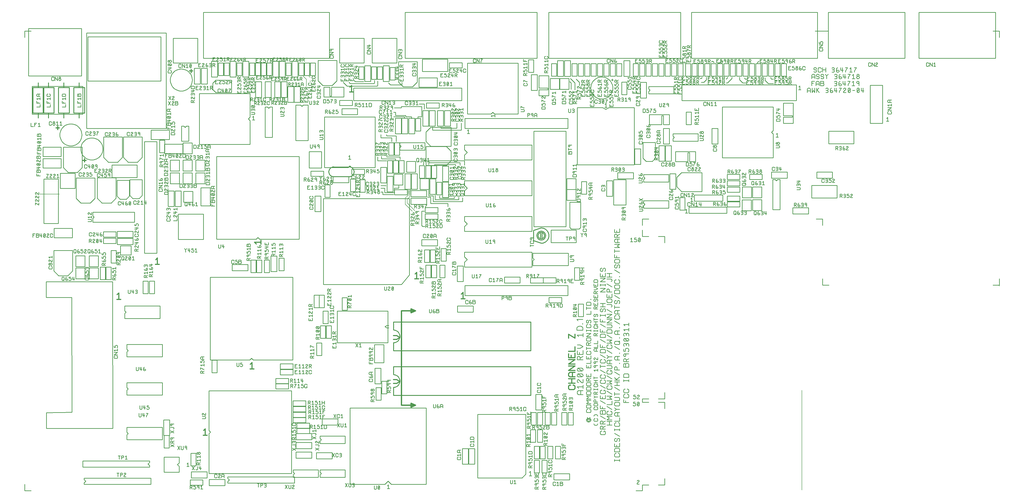
<source format=gbr>
G04 FAB 3000 Version 8.1.7 - Gerber/CAM Software*
G04 RS274-X Output*
%FSLAX24Y24*%
%MIA0B0*%
%MOIN*%
%SFA1.000000B1.000000*%

%IPPOS*%
%ADD11C,0.010001*%
%ADD13C,0.020002*%
%ADD14C,0.008001*%
%ADD206C,0.012001*%
%ADD471C,0.015001*%
%LNAmiga 1200 Rev1D1 top silkscreen_0*%
%LPD*%
G54D11*
X51824Y62108D02*
G01X59774D01*
X53824Y51857D02*
G01X65775D01*
X53964Y39594D02*
G01Y40064D01*
X53884Y39514D02*
G01X53964Y39594D01*
X59774Y67060D02*
G01X51824D01*
X59294Y39904D02*
G01X53824D01*
X71775Y87514D02*
G01X82326D01*
X71775Y93115D02*
G01X82326D01*
X72226Y105918D02*
G01X80176D01*
X75946Y97966D02*
G01X72226D01*
X62465Y106698D02*
G01X83136D01*
Y113899D02*
G01X62465D01*
X82326Y90765D02*
G01X71775D01*
X87977Y97266D02*
G01X71825D01*
Y95715D02*
G01X87977D01*
G54D206*
X82156Y60838D02*
G01X60654D01*
G54D11*
X80796Y40904D02*
G01X73826D01*
G54D206*
X60654Y65339D02*
G01X82156D01*
X60654Y58338D02*
G01X82156D01*
Y53837D02*
G01X60654D01*
G54D11*
X73826Y50856D02*
G01X81376D01*
X51174Y87214D02*
G01X53624D01*
X49673Y84693D02*
G01X63125D01*
X61885Y71240D02*
G01X49673D01*
X96078Y47436D02*
G01X95277Y47916D01*
G36*
X124654Y54622D02*
G01Y38959D01*
X124604Y39009D01*
Y54672D01*
G37*
G54D11*
X81376Y50856D02*
G01Y41494D01*
X82906Y46495D02*
G01Y48466D01*
X81646Y47516D02*
G01X81506Y47656D01*
X82056Y47496D02*
G01Y47826D01*
X82096Y48466D02*
G01Y46495D01*
X84006D02*
G01Y48466D01*
X83196D02*
G01Y46495D01*
X105639Y113899D02*
G01X84966D01*
X101748Y98286D02*
G01X101618Y98206D01*
X101748Y98486D02*
G01Y98286D01*
X101658Y98566D02*
G01X101748Y98486D01*
X84966Y106698D02*
G01X105639D01*
X100628Y102266D02*
G01X104578D01*
X102008Y105878D02*
G01X101198D01*
Y103907D02*
G01X102008D01*
X104578Y101117D02*
G01X100628D01*
X82066Y77152D02*
G01Y77482D01*
X63125Y84693D02*
G01Y72731D01*
X69566Y77292D02*
G01Y77132D01*
X69015Y77331D02*
G01Y77101D01*
X67305Y76762D02*
G01Y77092D01*
X67855Y76762D02*
G01Y77152D01*
X69015Y77101D02*
G01X69205D01*
D02*
G01Y77331D01*
X69566Y77132D02*
G01X69485Y77042D01*
X96078D02*
G01X95677Y77281D01*
G54D471*
X23342Y74391D02*
G01X23942D01*
G54D11*
X21621Y76131D02*
G01X23572D01*
X18521Y67860D02*
G01X24072D01*
G54D471*
X23391Y75141D02*
G01X23642Y75391D01*
G54D11*
X41673Y94315D02*
G01X40523D01*
X40793Y104007D02*
G01X41603D01*
X32922Y91295D02*
G01X45874D01*
X41203Y103927D02*
G01X41423D01*
Y103676D02*
G01X41203D01*
X41483Y100257D02*
G01X41263D01*
Y100507D02*
G01X41483D01*
X41263Y100007D02*
G01Y100507D01*
X50604Y113899D02*
G01X30862D01*
Y106698D02*
G01X50604D01*
X41603Y105978D02*
G01X40793D01*
X40523Y100567D02*
G01X41473D01*
Y103017D02*
G01X40523D01*
X41103Y98856D02*
G01X41313Y99066D01*
D02*
G01X41673D01*
X107329Y106698D02*
G01X127070D01*
Y113899D02*
G01X107329D01*
X112399Y103907D02*
G01X113209D01*
X105828Y100067D02*
G01X123780D01*
Y102517D02*
G01X105828D01*
X113209Y105878D02*
G01X112399D01*
X112179Y99066D02*
G01X120130D01*
X112399Y105878D02*
G01Y103907D01*
X112349Y102857D02*
G01X112509Y102577D01*
X112429Y102857D02*
G01X112179D01*
X112429Y103497D02*
G01X112179D01*
X112349D02*
G01X112509Y103217D01*
X112179Y103767D02*
G01X112429D01*
X112179Y103127D02*
G01X112429D01*
G54D206*
X84506Y77912D02*
G01X84646Y78041D01*
Y79732D02*
G01X84506Y79862D01*
X84646Y78041D02*
G01X84777Y78181D01*
G54D11*
X82626Y80312D02*
G01X87677D01*
G54D206*
X84777Y79592D02*
G01X84646Y79732D01*
G54D11*
X82326Y73961D02*
G01X71775D01*
X71825Y69510D02*
G01X87977D01*
X80476Y72411D02*
G01X78026D01*
Y71461D02*
G01X80476D01*
X87977Y71060D02*
G01X71825D01*
X71775Y76311D02*
G01X82326D01*
X84707Y41694D02*
G01Y43665D01*
X83897D02*
G01Y41694D01*
X84916Y42455D02*
G01Y42225D01*
X85106D02*
G01Y42455D01*
X85467Y42414D02*
G01Y42254D01*
X83506Y41694D02*
G01Y43665D01*
X82696D02*
G01Y41694D01*
X85386Y42554D02*
G01X85467Y42414D01*
X22692Y74121D02*
G01Y74451D01*
X22112Y74101D02*
G01Y74011D01*
X21561Y74101D02*
G01Y74231D01*
X21641Y74011D02*
G01X21561Y74101D01*
X22112Y74231D02*
G01Y74101D01*
X21841Y74231D02*
G01Y74051D01*
X14411Y74041D02*
G01Y75731D01*
X22361Y74121D02*
G01X22692D01*
X89347Y66739D02*
G01Y67069D01*
X88797Y66900D02*
G01X89347D01*
X89077Y66349D02*
G01X89347Y66519D01*
Y66189D02*
G01X88797D01*
X94867Y58148D02*
G01Y58408D01*
X92127Y58248D02*
G01X92037Y58338D01*
X97488Y58758D02*
G01Y58278D01*
X94867Y58408D02*
G01X94747Y58528D01*
X91557Y58168D02*
G01Y58658D01*
X92307Y58458D02*
G01Y58338D01*
X92037D02*
G01Y58458D01*
X96687Y58278D02*
G01Y58758D01*
X97007D02*
G01Y58278D01*
X91137Y58168D02*
G01Y58417D01*
X90857Y58168D02*
G01Y58588D01*
X92307Y58338D02*
G01X92237Y58248D01*
X93047Y58158D02*
G01Y58638D01*
Y58398D02*
G01X93847D01*
X44183Y55677D02*
G01Y56487D01*
Y55687D02*
G01X42213D01*
D02*
G01Y54877D01*
Y56487D02*
G01Y55677D01*
D02*
G01X44183D01*
X18871Y55067D02*
G01Y55837D01*
X24422D02*
G01Y53887D01*
X44183Y54877D02*
G01Y55687D01*
X87977Y69510D02*
G01Y71060D01*
X92037Y69800D02*
G01Y70070D01*
X92337D02*
G01Y69800D01*
X95277D02*
G01Y70220D01*
X96078D02*
G01Y69800D01*
X105769Y85813D02*
G01X105029Y86553D01*
X108979Y85813D02*
G01X105769D01*
X106298Y84873D02*
G01X105498D01*
X105739Y85543D02*
G01X105658Y85463D01*
X105739Y84993D02*
G01X105949D01*
X105498Y82903D02*
G01X106298D01*
X105949Y85543D02*
G01X105739D01*
X105658Y85073D02*
G01X105739Y84993D01*
X39453Y76471D02*
G01X39313Y76611D01*
Y76061D02*
G01X39863D01*
X31922Y72361D02*
G01X44873D01*
X39453Y75921D02*
G01X39313Y76061D01*
G54D471*
X38873Y77862D02*
G01X39873D01*
G54D11*
X39403Y78602D02*
G01X39143Y78342D01*
X39313Y77161D02*
G01X39453Y77022D01*
X39313Y76611D02*
G01X39863D01*
X39663Y78342D02*
G01X39403Y78602D01*
X39863Y75351D02*
G01X39313D01*
D02*
G01Y75591D01*
D02*
G01X39393Y75681D01*
X40003Y75071D02*
G01X39193D01*
Y73101D02*
G01X40003D01*
X39393Y75681D02*
G01X39503D01*
X67585Y81482D02*
G01Y82293D01*
X69036Y82312D02*
G01X68955Y82393D01*
X63655Y82413D02*
G01Y82262D01*
D02*
G01X63745Y82172D01*
X63355Y82312D02*
G01X63495Y82172D01*
X63825D02*
G01X63905Y82262D01*
D02*
G01Y82413D01*
X65055Y82743D02*
G01Y80442D01*
X67585Y82293D02*
G01X65615D01*
D02*
G01Y81482D01*
X69505Y82393D02*
G01Y82312D01*
X69225Y82533D02*
G01Y82352D01*
X44913Y49576D02*
G01X46883D01*
D02*
G01Y50386D01*
X45243Y49506D02*
G01X45163D01*
X45323Y49406D02*
G01X45243Y49506D01*
X44853D02*
G01X44773Y49406D01*
X44953Y49506D02*
G01X44853D01*
X6260Y48656D02*
G01Y51136D01*
X44673Y54557D02*
G01Y41604D01*
X31722Y48346D02*
G01Y54557D01*
X44913Y50386D02*
G01Y49576D01*
X49474Y50156D02*
G01Y49206D01*
X51924D02*
G01Y50156D01*
X25572Y47555D02*
G01Y50006D01*
X24621D02*
G01Y47555D01*
X53824Y39904D02*
G01Y51857D01*
X127070Y106698D02*
G01Y113899D01*
X127420Y108238D02*
G01X127341Y108138D01*
X127521Y108238D02*
G01X127420D01*
X127810D02*
G01X127731D01*
X127891Y108138D02*
G01X127810Y108238D01*
X154962Y106698D02*
G01Y113899D01*
X142970D02*
G01Y106698D01*
X128760Y113899D02*
G01Y106698D01*
X140750D02*
G01Y113899D01*
X47713Y88184D02*
G01X49684D01*
X49534Y94285D02*
G01X49064D01*
Y94675D02*
G01X49614D01*
X49064Y93955D02*
G01X49534D01*
X49434Y95385D02*
G01X49534D01*
X49344Y95305D02*
G01X49434Y95385D01*
X49684Y88994D02*
G01X47713D01*
X49244Y87894D02*
G01X49414Y88084D01*
X49564Y102417D02*
G01X48823Y103157D01*
Y106368D02*
G01X51773D01*
X24212Y110079D02*
G01X12761D01*
X12571Y95715D02*
G01X25022D01*
X19321Y87664D02*
G01X21271D01*
X25022Y110669D02*
G01X12571D01*
X21271Y91155D02*
G01X20541Y90414D01*
X18321Y94365D02*
G01X21271D01*
X12761Y103127D02*
G01X24212D01*
X115730Y87674D02*
G01X115649D01*
X115539Y88114D02*
G01X115640Y88194D01*
D02*
G01X115730D01*
X115649Y87674D02*
G01X115570Y87574D01*
X115399Y88714D02*
G01X115710Y88414D01*
X120130Y91114D02*
G01X112179D01*
X116890Y84843D02*
G01X118320D01*
Y86533D02*
G01X116890D01*
X117190Y82713D02*
G01X117129Y82632D01*
X117190Y82163D02*
G01X117370D01*
Y82713D02*
G01X117190D01*
X117019Y86973D02*
G01X117129Y86864D01*
Y82242D02*
G01X117190Y82163D01*
X117129Y82632D02*
G01Y82242D01*
X116890Y82842D02*
G01X118320D01*
Y84533D02*
G01X116890D01*
X45874Y78342D02*
G01X39663D01*
X65775Y51857D02*
G01Y39904D01*
X73826Y40904D02*
G01Y50856D01*
X92337Y63469D02*
G01Y63199D01*
X93847Y63339D02*
G01Y62919D01*
X97488Y63479D02*
G01Y63279D01*
D02*
G01Y63159D01*
X96807D02*
G01X96687Y63279D01*
D02*
G01Y63479D01*
X89637Y63069D02*
G01X89417Y63289D01*
D02*
G01X90317D01*
X93727Y63479D02*
G01X93847Y63339D01*
X93047D02*
G01X93167Y63479D01*
X97088D02*
G01Y63219D01*
X94867Y62849D02*
G01X94067Y63329D01*
X90857Y63069D02*
G01X91557Y63559D01*
X92037Y63199D02*
G01Y63469D01*
X90317Y63019D02*
G01Y63559D01*
X93047Y62919D02*
G01Y63339D01*
X98377Y90014D02*
G01X89427D01*
X40523Y94315D02*
G01Y99066D01*
X25022Y95715D02*
G01Y110669D01*
X38903Y97956D02*
G01Y98136D01*
X25722Y97836D02*
G01Y98166D01*
X25171Y98006D02*
G01X25722D01*
X38173Y101167D02*
G01Y97456D01*
X30222Y93215D02*
G01Y101167D01*
X25302Y97866D02*
G01X25171Y98006D01*
X92037Y52497D02*
G01Y52277D01*
X92127Y52606D02*
G01X92037Y52497D01*
X92637D02*
G01X92547Y52606D01*
X92637Y52277D02*
G01Y52497D01*
X92397Y60768D02*
G01Y61188D01*
X93847Y60938D02*
G01Y60518D01*
X96687Y61098D02*
G01Y60758D01*
X92037Y60868D02*
G01Y61068D01*
X97488Y61038D02*
G01Y60798D01*
X96967Y60758D02*
G01Y61098D01*
X90857Y61008D02*
G01Y61429D01*
X93047Y60518D02*
G01Y60938D01*
D02*
G01X93167Y61078D01*
X93727D02*
G01X93847Y60938D01*
X27682Y89044D02*
G01X29112D01*
X27632Y91694D02*
G01X27922D01*
X28012Y91225D02*
G01X27922Y91144D01*
D02*
G01X27632D01*
X27922Y91694D02*
G01X28012Y91615D01*
X29112Y88734D02*
G01X27682D01*
Y91744D02*
G01X29112D01*
X27792Y96066D02*
G01X28002Y95855D01*
D02*
G01X28212Y96066D01*
X29112Y90734D02*
G01X27682D01*
X28572Y93715D02*
G01X27422D01*
X29112Y93435D02*
G01X27682D01*
X29682Y87043D02*
G01X31112D01*
X26922Y78312D02*
G01X30872D01*
X30462Y83563D02*
G01X31932D01*
X30872Y78312D02*
G01Y82262D01*
D02*
G01X26922D01*
X31932Y86413D02*
G01X30462D01*
G54D13*
X61904Y52286D02*
G01Y67089D01*
G54D11*
X56834Y58798D02*
G01Y59128D01*
X57665Y61808D02*
G01Y58958D01*
X59134D02*
G01Y61808D01*
X45023Y102266D02*
G01X44073D01*
X44723Y103767D02*
G01X45673D01*
X44993Y106738D02*
G01X45093D01*
X45163Y106608D02*
G01X44893Y106338D01*
X45023Y103597D02*
G01Y103298D01*
X45153Y103727D02*
G01X45023Y103597D01*
X44693Y102377D02*
G01X44993D01*
X45673Y106218D02*
G01X44723D01*
X44913Y106658D02*
G01X44993Y106738D01*
X44893Y106238D02*
G01X45193D01*
X45023Y99816D02*
G01Y102266D01*
X44073Y99816D02*
G01X45023D01*
X45103Y103447D02*
G01X45023Y103377D01*
Y103298D02*
G01X45103Y103227D01*
X63975Y94865D02*
G01Y97316D01*
X59754Y96225D02*
G01Y96556D01*
X59644Y96225D02*
G01X59754D01*
X62875Y94865D02*
G01Y97316D01*
X59344Y96256D02*
G01X59294D01*
D02*
G01X59204Y96335D01*
X59344Y96536D02*
G01X59644Y96225D01*
X61875Y94865D02*
G01Y97316D01*
X63025D02*
G01Y94865D01*
X60925Y97316D02*
G01Y94865D01*
X61924Y97316D02*
G01Y94865D01*
X66655Y70480D02*
G01Y70250D01*
X68125Y70020D02*
G01Y70350D01*
X71825Y71060D02*
G01Y69510D01*
X66655Y70250D02*
G01X66845D01*
D02*
G01Y70480D01*
X67205Y70440D02*
G01Y70280D01*
D02*
G01X67125Y70190D01*
X102929Y93265D02*
G01X103879D01*
D02*
G01Y95715D01*
X99728Y91034D02*
G01Y93495D01*
X102929Y95715D02*
G01Y93265D01*
X99098Y93345D02*
G01X99178Y93265D01*
D02*
G01X99568D01*
D02*
G01X99647Y93345D01*
X101678Y93495D02*
G01Y91034D01*
X87677Y95265D02*
G01X82626D01*
X31722Y41604D02*
G01Y47826D01*
X88997Y73871D02*
G01Y71901D01*
X90187Y73151D02*
G01Y73041D01*
X96078D02*
G01X95277Y73521D01*
X90117Y73231D02*
G01X90187Y73151D01*
X89937D02*
G01X90017Y73231D01*
X89937Y73041D02*
G01Y73151D01*
X89807Y71901D02*
G01Y73871D01*
G36*
X99658Y53277D02*
G01Y52787D01*
X99608Y52737D01*
Y53327D01*
G37*
G54D11*
X99628Y52757D02*
G01Y53296D01*
D02*
G01Y52757D01*
X96687Y52717D02*
G01Y53197D01*
X64175Y82702D02*
G01X64645D01*
X63425Y86163D02*
G01X64375D01*
X65825Y84763D02*
G01X63375D01*
Y83813D02*
G01X65825D01*
X64095Y82623D02*
G01X64175Y82702D01*
X64085Y83493D02*
G01X64255Y83213D01*
X64165Y83493D02*
G01X63925D01*
Y83763D02*
G01X64165D01*
X64275Y82422D02*
G01X64175D01*
D02*
G01X64095Y82513D01*
X63375Y85013D02*
G01X65825D01*
Y85963D02*
G01X63375D01*
X64165Y83763D02*
G01X64255Y83683D01*
Y83573D02*
G01X64165Y83493D01*
X66455Y84943D02*
G01Y83943D01*
X67855Y84743D02*
G01Y85143D01*
X66455Y84943D02*
G01X65955D01*
X67155Y84543D02*
G01Y85243D01*
X70155Y84743D02*
G01Y84943D01*
X70855Y84543D02*
G01Y84943D01*
X66855Y85143D02*
G01Y84243D01*
X68325Y87313D02*
G01Y84863D01*
X69275D02*
G01Y87313D01*
X37932Y75261D02*
G01Y75011D01*
Y75181D02*
G01X38203Y75341D01*
X37653Y75011D02*
G01Y75261D01*
X89427Y98966D02*
G01X93397D01*
X89597Y103907D02*
G01X90407D01*
X90087Y102017D02*
G01X90227Y101877D01*
Y102426D02*
G01X90167D01*
D02*
G01X90087Y102507D01*
Y102617D02*
G01X90167Y102697D01*
D02*
G01X90227D01*
X90637Y102947D02*
G01X90087D01*
X90637Y100717D02*
G01X90087D01*
X90407Y105878D02*
G01X89597D01*
X90167Y103278D02*
G01X90277D01*
X90087Y103196D02*
G01X90167Y103278D01*
X90087Y101327D02*
G01X90277D01*
X109399Y103907D02*
G01X110208D01*
X110178Y106228D02*
G01X109929D01*
Y106498D02*
G01X110178D01*
X109929Y105948D02*
G01Y106498D01*
X109799Y99826D02*
G01X110178Y99276D01*
X110208Y105878D02*
G01X109399D01*
X107399D02*
G01Y103907D01*
X109209D02*
G01Y105878D01*
X108399D02*
G01Y103907D01*
X108209D02*
G01Y105878D01*
X109399D02*
G01Y103907D01*
X108399D02*
G01X109209D01*
X108659Y103547D02*
G01X108859D01*
X109329Y99276D02*
G01X109539D01*
X109248Y99356D02*
G01X109329Y99276D01*
X109539D02*
G01X109629Y99356D01*
D02*
G01Y99446D01*
X109799Y99276D02*
G01Y99826D01*
X109629Y99646D02*
G01Y99746D01*
D02*
G01X109539Y99826D01*
D02*
G01X109329D01*
D02*
G01X109248Y99746D01*
D02*
G01Y99356D01*
X108859Y103547D02*
G01X108958Y103648D01*
D02*
G01Y103747D01*
X109659D02*
G01Y103347D01*
D02*
G01X109259Y102947D01*
D02*
G01X108859D01*
X88117Y101847D02*
G01Y103537D01*
X81036Y102687D02*
G01Y102477D01*
X81116Y102777D02*
G01X81036Y102687D01*
X82226Y104117D02*
G01Y101667D01*
X81586Y102477D02*
G01Y102687D01*
X83177Y101667D02*
G01Y104117D01*
X89057Y101747D02*
G01Y102847D01*
X88457D02*
G01Y101847D01*
X89757Y102947D02*
G01Y102447D01*
X81586Y102687D02*
G01X81506Y102777D01*
X83426Y102017D02*
G01Y103966D01*
X84977D02*
G01Y100817D01*
X85187Y103537D02*
G01Y101847D01*
X86617D02*
G01Y103537D01*
X86687D02*
G01Y101847D01*
X111089Y99826D02*
G01Y99276D01*
X110929D02*
G01X111259D01*
X111189Y103516D02*
G01X111109Y103587D01*
D02*
G01Y103688D01*
X111189Y102876D02*
G01X111109Y102947D01*
D02*
G01Y103047D01*
D02*
G01X111189Y103127D01*
X111109Y103688D02*
G01X111189Y103767D01*
X110399Y103907D02*
G01X111209D01*
Y105878D02*
G01X110399D01*
X110949Y99686D02*
G01X111089Y99826D01*
X92127Y49786D02*
G01X92547D01*
X92127Y51586D02*
G01X92547D01*
X92127Y52186D02*
G01X92547D01*
X92237Y49156D02*
G01X92457D01*
X92237Y50836D02*
G01X92457D01*
X121830Y103356D02*
G01X121720Y103247D01*
X121800Y103717D02*
G01X121720Y103797D01*
X121800Y103657D02*
G01Y103717D01*
X121720Y103578D02*
G01X121800Y103657D01*
X121760Y102876D02*
G01X121650D01*
X121840Y102947D02*
G01X121760Y102876D01*
X121840Y103047D02*
G01Y102577D01*
X121760Y103127D02*
G01X121840Y103047D01*
X121650Y103127D02*
G01X121760D01*
X121400Y103907D02*
G01X122210D01*
X121730Y99666D02*
G01X123280D01*
X121720Y103578D02*
G01X121830Y103467D01*
D02*
G01Y103356D01*
X59944Y99126D02*
G01X59644Y98826D01*
X59864Y99266D02*
G01X59944Y99176D01*
X59804Y97826D02*
G01X59885Y97736D01*
X59754Y99266D02*
G01X59864D01*
X59644Y98716D02*
G01X59974D01*
X59695Y97826D02*
G01X59804D01*
X59885Y97686D02*
G01X59585Y97386D01*
Y97276D02*
G01X59914D01*
X59544Y98016D02*
G01X59874D01*
X8120Y87764D02*
G01X5870D01*
G54D206*
X7450Y98096D02*
G01X5750D01*
Y102097D02*
G01X7450D01*
G54D11*
X8570Y90975D02*
G01X5720D01*
X8570Y92775D02*
G01X5720D01*
Y89504D02*
G01X8570D01*
X5720Y91304D02*
G01X8570D01*
X88257Y80152D02*
G01Y84123D01*
X89957D02*
G01Y80152D01*
X82326Y79562D02*
G01X71775D01*
Y81912D02*
G01X82326D01*
X58204Y86643D02*
G01Y86093D01*
X59255Y85643D02*
G01Y86343D01*
X60755D02*
G01Y85643D01*
X54924Y86433D02*
G01X55224Y86133D01*
X56394Y86564D02*
G01Y86174D01*
X57184Y86373D02*
G01X57274Y86273D01*
D02*
G01Y86174D01*
X54784Y86244D02*
G01Y86353D01*
X54864Y86163D02*
G01X54784Y86244D01*
X55334Y86133D02*
G01Y86463D01*
X56724Y86174D02*
G01Y86463D01*
X57794Y86503D02*
G01X57494Y86203D01*
X34672Y41054D02*
G01X45123D01*
X44673Y41604D02*
G01X31722D01*
X45123Y40104D02*
G01X34672D01*
X112228Y84313D02*
G01Y85263D01*
X116710Y84493D02*
G01X115270D01*
X107779Y85263D02*
G01Y84313D01*
X114888Y84283D02*
G01Y85093D01*
X115270Y84493D02*
G01Y82813D01*
X116710D02*
G01Y84493D01*
X112919Y85093D02*
G01Y84283D01*
X107379Y84823D02*
G01Y84223D01*
X106298Y82903D02*
G01Y84873D01*
X116890Y84533D02*
G01Y82842D01*
X49824Y89564D02*
G01Y97516D01*
X57774D02*
G01Y89564D01*
X92457Y55607D02*
G01Y55487D01*
X92547Y55607D02*
G01X92457D01*
X92637Y55497D02*
G01X92547Y55607D01*
X90857Y55737D02*
G01Y55477D01*
X91557D02*
G01Y55737D01*
X92237Y55607D02*
G01X92127D01*
D02*
G01X92037Y55497D01*
X38173Y93215D02*
G01X30222D01*
X38823Y97886D02*
G01X38903Y97956D01*
X38353Y97886D02*
G01X38823D01*
X38173Y96935D02*
G01Y93215D01*
Y97456D02*
G01X37912Y97196D01*
D02*
G01X38173Y96935D01*
X38533Y97025D02*
G01X38893D01*
X38713Y97625D02*
G01Y97025D01*
X38563Y97476D02*
G01X38713Y97625D01*
X21271Y94365D02*
G01Y91155D01*
X24912Y91475D02*
G01X25101D01*
X24912Y91144D02*
G01Y91694D01*
X25762Y91475D02*
G01X25431D01*
Y91144D02*
G01Y91694D01*
X24181Y91365D02*
G01X24041Y91504D01*
D02*
G01X24592D01*
Y91344D02*
G01Y91674D01*
X132830Y105238D02*
G01X133181D01*
D02*
G01X132970Y104888D01*
D02*
G01X132881Y104748D01*
X144510Y105528D02*
G01Y105618D01*
X145250Y105448D02*
G01X145582D01*
X135050Y105528D02*
G01X135141Y105448D01*
D02*
G01X135341D01*
X135441Y105528D02*
G01Y105618D01*
X135341Y105448D02*
G01X135441Y105528D01*
X136181Y105448D02*
G01X136510D01*
X136181Y105558D02*
G01Y105448D01*
X136481Y105858D02*
G01X136181Y105558D01*
X144210Y105448D02*
G01X144413D01*
D02*
G01X144510Y105528D01*
X144122D02*
G01X144210Y105448D01*
X31112Y89044D02*
G01Y90734D01*
X31782Y90424D02*
G01Y90754D01*
X31372Y90724D02*
G01X31672Y90424D01*
X31372Y90454D02*
G01X31312D01*
D02*
G01X31232Y90535D01*
D02*
G01Y90644D01*
X29682Y90734D02*
G01Y89044D01*
X29112D02*
G01Y90734D01*
X104689Y106588D02*
G01X104459D01*
X104788Y106118D02*
G01X104648Y106038D01*
X104709Y103707D02*
G01X104819D01*
X104689Y106398D02*
G01X104788Y106318D01*
X105178Y101146D02*
G01X104628D01*
Y101757D02*
G01X104819D01*
X104628Y102307D02*
G01X104819D01*
X104768Y102857D02*
G01X104628Y102997D01*
D02*
G01X105178D01*
Y103377D02*
G01X104628D01*
Y103627D02*
G01X104709Y103707D01*
X104459Y106398D02*
G01X104689D01*
X104199Y103907D02*
G01X105009D01*
Y105878D02*
G01X104199D01*
X126810Y105238D02*
G01X126580D01*
D02*
G01X126490Y105128D01*
Y104987D02*
G01X126580Y104888D01*
D02*
G01X126810D01*
X126580Y104538D02*
G01X126490Y104638D01*
X126810Y104538D02*
G01X126580D01*
X129610D02*
G01X129430D01*
D02*
G01X129331D01*
Y105128D02*
G01X129430Y105238D01*
D02*
G01X129610D01*
Y104888D02*
G01X129380D01*
X127880Y71141D02*
G01Y72140D01*
X94867Y70850D02*
G01X94067Y71330D01*
X89937Y71281D02*
G01Y71531D01*
X92037Y70970D02*
G01Y71330D01*
X92637Y70970D02*
G01Y71391D01*
X155582Y71141D02*
G01Y72140D01*
X95958Y71400D02*
G01X96078Y71520D01*
X95397Y71400D02*
G01X95958D01*
X95277Y71520D02*
G01X95397Y71400D01*
X90217Y71531D02*
G01Y71281D01*
X71825Y97266D02*
G01Y95715D01*
X70555Y96545D02*
G01Y95746D01*
X71256Y95445D02*
G01Y96545D01*
X32172Y102057D02*
G01X31922D01*
X32022Y105357D02*
G01X31882D01*
X31922Y102327D02*
G01X32172D01*
X31882Y105908D02*
G01X32022D01*
D02*
G01X32102Y105828D01*
X32022Y105638D02*
G01X32102Y105538D01*
X32022Y105638D02*
G01X31842D01*
X32102Y105718D02*
G01X32022Y105638D01*
X32102Y105438D02*
G01X32022Y105357D01*
X30222Y101167D02*
G01X38173D01*
X92407Y103537D02*
G01X92567Y103617D01*
X92467Y100196D02*
G01X92257D01*
X92567Y100467D02*
G01X92407Y100547D01*
X92257Y99646D02*
G01X92467D01*
D02*
G01X92557Y99726D01*
Y100117D02*
G01X92467Y100196D01*
X10920Y87944D02*
G01X13871D01*
X13011Y94645D02*
G01X13340D01*
X13311Y95055D02*
G01X13011Y94755D01*
X12841Y94135D02*
G01X13021Y94175D01*
Y90804D02*
G01X12841Y90855D01*
X13011Y94755D02*
G01Y94645D01*
X12801Y89694D02*
G01X13131D01*
X93627Y103727D02*
G01X93807Y103688D01*
X93737Y99016D02*
G01X94097D01*
X93397Y98966D02*
G01X93907Y98716D01*
X93757Y103307D02*
G01X93867D01*
X93677Y103227D02*
G01X93757Y103307D01*
X94227Y102977D02*
G01X93677D01*
X94227Y100747D02*
G01X93677D01*
Y102597D02*
G01X93817Y102457D01*
X93677Y101357D02*
G01X93867D01*
X93767Y99466D02*
G01X93917Y99616D01*
X93597Y103907D02*
G01X94407D01*
Y105878D02*
G01X93597D01*
X93807Y103688D02*
G01X93977Y103617D01*
X93807Y100407D02*
G01X93627Y100356D01*
X93977Y100467D02*
G01X93807Y100407D01*
X93677Y101907D02*
G01X93867D01*
X71775Y91534D02*
G01X72185Y91945D01*
X84476Y46195D02*
G01X84747Y46365D01*
X84476Y46276D02*
G01Y46035D01*
X84386Y46365D02*
G01X84476Y46276D01*
X84666Y47156D02*
G01X84276Y47436D01*
X84197Y46745D02*
G01X84747D01*
X84666Y47156D02*
G01X84276D01*
Y47436D02*
G01X84666D01*
X84707Y43665D02*
G01X83897D01*
X84747Y46035D02*
G01X84197D01*
X83897Y41694D02*
G01X84707D01*
X84536Y41295D02*
G01X83987D01*
X84176Y40484D02*
G01X84267Y40584D01*
X84066Y41685D02*
G01X84456D01*
X84066Y41104D02*
G01X84176D01*
D02*
G01X84267Y41024D01*
G54D206*
X83806Y80092D02*
G01X82606Y79692D01*
X83306Y78392D02*
G01X83156Y78622D01*
X82606Y78092D02*
G01X83806Y77692D01*
X83156Y79152D02*
G01X83306Y79382D01*
X83106Y78892D02*
G01X83156Y79152D01*
Y78622D02*
G01X83106Y78892D01*
G54D11*
X61595Y91504D02*
G01Y93475D01*
X60794D02*
G01Y91504D01*
X60695D02*
G01Y93475D01*
X59894D02*
G01Y91504D01*
X7980Y96766D02*
G01Y96215D01*
X7840Y96626D02*
G01X7980Y96766D01*
X6690Y96686D02*
G01Y96296D01*
X7490Y96545D02*
G01X7570Y96626D01*
D02*
G01Y96686D01*
X8390Y96626D02*
G01X8530Y96766D01*
D02*
G01Y96215D01*
X7070Y96585D02*
G01Y96686D01*
X7290Y96626D02*
G01X7380Y96545D01*
X7290Y96686D02*
G01Y96626D01*
X96727Y103867D02*
G01X97677D01*
X96917Y100376D02*
G01X97057Y100507D01*
D02*
G01Y99956D01*
X96888D02*
G01X97217D01*
X97677Y106318D02*
G01X96727D01*
X96398Y101007D02*
G01X97197D01*
Y102977D02*
G01X96398D01*
X38142Y59408D02*
G01X31922D01*
X97488Y103537D02*
G01X97348Y103676D01*
X97898Y103516D02*
G01Y103847D01*
X98798Y103758D02*
G01X98718Y103657D01*
D02*
G01Y103458D01*
X99268D02*
G01Y103657D01*
D02*
G01X99188Y103758D01*
X98368Y103637D02*
G01X98638Y103797D01*
X98088Y103467D02*
G01Y103717D01*
X98368D02*
G01Y103467D01*
X84977Y100817D02*
G01X83426D01*
X127541Y103087D02*
G01X127960D01*
X127690Y103836D02*
G01X127920D01*
D02*
G01X128020Y103717D01*
X127960Y103087D02*
G01X128031Y103017D01*
Y102857D02*
G01X127960Y102807D01*
Y102387D02*
G01X127541D01*
X128070Y102497D02*
G01X127960Y102387D01*
Y102807D02*
G01X128070Y102707D01*
X127960Y102807D02*
G01X127541D01*
X128020Y103587D02*
G01X127920Y103486D01*
D02*
G01X127690D01*
X45373Y47855D02*
G01Y46906D01*
X45323Y47496D02*
G01Y47826D01*
X44773Y47666D02*
G01X45323D01*
X44913Y47526D02*
G01X44773Y47666D01*
X48484Y47695D02*
G01X48403Y47616D01*
X47823Y46906D02*
G01Y47855D01*
X37443Y103077D02*
G01X37612D01*
X37443Y103407D02*
G01X37693Y103557D01*
X37612Y103077D02*
G01X37693Y102957D01*
X37312Y102027D02*
G01X37593Y101757D01*
D02*
G01X37693D01*
X37612Y102577D02*
G01X37542D01*
X37693Y102487D02*
G01X37612Y102577D01*
Y102277D02*
G01X37693Y102357D01*
X37973Y106218D02*
G01X37023D01*
Y103767D02*
G01X37973D01*
X37312Y102277D02*
G01X37612D01*
X37693Y101227D02*
G01X37192D01*
X37693Y103257D02*
G01X37192D01*
X37693Y102807D02*
G01X37612Y102727D01*
X25681Y87043D02*
G01X27112D01*
X26421Y83463D02*
G01X27372D01*
Y85913D02*
G01X26421D01*
X34002Y104007D02*
G01Y105978D01*
X33072Y103767D02*
G01Y106218D01*
X36093Y105978D02*
G01Y104007D01*
X32122Y106218D02*
G01Y103767D01*
X37023Y106218D02*
G01Y103767D01*
X33192Y105978D02*
G01Y104007D01*
X35972Y103767D02*
G01Y106218D01*
X35022D02*
G01Y103767D01*
X34902Y104007D02*
G01Y105978D01*
X36903Y104007D02*
G01Y105978D01*
X34092D02*
G01Y104007D01*
X120290Y106538D02*
G01X120540D01*
X120290Y105988D02*
G01Y106538D01*
X120540Y106268D02*
G01X120290D01*
X49673Y71240D02*
G01Y84693D01*
X116890Y86533D02*
G01Y84843D01*
X112919Y86494D02*
G01Y85693D01*
X116719Y84843D02*
G01Y86533D01*
X115289D02*
G01Y84843D01*
X111349Y85973D02*
G01X111209Y85833D01*
X110639Y85423D02*
G01Y85973D01*
X112309D02*
G01Y85784D01*
X110879Y85973D02*
G01X110969Y85893D01*
D02*
G01Y85784D01*
X112068Y85893D02*
G01Y85784D01*
X111979Y85973D02*
G01X112068Y85893D01*
X111759D02*
G01X111849Y85973D01*
X114888Y85693D02*
G01Y86494D01*
X82926Y51557D02*
G01X83876D01*
D02*
G01Y54007D01*
D02*
G01X82926D01*
X83897Y48656D02*
G01X83757Y48576D01*
X83897Y48856D02*
G01Y48656D01*
X83796Y48936D02*
G01X83897Y48856D01*
X84006Y51166D02*
G01X83196D01*
Y49196D02*
G01X84006D01*
Y48466D02*
G01X83196D01*
X4860Y100227D02*
G01X4720Y100367D01*
G54D206*
X4150Y98096D02*
G01Y102097D01*
G54D11*
X5270Y100207D02*
G01Y100536D01*
X4020Y102297D02*
G01Y97946D01*
G54D206*
X5850Y102097D02*
G01Y98096D01*
X5750D02*
G01Y102097D01*
G54D11*
X2870Y110978D02*
G01X3870D01*
G54D206*
X4150Y102097D02*
G01X5850D01*
G54D11*
X4720Y100367D02*
G01X5270D01*
Y100727D02*
G01X4830D01*
G54D206*
X5000Y102097D02*
G01Y102847D01*
G54D11*
X2870Y110978D02*
G01Y109979D01*
X3480Y111379D02*
G01Y103948D01*
X4830Y100727D02*
G01X4720Y100817D01*
D02*
G01Y100997D01*
D02*
G01X4830Y101107D01*
D02*
G01X5270D01*
X5050Y100727D02*
G01Y101107D01*
X66175Y96066D02*
G01Y98516D01*
X66225D02*
G01Y96066D01*
X69735Y98176D02*
G01X69815Y98256D01*
X65055Y99146D02*
G01Y97546D01*
X68475Y96066D02*
G01Y98516D01*
X65225D02*
G01Y96066D01*
X67525Y98516D02*
G01Y96066D01*
X69575D02*
G01Y98516D01*
X68625D02*
G01Y96066D01*
X67175D02*
G01Y98516D01*
X59424Y99176D02*
G01Y99066D01*
X58544Y98716D02*
G01Y99266D01*
X59424Y99066D02*
G01X59344Y98986D01*
D02*
G01X59165D01*
X59344D02*
G01X59424Y98886D01*
X58714Y98986D02*
G01X58874Y98716D01*
X58795Y98986D02*
G01X58544D01*
X58874Y99176D02*
G01Y99066D01*
D02*
G01X58795Y98986D01*
X133561Y102987D02*
G01Y102387D01*
X130711Y102707D02*
G01X130521D01*
X130411Y102917D02*
G01Y102497D01*
X130521Y102707D02*
G01X130411Y102597D01*
X131361Y102387D02*
G01Y103087D01*
X131081D02*
G01Y102667D01*
X130101Y102847D02*
G01X129991Y102737D01*
D02*
G01X129761D01*
X128070Y102707D02*
G01Y102497D01*
X129991Y102737D02*
G01X130101Y102617D01*
X131081Y102667D02*
G01X131501D01*
X130831Y102597D02*
G01X130711Y102707D01*
X132161Y103087D02*
G01X131951Y102737D01*
D02*
G01X131861Y102597D01*
X132690Y103087D02*
G01Y102387D01*
X60904Y103307D02*
G01Y105278D01*
X60095D02*
G01Y103307D01*
X63615Y105177D02*
G01Y105308D01*
X61425Y102957D02*
G01Y106168D01*
X61224Y105068D02*
G01Y105398D01*
X58904Y103407D02*
G01Y105378D01*
X59974Y103068D02*
G01Y105518D01*
X59025D02*
G01Y103068D01*
X63895Y105308D02*
G01Y105128D01*
X65695Y72300D02*
G01X66505D01*
X90967Y54457D02*
G01X90857Y54337D01*
X92037Y54017D02*
G01Y54287D01*
X89957Y53977D02*
G01Y54607D01*
X91557Y54077D02*
G01Y54337D01*
D02*
G01X91457Y54457D01*
X92037Y54287D02*
G01X92127Y54377D01*
X93047Y54537D02*
G01Y54237D01*
X92247Y54377D02*
G01X92337Y54287D01*
D02*
G01Y54017D01*
Y54197D02*
G01X92637Y54377D01*
X93847Y54237D02*
G01Y54537D01*
X90857Y54337D02*
G01Y54077D01*
X89417Y54127D02*
G01Y54427D01*
X52194Y105968D02*
G01X56044D01*
X54184Y100086D02*
G01X52214D01*
X53174Y105368D02*
G01X53564D01*
X53374Y103997D02*
G01Y103817D01*
X53464Y104078D02*
G01X53564D01*
X53284D02*
G01X53374Y103997D01*
X53644Y103167D02*
G01X53094D01*
X56044Y109819D02*
G01X52194D01*
X53234Y104597D02*
G01X53534Y104297D01*
X53354Y102347D02*
G01X58055D01*
X55004Y98816D02*
G01X52554D01*
X49824Y97516D02*
G01X57774D01*
X53094Y105017D02*
G01X53644D01*
X52554Y97866D02*
G01X55004D01*
X52214Y99286D02*
G01X54184D01*
X53374Y103997D02*
G01X53464Y104078D01*
X91557Y50086D02*
G01X91247D01*
X91557Y49946D02*
G01Y50086D01*
X91487Y49806D02*
G01X91557Y49946D01*
X92037Y49396D02*
G01X92097Y49216D01*
D02*
G01X92237Y49156D01*
X92127Y50206D02*
G01X92037Y50096D01*
D02*
G01Y49876D01*
D02*
G01X92127Y49786D01*
X92237Y50206D02*
G01X92127D01*
X92097Y50776D02*
G01X92237Y50836D01*
X92037Y50596D02*
G01X92097Y50776D01*
X28152Y105648D02*
G01X28292Y105788D01*
D02*
G01Y105238D01*
X28132D02*
G01X28462D01*
X29982Y109819D02*
G01X26132D01*
Y105968D02*
G01X29982D01*
X28102Y104868D02*
G01X28262Y104787D01*
D02*
G01X28412Y104688D01*
Y101897D02*
G01X28262Y101797D01*
D02*
G01X28102Y101717D01*
X31112Y90734D02*
G01X29682D01*
X30152Y91275D02*
G01X30072Y91194D01*
X29922Y92565D02*
G01X30252D01*
X30152Y91385D02*
G01Y91275D01*
X30072Y91464D02*
G01X30152Y91385D01*
X30072Y91194D02*
G01X30152Y91094D01*
D02*
G01Y90995D01*
D02*
G01X30072Y90914D01*
X30032Y93115D02*
G01X30142D01*
D02*
G01X30222Y93035D01*
D02*
G01Y92975D01*
D02*
G01X29922Y92675D01*
X116400Y103907D02*
G01X117210D01*
X126950Y87913D02*
G01X129401D01*
X126950Y88864D02*
G01Y87913D01*
X129401Y88864D02*
G01X126950D01*
X108419Y98516D02*
G01X107869D01*
Y98166D02*
G01X108419D01*
X107998Y98026D02*
G01X107869Y98166D01*
X107399Y103907D02*
G01X108209D01*
X102329Y94805D02*
G01X102438Y94695D01*
X102218Y94805D02*
G01X102329D01*
X102108Y94695D02*
G01X102218Y94805D01*
X101968Y94775D02*
G01X101889Y94695D01*
X102028Y94775D02*
G01X101968D01*
X102108Y94695D02*
G01X102028Y94775D01*
X19411Y69910D02*
G01Y70380D01*
X19331Y69830D02*
G01X19411Y69910D01*
X53354Y102347D02*
G01X52754Y102947D01*
X51773Y103157D02*
G01X51044Y102417D01*
X133321Y102777D02*
G01X133210Y102857D01*
X133461Y102777D02*
G01X133321D01*
Y103087D02*
G01X133461D01*
X129711Y102987D02*
G01X129820Y103087D01*
X133461D02*
G01X133561Y102987D01*
X128031Y103017D02*
G01Y102857D01*
X129820Y103087D02*
G01X129991D01*
D02*
G01X130101Y102987D01*
X130591Y103087D02*
G01X130411Y102917D01*
X130101Y102987D02*
G01Y102847D01*
X131811Y103087D02*
G01X132161D01*
X133210Y102857D02*
G01Y102987D01*
X133561Y102857D02*
G01X133461Y102777D01*
X132510Y102917D02*
G01X132690Y103087D01*
X133210Y102987D02*
G01X133321Y103087D01*
X92637Y64459D02*
G01Y64679D01*
X89407Y64519D02*
G01X89507Y64609D01*
X89367Y64389D02*
G01X89407Y64519D01*
X90177Y64609D02*
G01X90267Y64519D01*
D02*
G01X90307Y64389D01*
X90857Y64839D02*
G01Y64579D01*
D02*
G01X90967Y64469D01*
X91457D02*
G01X91557Y64579D01*
D02*
G01Y64839D01*
X92037Y64679D02*
G01Y64459D01*
X91107Y56527D02*
G01X91207Y56417D01*
D02*
G01Y56107D01*
X91557Y58168D02*
G01X90857D01*
X91207Y56317D02*
G01X91557Y56527D01*
Y56107D02*
G01X90857D01*
X91557Y55737D02*
G01X91457Y55857D01*
D02*
G01X90967D01*
X91557Y56768D02*
G01X90857D01*
D02*
G01Y57188D01*
X91137Y56768D02*
G01Y57017D01*
X91557Y56768D02*
G01Y57258D01*
X91087Y55857D02*
G01X90967D01*
D02*
G01X90857Y55737D01*
Y56107D02*
G01Y56417D01*
D02*
G01X90967Y56527D01*
D02*
G01X91107D01*
X92337Y64969D02*
G01Y65389D01*
X90267Y65099D02*
G01X90217Y65059D01*
X90307D02*
G01X90267Y65099D01*
X49664Y100247D02*
G01X49953D01*
X50124Y98326D02*
G01X50294Y98046D01*
X50204Y98326D02*
G01X49964D01*
X49723Y100617D02*
G01Y102167D01*
X49953Y100247D02*
G01X50043Y100167D01*
D02*
G01Y99776D01*
D02*
G01X49953Y99696D01*
D02*
G01X49664D01*
X50264Y100247D02*
G01Y100056D01*
X50294Y99696D02*
G01X50214Y99776D01*
X49964Y98046D02*
G01Y98596D01*
X49664Y99696D02*
G01Y100247D01*
X50294Y98406D02*
G01X50204Y98326D01*
X50294Y98516D02*
G01Y98406D01*
X50204Y98596D02*
G01X50294Y98516D01*
X49964Y98596D02*
G01X50204D01*
X52874Y100617D02*
G01X49723D01*
Y102167D02*
G01X50674D01*
X50534Y98126D02*
G01X50623Y98046D01*
X50534Y98456D02*
G01Y98126D01*
X50674Y98596D02*
G01X50534Y98456D01*
X51044Y102417D02*
G01X49564D01*
X50504Y100247D02*
G01X50264D01*
Y100056D02*
G01X50504D01*
D02*
G01X50594Y99976D01*
Y99776D02*
G01X50464Y99696D01*
D02*
G01X50294D01*
X50623Y98296D02*
G01X50534Y98216D01*
X19541Y75871D02*
G01Y77301D01*
X20661Y77022D02*
G01Y77351D01*
X20551Y77022D02*
G01X20661D01*
X20241Y77322D02*
G01X20551Y77022D01*
X17851Y77301D02*
G01Y75871D01*
X9640Y72611D02*
G01X8160D01*
X7470Y78552D02*
G01X10320D01*
Y80022D02*
G01X7470D01*
X8420Y86314D02*
G01X10770D01*
X8930Y71971D02*
G01X9040Y71860D01*
X10220Y69200D02*
G01X6240D01*
X9020Y72331D02*
G01X8930Y72411D01*
D02*
G01X8750D01*
Y71860D02*
G01X8930D01*
D02*
G01X9020Y71941D01*
X7420Y76561D02*
G01X10371D01*
X99828Y88464D02*
G01X103779D01*
X103218Y89784D02*
G01X103549D01*
X103229Y90564D02*
G01X104179D01*
Y93015D02*
G01X103229D01*
X106389Y107468D02*
G01X106498Y107358D01*
X106229Y108408D02*
G01X106498Y108568D01*
Y108238D02*
G01X105949D01*
X106279Y107468D02*
G01X106389D01*
X106229Y106948D02*
G01X106419D01*
X105939Y103337D02*
G01X106329D01*
X106498Y107248D02*
G01X106389Y107138D01*
D02*
G01X106279D01*
X106399Y105878D02*
G01Y103907D01*
X105949Y107858D02*
G01X106498D01*
Y106008D02*
G01X105949D01*
X90857Y62018D02*
G01X90967Y62128D01*
D02*
G01X91107D01*
X91207Y61918D02*
G01X91557Y62128D01*
X96078Y61939D02*
G01Y62198D01*
X95277D02*
G01Y61939D01*
X94867Y62049D02*
G01X94467Y62288D01*
X93847Y62158D02*
G01X93047Y62638D01*
X92637Y61968D02*
G01Y62388D01*
X91107Y62128D02*
G01X91207Y62018D01*
X107919Y90364D02*
G01X107749Y90094D01*
X107639Y90364D02*
G01X107919D01*
X107749Y90094D02*
G01X107678Y89984D01*
X105769Y88764D02*
G01X108979D01*
X107979Y90514D02*
G01X107028D01*
X104829Y92064D02*
G01X107979D01*
X24212Y103127D02*
G01Y110079D01*
X25681Y103117D02*
G01X25672Y103298D01*
X104429Y93715D02*
G01Y94085D01*
D02*
G01X104639Y94295D01*
D02*
G01X104429Y94505D01*
D02*
G01Y94865D01*
X106509Y96305D02*
G01X107309D01*
X104429Y94865D02*
G01X108379D01*
Y93715D02*
G01X104429D01*
X67405Y74271D02*
G01X66595D01*
X66395Y74701D02*
G01X67205D01*
Y76672D02*
G01X66395D01*
X14611Y88164D02*
G01Y88244D01*
X14511Y88084D02*
G01X14611Y88164D01*
X14661Y91334D02*
G01X14531Y91205D01*
X14721Y89194D02*
G01X14421Y88894D01*
Y88784D02*
G01X14751D01*
X14611Y88454D02*
G01Y88544D01*
X14221Y87964D02*
G01X17171D01*
X14531Y93775D02*
G01X14661Y93645D01*
X14531Y89334D02*
G01X14641D01*
X14611Y88544D02*
G01X14511Y88634D01*
X14641Y89334D02*
G01X14721Y89254D01*
X28972Y41854D02*
G01Y40904D01*
X31422D02*
G01Y41854D01*
X93217Y102426D02*
G01Y102757D01*
X129931Y92335D02*
G01Y92885D01*
X131051Y92745D02*
G01Y92414D01*
X131381D02*
G01Y92504D01*
D02*
G01X131291Y92585D01*
X131141D02*
G01X131051Y92504D01*
X131580Y92445D02*
G01Y92335D01*
X130720Y92615D02*
G01X130811Y92515D01*
D02*
G01Y92414D01*
X130091Y92615D02*
G01X130260Y92335D01*
X131881Y92745D02*
G01X131580Y92445D01*
X49404Y62069D02*
G01X48593D01*
X49404Y60098D02*
G01Y62069D01*
X51634Y61839D02*
G01Y62169D01*
X51824Y67060D02*
G01Y62108D01*
X48593Y62069D02*
G01Y60098D01*
X70915Y88694D02*
G01X71005Y88604D01*
Y89154D02*
G01X71096Y89244D01*
X71005Y88604D02*
G01X71096Y88694D01*
X71005Y89154D02*
G01Y88974D01*
X70865Y89764D02*
G01X71166Y89464D01*
X70805Y87784D02*
G01X71195D01*
X70915Y89244D02*
G01X71005Y89154D01*
Y88604D02*
G01Y88424D01*
X94747Y58528D02*
G01X94067D01*
X94867Y58808D02*
G01X94227D01*
X94347Y59888D02*
G01X94867D01*
Y60448D02*
G01X94067Y60928D01*
X94227Y59368D02*
G01X94867D01*
X118320Y84843D02*
G01Y86533D01*
X126181Y86763D02*
G01Y84813D01*
X132461Y85403D02*
G01X132541Y85323D01*
X131251Y85403D02*
G01X131381D01*
D02*
G01X131471Y85323D01*
X131951Y85403D02*
G01X131710D01*
D02*
G01Y85213D01*
X130131Y84813D02*
G01Y86763D01*
X131160Y85323D02*
G01X131251Y85403D01*
X130831D02*
G01X130921Y85323D01*
X130591Y84853D02*
G01Y85403D01*
D02*
G01X130831D01*
X132350D02*
G01X132461D01*
X132261Y85323D02*
G01X132350Y85403D01*
X58795Y54097D02*
G01X59605D01*
Y56067D02*
G01X58795D01*
X36903Y105978D02*
G01X36093D01*
X32652Y105718D02*
G01X32572Y105638D01*
X34002Y105978D02*
G01X33192D01*
X32572Y105638D02*
G01X32322D01*
X32492D02*
G01X32652Y105357D01*
X32102Y105828D02*
G01Y105718D01*
X32652Y105828D02*
G01Y105718D01*
X32572Y105908D02*
G01X32652Y105828D01*
X32102Y105538D02*
G01Y105438D01*
X32322Y105908D02*
G01X32572D01*
X34902Y105978D02*
G01X34092D01*
X32322Y105357D02*
G01Y105908D01*
X99828Y84003D02*
G01Y84363D01*
D02*
G01X103779D01*
D02*
G01Y83213D01*
X104759Y84293D02*
G01Y84403D01*
X89397Y84243D02*
G01Y84533D01*
X89947D02*
G01Y84243D01*
X99688Y84373D02*
G01X99137Y84703D01*
Y84373D02*
G01X99688Y84703D01*
X105009Y84403D02*
G01Y84293D01*
D02*
G01X104939Y84213D01*
X104849D02*
G01X104759Y84293D01*
X105498Y84873D02*
G01Y82903D01*
X91987Y103196D02*
G01X92117Y103327D01*
X90857Y102977D02*
G01Y103227D01*
D02*
G01X90937Y103307D01*
X91047D02*
G01X91137Y103227D01*
D02*
G01Y102977D01*
Y103147D02*
G01X91407Y103307D01*
X91877Y103057D02*
G01X91987Y103196D01*
X90367D02*
G01Y102947D01*
X90277Y103278D02*
G01X90367Y103196D01*
Y103117D02*
G01X90637Y103278D01*
X91597Y103907D02*
G01X92407D01*
D02*
G01Y105878D01*
X92117Y103327D02*
G01X92257Y103438D01*
X92407Y105878D02*
G01X91597D01*
X90937Y103307D02*
G01X91047D01*
X91597Y105878D02*
G01Y103907D01*
X90407D02*
G01Y105878D01*
X90597Y103907D02*
G01X91407D01*
D02*
G01Y105878D01*
D02*
G01X90597D01*
D02*
G01Y103907D01*
X92257Y103438D02*
G01X92407Y103537D01*
X93977Y103617D02*
G01X94137Y103537D01*
X94497Y106398D02*
G01Y106498D01*
D02*
G01X94397Y106578D01*
D02*
G01X94197D01*
D02*
G01X94107Y106498D01*
D02*
G01Y106108D01*
D02*
G01X94197Y106028D01*
D02*
G01X94397D01*
D02*
G01X94497Y106108D01*
X94407Y103907D02*
G01Y105878D01*
X94657Y106028D02*
G01Y106578D01*
X94497Y106108D02*
G01Y106198D01*
X94597Y105878D02*
G01Y103907D01*
X94227Y102097D02*
G01Y101937D01*
X93867Y101907D02*
G01Y102137D01*
X27002Y105708D02*
G01Y105318D01*
X27932Y105238D02*
G01Y105788D01*
X27552D02*
G01X27932Y105238D01*
X27552D02*
G01Y105788D01*
X27382Y105318D02*
G01Y105408D01*
X17441Y90414D02*
G01X15961D01*
X15221Y94365D02*
G01X18171D01*
X16521Y88014D02*
G01X20471D01*
Y89964D02*
G01X16521D01*
X35972Y106218D02*
G01X35022D01*
X35142Y106748D02*
G01X35442D01*
X35142Y106548D02*
G01X35322D01*
X35142Y106248D02*
G01X35493D01*
X11120Y99656D02*
G01Y99986D01*
G54D206*
X9850Y102097D02*
G01Y98096D01*
G54D11*
X11971Y97946D02*
G01Y102297D01*
G54D206*
X12251Y102097D02*
G01Y98096D01*
X10550D02*
G01Y102097D01*
G54D11*
X12571Y110669D02*
G01Y95715D01*
X11341Y99656D02*
G01Y99846D01*
X35272Y103267D02*
G01Y101317D01*
X32322Y101807D02*
G01Y102787D01*
X36743Y102597D02*
G01Y102437D01*
D02*
G01X36662Y102347D01*
X36193Y102637D02*
G01Y102407D01*
X36382D02*
G01Y102637D01*
X37463Y102487D02*
G01Y102357D01*
X37542Y102577D02*
G01X37463Y102487D01*
X49184Y86513D02*
G01X49104Y86433D01*
X49184Y86623D02*
G01Y86513D01*
X49104Y86704D02*
G01X49184Y86623D01*
Y86334D02*
G01Y86233D01*
X49334Y87203D02*
G01X49094D01*
X49104Y86433D02*
G01X49184Y86334D01*
Y86233D02*
G01X49104Y86154D01*
X49273Y85113D02*
G01X48324D01*
Y82663D02*
G01X49273D01*
X86207Y51166D02*
G01X85397D01*
Y49196D02*
G01X86207D01*
X12970Y77791D02*
G01Y78342D01*
X13131Y78072D02*
G01X13301Y77791D01*
X14951Y91785D02*
G01X14871Y91624D01*
X15221Y91155D02*
G01Y94365D01*
X65075Y77312D02*
G01X67525D01*
X65875Y78572D02*
G01X66205D01*
X66235Y80842D02*
G01X66565D01*
X67525Y78262D02*
G01X65075D01*
X65615Y81482D02*
G01X67585D01*
X66175Y78982D02*
G01X65875Y78682D01*
X66175Y79042D02*
G01Y78982D01*
X66095Y79122D02*
G01X66175Y79042D01*
X82926Y54007D02*
G01Y51557D01*
X34223Y40654D02*
G01X31772D01*
Y39704D02*
G01X34223D01*
X7820Y96215D02*
G01X8150D01*
X7900Y87974D02*
G01X8230D01*
G54D471*
X7780Y95795D02*
G01X8280D01*
G54D11*
X17171Y84753D02*
G01X16441Y84013D01*
X17181Y79492D02*
G01X15211D01*
X17181Y78682D02*
G01Y79492D01*
X15211Y78682D02*
G01X17181D01*
X15211Y77682D02*
G01X17181D01*
Y78492D02*
G01X15211D01*
X17181Y77682D02*
G01Y78492D01*
X35272Y101317D02*
G01X32812D01*
X12311Y73831D02*
G01X10881D01*
Y74041D02*
G01X12311D01*
Y75731D02*
G01X10881D01*
Y72140D02*
G01X12311D01*
X12530Y73301D02*
G01X12611Y73401D01*
D02*
G01X12801D01*
X12530Y73921D02*
G01X12611Y73841D01*
D02*
G01Y73661D01*
Y73841D02*
G01X12710Y73921D01*
X12420Y71941D02*
G01X12801D01*
X12471Y72521D02*
G01X12801D01*
Y72271D02*
G01X12510D01*
X12641Y72601D02*
G01X12721Y72521D01*
X12641Y72751D02*
G01Y72601D01*
X12721Y72851D02*
G01X12641Y72751D01*
X133250Y101427D02*
G01X133601Y101917D01*
X133250Y101427D02*
G01Y101917D01*
D02*
G01X133361Y102017D01*
Y101317D02*
G01X133250Y101427D01*
X130521Y102387D02*
G01X130711D01*
X130451Y102017D02*
G01X130801D01*
D02*
G01X130591Y101667D01*
X49594Y65099D02*
G01X50404D01*
X49193Y62798D02*
G01X50004D01*
Y64769D02*
G01X49193D01*
X50404Y67069D02*
G01X49594D01*
X12090Y93645D02*
G01X12221Y93775D01*
X11980Y93505D02*
G01X12090Y93645D01*
X11591Y93825D02*
G01X11490Y93675D01*
D02*
G01X11380Y93535D01*
X29342Y39714D02*
G01Y39524D01*
X29582Y39714D02*
G01X29342D01*
X28812Y40584D02*
G01Y39774D01*
X28932Y39444D02*
G01X29102Y39164D01*
X29012Y39444D02*
G01X28772D01*
X29102Y39524D02*
G01X29012Y39444D01*
X28772Y39164D02*
G01Y39714D01*
D02*
G01X29012D01*
X29582Y39524D02*
G01X29672Y39444D01*
X29012Y39714D02*
G01X29102Y39634D01*
X29542Y39164D02*
G01X29372D01*
D02*
G01X29292Y39244D01*
X29672D02*
G01X29542Y39164D01*
X29672Y39444D02*
G01Y39244D01*
X29342Y39524D02*
G01X29582D01*
X29102Y39634D02*
G01Y39524D01*
X30782Y40584D02*
G01X28812D01*
Y39774D02*
G01X30782D01*
X28972Y40904D02*
G01X31422D01*
X29892Y39634D02*
G01X29982Y39714D01*
X29892Y39534D02*
G01Y39634D01*
X29982Y39464D02*
G01X29892Y39534D01*
X30782Y39774D02*
G01Y40584D01*
X31772Y40654D02*
G01Y39704D01*
X30172Y39534D02*
G01X30092Y39464D01*
D02*
G01X29982D01*
X30442Y39574D02*
G01X30582Y39714D01*
D02*
G01Y39164D01*
X30422D02*
G01X30752D01*
X30172Y39634D02*
G01Y39164D01*
X30092Y39714D02*
G01X30172Y39634D01*
X29982Y39714D02*
G01X30092D01*
X98638Y103138D02*
G01X98088D01*
X98278Y102627D02*
G01X98368Y102727D01*
X98278Y102396D02*
G01Y102627D01*
Y101847D02*
G01Y102077D01*
D02*
G01X98368Y102177D01*
X98638Y101237D02*
G01X98088D01*
Y102396D02*
G01X98278D01*
X98088Y101847D02*
G01X98278D01*
X98638Y103467D02*
G01X98088D01*
Y102917D02*
G01X98417D01*
X29692Y102327D02*
G01X30022D01*
X29692Y102106D02*
G01X29892D01*
X29692Y101777D02*
G01X30082D01*
X29422Y102667D02*
G01X30372D01*
Y105118D02*
G01X29422D01*
X91137Y102236D02*
G01X91327D01*
X91047Y101587D02*
G01X91137Y101687D01*
D02*
G01X91327D01*
X91047Y102137D02*
G01X91137Y102236D01*
X91407Y100747D02*
G01X90857D01*
X91297Y102426D02*
G01X91187D01*
D02*
G01X91077Y102537D01*
X91407Y102977D02*
G01X90857D01*
X91187Y102757D02*
G01X91297D01*
X91077Y102647D02*
G01X91187Y102757D01*
X44873Y59408D02*
G01X38663D01*
X129471Y101527D02*
G01X129351Y101637D01*
X129471Y101427D02*
G01Y101527D01*
X129351Y101317D02*
G01X129471Y101427D01*
X130101Y102617D02*
G01Y102497D01*
D02*
G01X129991Y102387D01*
D02*
G01X129820D01*
D02*
G01X129711D01*
X130411Y102497D02*
G01X130521Y102387D01*
X130511Y101527D02*
G01Y101317D01*
X130591Y101667D02*
G01X130511Y101527D01*
X129721Y101597D02*
G01X130140D01*
X129721Y102017D02*
G01Y101597D01*
X130001Y101317D02*
G01Y102017D01*
X91697Y101027D02*
G01X91807Y101137D01*
X91697Y101027D02*
G01X91617Y101107D01*
D02*
G01X91557D01*
D02*
G01X91477Y101027D01*
X91807Y101137D02*
G01X91917D01*
D02*
G01X92027Y101027D01*
X91877D02*
G01X91777Y101176D01*
X91407Y100747D02*
G01Y101137D01*
X15461Y94605D02*
G01X15551Y94525D01*
X15021Y91954D02*
G01X14951Y91785D01*
X15091Y92675D02*
G01X15101Y92495D01*
D02*
G01X15091Y92315D01*
D02*
G01X15061Y92134D01*
D02*
G01X15021Y91954D01*
X15061Y92845D02*
G01X15091Y92675D01*
X15551Y95075D02*
G01X15461Y94985D01*
D02*
G01Y94605D01*
X14661Y93645D02*
G01X14771Y93505D01*
D02*
G01X14871Y93355D01*
D02*
G01X14951Y93195D01*
D02*
G01X15021Y93025D01*
D02*
G01X15061Y92845D01*
X15751Y94525D02*
G01X15851Y94605D01*
Y94985D02*
G01X15751Y95075D01*
X15551Y94525D02*
G01X15751D01*
Y95075D02*
G01X15551D01*
X13731Y94175D02*
G01X13911Y94135D01*
X13561Y94205D02*
G01X13731Y94175D01*
X13911Y94135D02*
G01X14080Y94065D01*
X13021Y94175D02*
G01X13201Y94205D01*
X14391Y93885D02*
G01X14531Y93775D01*
X14241Y93985D02*
G01X14391Y93885D01*
X14080Y94065D02*
G01X14241Y93985D01*
X13381Y94215D02*
G01X13561Y94205D01*
X13201D02*
G01X13381Y94215D01*
X105009Y103907D02*
G01Y105878D01*
X106009Y103907D02*
G01Y105878D01*
X105199D02*
G01Y103907D01*
X19821Y79562D02*
G01X17371D01*
X19811Y84713D02*
G01X19321Y85203D01*
X17371Y78612D02*
G01X19821D01*
Y78462D02*
G01X17371D01*
Y77511D02*
G01X19821D01*
X100008Y105878D02*
G01X99198D01*
X99908Y106538D02*
G01X99678D01*
D02*
G01Y106348D01*
D02*
G01X99908D01*
X99708Y105988D02*
G01X99618Y106068D01*
X99198Y103907D02*
G01X100008D01*
X45073Y102266D02*
G01Y99816D01*
X46023D02*
G01Y102266D01*
G54D14*
X46503Y103898D02*
G01X47004Y103397D01*
G54D11*
X46303Y103648D02*
G01Y103547D01*
D02*
G01X46224Y103477D01*
D02*
G01X46003D01*
Y103227D02*
G01Y103727D01*
X46154Y103477D02*
G01X46303Y103227D01*
X45523Y103597D02*
G01Y103298D01*
X94917Y103157D02*
G01Y103458D01*
X95587Y103207D02*
G01Y102957D01*
Y103127D02*
G01X95857Y103287D01*
X95307Y102957D02*
G01Y103207D01*
X119400Y103907D02*
G01X120210D01*
X120160Y102747D02*
G01X119360D01*
X119760Y103547D02*
G01X119860Y103447D01*
X119760Y103747D02*
G01Y103547D01*
X17851Y75871D02*
G01X19541D01*
X72226Y97966D02*
G01Y105918D01*
X71335Y100077D02*
G01Y102027D01*
X88997Y71901D02*
G01X89807D01*
X53544Y89564D02*
G01X49824D01*
X53624Y88164D02*
G01X51174D01*
G54D206*
X51504Y89644D02*
G01X53504D01*
Y88144D02*
G01X51504D01*
G54D11*
X62165Y102217D02*
G01X61425Y102957D01*
X62175Y103117D02*
G01X61624D01*
Y104967D02*
G01X62175D01*
X61994Y104577D02*
G01X62095D01*
X61904Y104498D02*
G01X61994Y104577D01*
X61904Y103948D02*
G01X61994Y104027D01*
D02*
G01X62095D01*
X86687Y101847D02*
G01X88117D01*
X48964Y46355D02*
G01Y46685D01*
X48854Y46355D02*
G01X48964D01*
Y45915D02*
G01X48884Y45835D01*
X48964Y46026D02*
G01Y45915D01*
X48884Y46105D02*
G01X48964Y46026D01*
Y45255D02*
G01X48414Y45585D01*
Y45255D02*
G01X48964Y45585D01*
X53074Y46305D02*
G01X49123D01*
D02*
G01Y46675D01*
D02*
G01X49334Y46885D01*
D02*
G01X49123Y47095D01*
X53074Y47456D02*
G01Y46305D01*
X49123Y47456D02*
G01X53074D01*
X49123Y47095D02*
G01Y47456D01*
X62115Y88534D02*
G01X60685D01*
X60595Y90674D02*
G01Y88704D01*
X61655Y91244D02*
G01X59555D01*
X58754Y90944D02*
G01X60954D01*
X59894Y91504D02*
G01X60695D01*
X61405Y90674D02*
G01X60595D01*
Y88704D02*
G01X61405D01*
X60794Y91504D02*
G01X61595D01*
X60954Y90944D02*
G01Y90744D01*
X63375Y88614D02*
G01X62425D01*
X61495Y88704D02*
G01X62305D01*
D02*
G01Y90674D01*
X61655Y91244D02*
G01Y90844D01*
X62685Y90535D02*
G01Y88844D01*
X61495Y90674D02*
G01Y88704D01*
X62305Y90674D02*
G01X61495D01*
X61405Y88704D02*
G01Y90674D01*
X88727Y99626D02*
G01Y99836D01*
D02*
G01X88647Y99926D01*
X88887Y99936D02*
G01X88997D01*
D02*
G01X89087Y99846D01*
D02*
G01Y99606D01*
Y99766D02*
G01X89357Y99936D01*
X88807Y99846D02*
G01X88887Y99936D01*
X88807Y99606D02*
G01Y99846D01*
X88647Y99926D02*
G01X88567D01*
X88357D02*
G01X88257D01*
D02*
G01X88177Y99836D01*
D02*
G01Y99626D01*
X70245Y89694D02*
G01X70545Y89394D01*
X70105Y89614D02*
G01X70185Y89694D01*
X70656Y89394D02*
G01Y89724D01*
X70105Y89504D02*
G01Y89614D01*
X70805Y89484D02*
G01X70726Y89574D01*
D02*
G01Y89684D01*
X70035Y89374D02*
G01Y89704D01*
X57074Y105518D02*
G01X56124D01*
X56274Y99116D02*
G01X56604D01*
X56304Y99536D02*
G01X56444Y99666D01*
X57554Y102747D02*
G01X53854D01*
X56124Y103068D02*
G01X57074D01*
X90317Y56897D02*
G01X90177Y56768D01*
X89637Y56317D02*
G01X90137Y55817D01*
D02*
G01X90317D01*
D02*
G01Y56357D01*
X90177Y56768D02*
G01X89547D01*
D02*
G01X89417Y56897D01*
X89547Y56317D02*
G01X89637D01*
X89417Y56177D02*
G01X89547Y56317D01*
X89417Y55997D02*
G01Y56177D01*
X89547Y55867D02*
G01X89417Y55997D01*
X89637Y55867D02*
G01X89547D01*
X90177Y56768D02*
G01X89547Y57217D01*
X90317Y57077D02*
G01Y56897D01*
X89417D02*
G01Y57077D01*
X90177Y57668D02*
G01X89547D01*
D02*
G01X89417Y57797D01*
D02*
G01Y57977D01*
X90177Y57217D02*
G01X90317Y57077D01*
X89547Y57217D02*
G01X90177D01*
X89417Y57077D02*
G01X89547Y57217D01*
Y58117D02*
G01X90177D01*
D02*
G01X90317Y57977D01*
D02*
G01Y57797D01*
D02*
G01X90177Y57668D01*
D02*
G01X89547Y58117D01*
X89417Y57977D02*
G01X89547Y58117D01*
X97547Y100507D02*
G01X97657D01*
X98088Y101237D02*
G01Y101567D01*
X97657Y100507D02*
G01X97747Y100426D01*
D02*
G01Y99956D01*
X97468Y100426D02*
G01X97547Y100507D01*
X97468Y100337D02*
G01Y100426D01*
X97547Y100267D02*
G01X97468Y100337D01*
X97657Y100267D02*
G01X97547D01*
X97747Y100337D02*
G01X97657Y100267D01*
X97197Y101007D02*
G01Y102977D01*
X46723Y101877D02*
G01Y102097D01*
X46973D02*
G01Y101877D01*
X46104Y101847D02*
G01Y102007D01*
X46404Y101757D02*
G01Y102106D01*
X66465Y95865D02*
G01X69675D01*
X68945Y89914D02*
G01X65725D01*
Y92865D02*
G01X68945D01*
X67055Y90044D02*
G01Y89844D01*
X69675Y92914D02*
G01X66465D01*
X67275Y87814D02*
G01X66325D01*
X66225Y96066D02*
G01X67175D01*
X67405Y89874D02*
G01X66595D01*
Y87904D02*
G01X67405D01*
X90967Y62369D02*
G01X91457D01*
X91087Y62859D02*
G01X90967D01*
X91457D02*
G01X90967D01*
X91557Y63069D02*
G01X90857D01*
Y62478D02*
G01X90967Y62369D01*
X90857Y62739D02*
G01Y62478D01*
X90967Y62859D02*
G01X90857Y62739D01*
X92637Y63199D02*
G01X92037D01*
X93847Y62919D02*
G01X93047D01*
X91557Y62739D02*
G01X91457Y62859D01*
X91557Y62478D02*
G01Y62739D01*
X91457Y62369D02*
G01X91557Y62478D01*
X94867Y62529D02*
G01X94067D01*
X96078Y53136D02*
G01Y53397D01*
D02*
G01X95958Y53517D01*
X94867Y53247D02*
G01X94467Y53487D01*
G54D471*
X12230Y90465D02*
G01Y90964D01*
G54D11*
X12670Y90914D02*
G01X12510Y90995D01*
X12841Y90855D02*
G01X12670Y90914D01*
X11871Y92765D02*
G01Y89554D01*
X10281Y96405D02*
G01X10450Y96375D01*
X10631Y96335D02*
G01X10800Y96265D01*
D02*
G01X10960Y96186D01*
X9270Y99076D02*
G01Y99456D01*
X10450Y96375D02*
G01X10631Y96335D01*
X9920Y96405D02*
G01X10100Y96416D01*
D02*
G01X10281Y96405D01*
X9230Y96186D02*
G01X9390Y96265D01*
D02*
G01X9561Y96335D01*
D02*
G01X9740Y96375D01*
D02*
G01X9920Y96405D01*
G54D206*
X12251Y98096D02*
G01X10550D01*
G54D11*
X10960Y96186D02*
G01X11111Y96085D01*
X52854Y104038D02*
G01X52934Y103957D01*
X52754Y104038D02*
G01X52854D01*
X52934Y105618D02*
G01X52854Y105718D01*
D02*
G01X52774D01*
X52384Y104978D02*
G01X52934D01*
X52854Y105328D02*
G01X52934Y105418D01*
X52464Y105328D02*
G01X52854D01*
Y104588D02*
G01X52934Y104507D01*
X52754Y104588D02*
G01X52854D01*
X52934Y103127D02*
G01X52384D01*
X48633Y52786D02*
G01X48734Y52707D01*
X47273Y52426D02*
G01Y52976D01*
X48403D02*
G01Y52786D01*
D02*
G01X48633D01*
X47604Y52897D02*
G01Y52786D01*
D02*
G01X47523Y52707D01*
X47993Y52976D02*
G01Y52426D01*
X48954Y52836D02*
G01X49094Y52976D01*
X44913Y52987D02*
G01Y52177D01*
X46883D02*
G01Y52987D01*
X49094Y52976D02*
G01Y52426D01*
X49443D02*
G01Y52976D01*
X49833Y52426D02*
G01Y52976D01*
X47853Y52836D02*
G01X47993Y52976D01*
X126181Y84813D02*
G01X130131D01*
X127880Y81502D02*
G01X126880D01*
X99328Y102917D02*
G01Y100467D01*
X100278D02*
G01Y102917D01*
X86807Y45865D02*
G01X85997D01*
Y43895D02*
G01X86807D01*
X99628Y38914D02*
G01X98627D01*
X83356Y39174D02*
G01X82806D01*
D02*
G01Y39424D01*
X84536Y39124D02*
G01X83987D01*
D02*
G01Y39374D01*
D02*
G01X84066Y39454D01*
D02*
G01X84176D01*
D02*
G01X84267Y39374D01*
D02*
G01Y39124D01*
Y39294D02*
G01X84536Y39454D01*
X83087Y39424D02*
G01Y39174D01*
G36*
X99658Y39764D02*
G01Y38894D01*
X99608Y38944D01*
Y39814D01*
G37*
G54D11*
X99628Y38914D02*
G01Y39784D01*
D02*
G01Y38914D01*
X82806Y39424D02*
G01X82886Y39504D01*
D02*
G01X82996D01*
D02*
G01X83087Y39424D01*
Y39344D02*
G01X83356Y39504D01*
X89217Y86143D02*
G01Y87834D01*
X82326Y87514D02*
G01Y85163D01*
X95128Y87664D02*
G01Y83713D01*
X94977Y85063D02*
G01Y87514D01*
X94027D02*
G01Y85063D01*
X87677Y80312D02*
G01Y95265D01*
X82626D02*
G01Y80312D01*
X71775Y86754D02*
G01Y87514D01*
X87786Y87834D02*
G01Y86143D01*
X69275Y87363D02*
G01Y89814D01*
X97077Y83713D02*
G01Y87664D01*
X99628Y87424D02*
G01X99548Y87504D01*
X85207Y49196D02*
G01Y51166D01*
X84396D02*
G01Y49196D01*
X84006D02*
G01Y51166D01*
X85397D02*
G01Y49196D01*
X114888Y87494D02*
G01X112919D01*
X94327Y61768D02*
G01X94187D01*
D02*
G01X94067Y61628D01*
Y61328D02*
G01X94187Y61208D01*
D02*
G01X94747D01*
X94067Y62049D02*
G01X94867D01*
X31072Y101777D02*
G01X30932D01*
Y102327D02*
G01X31072D01*
Y102057D02*
G01X30892D01*
Y105908D02*
G01X30972Y105828D01*
D02*
G01Y105768D01*
D02*
G01X30672Y105468D01*
Y105357D02*
G01X31002D01*
X30522Y102667D02*
G01X31472D01*
Y105118D02*
G01X30522D01*
X89807Y73871D02*
G01X88997D01*
X66875Y71621D02*
G01Y71290D01*
X67205Y71621D02*
G01Y71290D01*
X66655D02*
G01Y71621D01*
X67575Y71340D02*
G01X67655Y71420D01*
X67715D02*
G01X68015Y71120D01*
X68125D02*
G01Y71450D01*
X67575Y71231D02*
G01Y71340D01*
G54D206*
X8150Y98096D02*
G01Y102097D01*
X7450D02*
G01Y98096D01*
G54D11*
X103718Y99556D02*
G01Y99086D01*
Y99456D02*
G01X103638Y99386D01*
X103299Y106038D02*
G01X103689D01*
X103638Y99636D02*
G01X103718Y99556D01*
X103198Y103907D02*
G01X104008D01*
Y105878D02*
G01X103198D01*
X85397Y103907D02*
G01X86207D01*
Y105878D02*
G01X85397D01*
X86617Y103537D02*
G01X85187D01*
X82226Y101667D02*
G01X83177D01*
X82826Y98056D02*
G01X83006D01*
X20071Y82562D02*
G01Y81012D01*
X52874Y102167D02*
G01Y100617D01*
X50674Y102167D02*
G01Y100767D01*
X50923D02*
G01Y102167D01*
D02*
G01X52874D01*
X37823Y102367D02*
G01X37993D01*
X38913Y102407D02*
G01X38833Y102327D01*
X37823Y102577D02*
G01Y102367D01*
X38913Y102556D02*
G01Y102407D01*
X37693Y102357D02*
G01Y102487D01*
X38413Y102586D02*
G01Y102377D01*
D02*
G01X38583D01*
X39023Y103017D02*
G01Y100567D01*
X38323Y102547D02*
G01Y102396D01*
D02*
G01X38243Y102317D01*
X37993Y102367D02*
G01Y102577D01*
X38583Y102377D02*
G01Y102586D01*
X18171Y91155D02*
G01X17441Y90414D01*
X18171Y94365D02*
G01Y91155D01*
X17311Y95075D02*
G01X17171Y94935D01*
X17401Y94765D02*
G01X17251D01*
D02*
G01X17171Y94685D01*
X18321Y91155D02*
G01Y94365D01*
X17171Y94935D02*
G01Y94605D01*
D02*
G01X17251Y94525D01*
D02*
G01X17401D01*
D02*
G01X17501Y94605D01*
D02*
G01Y94685D01*
D02*
G01X17401Y94765D01*
X17321Y87564D02*
G01X19271D01*
X19061Y90414D02*
G01X18321Y91155D01*
X38413Y102876D02*
G01X38583D01*
X38833Y102677D02*
G01X38913Y102556D01*
X37693Y102957D02*
G01Y102807D01*
X38072Y102667D02*
G01X38243D01*
X38913Y102908D02*
G01X38833Y102827D01*
X38583Y102586D02*
G01X38663Y102677D01*
D02*
G01X38833D01*
X37993Y102577D02*
G01X38072Y102667D01*
X37823Y102847D02*
G01X38123D01*
X38243Y102667D02*
G01X38323Y102547D01*
X38413Y103087D02*
G01Y102876D01*
X38583D02*
G01Y103087D01*
X38123Y102847D02*
G01Y103147D01*
X38583Y103087D02*
G01X38663Y103177D01*
X38833D02*
G01X38913Y103057D01*
D02*
G01Y102908D01*
X38323Y103047D02*
G01X37823D01*
X20541Y90414D02*
G01X19061D01*
X67395Y85303D02*
G01X68205D01*
X66155Y85143D02*
G01X66855D01*
X66155Y86043D02*
G01Y85143D01*
X65825Y85013D02*
G01Y85963D01*
X66325Y85363D02*
G01X67275D01*
X67395Y87274D02*
G01Y85303D01*
X68205Y87274D02*
G01X67395D01*
X68205Y85303D02*
G01Y87274D01*
X64785Y86143D02*
G01X66215D01*
X69275Y87313D02*
G01X68325D01*
Y87363D02*
G01X69275D01*
X99518Y87724D02*
G01X99628D01*
X99548Y88304D02*
G01X99628Y88384D01*
D02*
G01Y88534D01*
D02*
G01X99548Y88634D01*
X99628Y87724D02*
G01Y88054D01*
X32812Y103267D02*
G01X35272D01*
X34092Y104007D02*
G01X34902D01*
X60354Y93645D02*
G01Y94245D01*
X61055Y94545D02*
G01Y93645D01*
X26532Y104787D02*
G01X26692Y104868D01*
X27002Y105318D02*
G01X27082Y105238D01*
D02*
G01X27292D01*
D02*
G01X27382Y105318D01*
X27932Y104938D02*
G01X28102Y104868D01*
X27222Y105008D02*
G01X27402Y105017D01*
X27582Y105008D02*
G01X27752Y104978D01*
X27402Y105017D02*
G01X27582Y105008D01*
X27752Y104978D02*
G01X27932Y104938D01*
X27042Y104978D02*
G01X27222Y105008D01*
X26861Y104938D02*
G01X27042Y104978D01*
X26692Y104868D02*
G01X26861Y104938D01*
X98638Y102586D02*
G01Y102426D01*
X98557Y102727D02*
G01X98638Y102586D01*
X99188Y102657D02*
G01X99268Y102517D01*
X98907Y102556D02*
G01X98997Y102657D01*
X98907Y102327D02*
G01Y102556D01*
X98718D02*
G01Y102327D01*
X99268Y103068D02*
G01X98718D01*
X99047Y102847D02*
G01Y103177D01*
X98368Y102727D02*
G01X98557D01*
X98718Y102847D02*
G01X99047D01*
X98997Y102657D02*
G01X99188D01*
X98417Y102917D02*
G01Y103247D01*
X98798Y103367D02*
G01X99188D01*
X98718Y103458D02*
G01X98798Y103367D01*
X99188D02*
G01X99268Y103458D01*
X100278Y102917D02*
G01X99328D01*
X120130Y94835D02*
G01Y91114D01*
X59625Y88214D02*
G01Y85763D01*
X63425Y88614D02*
G01Y86163D01*
X64375D02*
G01Y88614D01*
X63375Y86163D02*
G01Y88614D01*
X59574Y87164D02*
G01Y89614D01*
X66325Y87814D02*
G01Y85363D01*
X62425Y88614D02*
G01Y86163D01*
X64785Y87834D02*
G01Y86143D01*
X62115Y86844D02*
G01Y88534D01*
X66215Y86143D02*
G01Y87834D01*
X60575Y85763D02*
G01Y88214D01*
X68325Y89814D02*
G01Y87363D01*
X60685Y88534D02*
G01Y86844D01*
X67275Y85363D02*
G01Y87814D01*
X29042Y103828D02*
G01X29082Y103648D01*
X29422Y105118D02*
G01Y102667D01*
X28972Y103997D02*
G01X29042Y103828D01*
X28702Y105318D02*
G01X28982Y105708D01*
X28792Y105238D02*
G01X28702Y105318D01*
D02*
G01Y105708D01*
D02*
G01X28792Y105788D01*
D02*
G01X28902D01*
Y105238D02*
G01X28792D01*
X28412Y104688D02*
G01X28552Y104577D01*
D02*
G01X28682Y104448D01*
D02*
G01X28792Y104308D01*
X28982Y105318D02*
G01X28902Y105238D01*
G54D471*
X28682Y104717D02*
G01X29182D01*
X28932Y104468D02*
G01Y104967D01*
G54D11*
X28902Y105788D02*
G01X28982Y105708D01*
D02*
G01Y105318D01*
X28792Y104308D02*
G01X28892Y104158D01*
D02*
G01X28972Y103997D01*
X44883Y57887D02*
G01X42913D01*
D02*
G01Y57077D01*
X44883Y57977D02*
G01Y58788D01*
D02*
G01X42913D01*
D02*
G01Y57977D01*
X44183Y56487D02*
G01X42213D01*
X44503Y55877D02*
G01Y56427D01*
D02*
G01X44743D01*
D02*
G01X44833Y56347D01*
D02*
G01Y56238D01*
D02*
G01X44743Y56157D01*
D02*
G01X44503D01*
X44663D02*
G01X44833Y55877D01*
X42913Y57077D02*
G01X44883D01*
X42913Y57977D02*
G01X44883D01*
Y57077D02*
G01Y57887D01*
X45053Y55877D02*
G01X45383D01*
X45073Y56287D02*
G01X45213Y56427D01*
X45373Y44005D02*
G01X47823D01*
Y44955D02*
G01X45373D01*
D02*
G01Y44005D01*
X47823D02*
G01Y44955D01*
X48574Y44855D02*
G01Y43905D01*
X51024Y44855D02*
G01X48574D01*
Y43905D02*
G01X51024D01*
X24812Y88924D02*
G01X24731Y89004D01*
D02*
G01Y89114D01*
X24871Y89194D02*
G01X25171Y88894D01*
X25282D02*
G01Y89224D01*
X25681Y90734D02*
G01Y89044D01*
X25821Y103997D02*
G01X25902Y104158D01*
X25762Y103828D02*
G01X25821Y103997D01*
X25712Y103648D02*
G01X25762Y103828D01*
X25681Y103477D02*
G01X25712Y103648D01*
X25672Y103298D02*
G01X25681Y103477D01*
X26002Y104308D02*
G01X26112Y104448D01*
X25902Y104158D02*
G01X26002Y104308D01*
X25852Y104477D02*
G01Y104678D01*
X25762Y104388D02*
G01X25852Y104477D01*
X25381Y104388D02*
G01X25762D01*
X25302Y104477D02*
G01X25381Y104388D01*
X25852Y104678D02*
G01X25762Y104778D01*
X26112Y104448D02*
G01X26242Y104577D01*
X25762Y104778D02*
G01X25681D01*
X25852Y105188D02*
G01X25302D01*
Y104967D02*
G01X25632D01*
D02*
G01Y105298D01*
X25302Y104678D02*
G01Y104477D01*
X25471Y104778D02*
G01X25381D01*
D02*
G01X25302Y104678D01*
X26242Y104577D02*
G01X26382Y104688D01*
D02*
G01X26532Y104787D01*
X94067Y65209D02*
G01X94867Y65769D01*
X96078Y65039D02*
G01X95277Y65519D01*
X93847Y65359D02*
G01X93047D01*
D02*
G01Y65839D01*
X93367Y65359D02*
G01Y65639D01*
X12221Y93775D02*
G01X12361Y93885D01*
X12810Y95015D02*
G01Y95115D01*
X12361Y93885D02*
G01X12510Y93985D01*
D02*
G01X12670Y94065D01*
D02*
G01X12841Y94135D01*
X12810Y95115D02*
G01X12721Y95195D01*
X12510D02*
G01X12431Y95115D01*
D02*
G01Y94725D01*
D02*
G01X12510Y94645D01*
D02*
G01X12721D01*
D02*
G01X12810Y94725D01*
D02*
G01Y94815D01*
X12721Y95195D02*
G01X12510D01*
X46003Y103727D02*
G01X46224D01*
X46603Y105978D02*
G01X45793D01*
X45993Y106738D02*
G01X46093D01*
D02*
G01X46163Y106658D01*
X45913Y106308D02*
G01X46163Y106658D01*
X46093Y106238D02*
G01X45993D01*
X45793Y104007D02*
G01X46603D01*
X46163Y106308D02*
G01X46093Y106238D01*
X46603Y104007D02*
G01Y105978D01*
X46693Y106558D02*
G01X46614Y106488D01*
X46224Y103727D02*
G01X46303Y103648D01*
X46693Y105978D02*
G01Y104007D01*
X46544Y106488D02*
G01X46693Y106238D01*
X46614Y106488D02*
G01X46393D01*
Y106238D02*
G01Y106738D01*
D02*
G01X46614D01*
D02*
G01X46693Y106658D01*
D02*
G01Y106558D01*
X46163Y106658D02*
G01Y106308D01*
X59594Y64439D02*
G01X59894D01*
X59294Y64619D02*
G01X59594Y64439D01*
X59894Y64799D02*
G01X59594D01*
D02*
G01X59294Y64619D01*
X59774Y62108D02*
G01Y67060D01*
X96687Y57097D02*
G01X96807Y57237D01*
D02*
G01X97368D01*
D02*
G01X97488Y57097D01*
Y56678D02*
G01X96687D01*
D02*
G01Y57097D01*
Y55997D02*
G01Y56297D01*
X97488Y56157D02*
G01X96687D01*
X97488Y55997D02*
G01Y56297D01*
Y58278D02*
G01X96687D01*
X97488Y57097D02*
G01Y56678D01*
X59605Y54097D02*
G01Y56067D01*
G54D471*
X61135Y55747D02*
G01X61635Y56047D01*
G54D11*
X59664Y56057D02*
G01Y56167D01*
X59745Y55967D02*
G01X59664Y56057D01*
X59914Y56167D02*
G01Y56057D01*
D02*
G01X59844Y55967D01*
G54D471*
X61635Y56047D02*
G01X61135Y56347D01*
G54D206*
X61635Y55927D02*
G01X61655Y56087D01*
D02*
G01X61635Y56238D01*
X61234Y56888D02*
G01X61105Y56978D01*
D02*
G01X60954Y57037D01*
G54D11*
X59745Y56247D02*
G01X60214D01*
X59664Y56167D02*
G01X59745Y56247D01*
X59844D02*
G01X59914Y56167D01*
G54D471*
X61135Y56347D02*
G01X60634D01*
G54D206*
X61355Y56787D02*
G01X61234Y56888D01*
X61455Y56667D02*
G01X61355Y56787D01*
X61545Y56538D02*
G01X61455Y56667D01*
X61604Y56387D02*
G01X61545Y56538D01*
X61635Y56238D02*
G01X61604Y56387D01*
X60654Y57088D02*
G01Y58338D01*
X60805Y57068D02*
G01X60654Y57088D01*
X60954Y57037D02*
G01X60805Y57068D01*
G54D11*
X95958Y70600D02*
G01X96078Y70720D01*
X93047Y70070D02*
G01X93847Y70630D01*
D02*
G01X93047D01*
X92637Y70580D02*
G01X92337Y70760D01*
X95277Y70720D02*
G01X95397Y70600D01*
X126181Y102387D02*
G01Y103087D01*
Y102807D02*
G01X126420D01*
X125830Y102017D02*
G01X125970Y101877D01*
X126170Y103486D02*
G01Y104047D01*
X125480Y101877D02*
G01X125610Y102017D01*
X125480Y101317D02*
G01Y101877D01*
X126220Y101317D02*
G01X126430Y101667D01*
X126220Y102017D02*
G01Y101317D01*
X125480Y101597D02*
G01X125970D01*
X125610Y102017D02*
G01X125830D01*
X125970Y101877D02*
G01Y101317D01*
X126170Y103767D02*
G01X126660D01*
X126181Y103087D02*
G01X126600D01*
X126430Y101667D02*
G01X126641Y101317D01*
X34972Y102716D02*
G01Y103267D01*
D02*
G01X35222D01*
D02*
G01X35302Y103187D01*
D02*
G01Y103077D01*
D02*
G01X35222Y102997D01*
X35022Y103767D02*
G01X35972D01*
X35142Y102997D02*
G01X35302Y102716D01*
X35222Y102997D02*
G01X34972D01*
X36193Y103727D02*
G01X36272Y103808D01*
Y102957D02*
G01X36193Y103036D01*
D02*
G01Y103177D01*
D02*
G01X36272Y103257D01*
X36093Y104007D02*
G01X36903D01*
X36193Y103477D02*
G01Y103727D01*
X36743Y103477D02*
G01X36193D01*
X37393Y106498D02*
G01X37172D01*
X37472Y106568D02*
G01X37393Y106498D01*
X37472Y106668D02*
G01Y106568D01*
X37393Y106748D02*
G01X37472Y106668D01*
X37172Y106248D02*
G01Y106748D01*
X37323Y106498D02*
G01X37472Y106248D01*
X36673Y106448D02*
G01X36973D01*
X36673Y106748D02*
G01Y106448D01*
X36872Y106248D02*
G01Y106748D01*
X37172D02*
G01X37393D01*
X82696Y45865D02*
G01Y43895D01*
X83506D02*
G01Y45865D01*
X84406Y43895D02*
G01Y45865D01*
X83596D02*
G01Y43895D01*
X82436Y49126D02*
G01X82686D01*
X82606Y48856D02*
G01X82766Y48576D01*
X82686Y48856D02*
G01X82436D01*
X82686Y49126D02*
G01X82766Y49046D01*
Y48936D02*
G01X82686Y48856D01*
X82906Y48466D02*
G01X82096D01*
X82196Y49196D02*
G01X83006D01*
Y51166D02*
G01X82196D01*
X83757Y48576D02*
G01X83596D01*
X83566Y48936D02*
G01X83796D01*
X83017Y49046D02*
G01X83096Y49126D01*
X83286Y48946D02*
G01X83206Y48876D01*
D02*
G01X83096D01*
X82766Y49046D02*
G01Y48936D01*
X83096Y48876D02*
G01X83017Y48946D01*
D02*
G01Y49046D01*
X83096Y49126D02*
G01X83206D01*
D02*
G01X83286Y49046D01*
X83566Y49126D02*
G01Y48936D01*
X83196Y51166D02*
G01Y49196D01*
X83796Y49126D02*
G01X83566D01*
X83006Y49196D02*
G01Y51166D01*
X83596Y48576D02*
G01X83506Y48656D01*
X83286Y49046D02*
G01Y48576D01*
X95587Y102767D02*
G01X95778D01*
X95857Y100727D02*
G01X95307D01*
X95857Y101917D02*
G01X95778Y101827D01*
Y102767D02*
G01X95857Y102627D01*
X95587Y101667D02*
G01X95778D01*
D02*
G01X95857Y101527D01*
X95787Y100507D02*
G01X96037D01*
Y100237D02*
G01X95787D01*
X95857Y102467D02*
G01X95778Y102377D01*
X95857Y101367D02*
G01X95778Y101277D01*
X95857Y102957D02*
G01X95307D01*
X95787Y99956D02*
G01Y100507D01*
X95778Y102217D02*
G01X95857Y102077D01*
X95587Y102217D02*
G01X95778D01*
X88727Y100897D02*
G01Y100727D01*
X89997Y100947D02*
G01X89917Y100867D01*
X88807Y100727D02*
G01Y101007D01*
X89087Y100837D02*
G01X89197Y100767D01*
X88807Y101007D02*
G01X89087Y100837D01*
X90087Y100717D02*
G01Y101047D01*
X88177Y100937D02*
G01Y100696D01*
X88366D02*
G01Y100937D01*
X112879Y82413D02*
G01Y83363D01*
X106929D02*
G01Y82413D01*
X93217Y100747D02*
G01Y101137D01*
X92887Y100747D02*
G01Y100947D01*
X92667Y100747D02*
G01Y101077D01*
X93677Y100747D02*
G01Y101077D01*
X116419Y87683D02*
G01X118390D01*
X117059Y89224D02*
G01X116919Y89084D01*
X117010Y88674D02*
G01X117160D01*
X118390Y88494D02*
G01X116419D01*
X117160Y88924D02*
G01X117010D01*
X66395Y76672D02*
G01Y74701D01*
X64785Y74971D02*
G01Y74731D01*
X66305Y74701D02*
G01Y76672D01*
X65055Y74731D02*
G01X64505D01*
D02*
G01Y74971D01*
X65495Y76672D02*
G01Y74701D01*
X95677Y55397D02*
G01Y55957D01*
X94867Y55647D02*
G01X94467Y55887D01*
D02*
G01X94867Y56127D01*
X98997Y78012D02*
G01X99297Y78432D01*
X99088Y78522D02*
G01X99207D01*
D02*
G01X99297Y78432D01*
Y78012D02*
G01X99207Y77922D01*
D02*
G01X99088D01*
X99628Y81502D02*
G01Y80502D01*
Y78762D02*
G01Y79762D01*
Y81502D02*
G01X100628D01*
X103128Y78762D02*
G01Y77762D01*
X99628Y78762D02*
G01X100628D01*
X103128D02*
G01X102128D01*
X99297Y78432D02*
G01Y78012D01*
X33812Y41484D02*
G01X33993D01*
X33712Y41374D02*
G01X33812Y41484D01*
X33712Y41154D02*
G01X34102D01*
X33993Y41484D02*
G01X34102Y41374D01*
X34672Y40104D02*
G01Y40324D01*
Y40844D02*
G01Y41054D01*
Y40324D02*
G01X34932Y40584D01*
X34102Y41374D02*
G01Y40934D01*
X34932Y40584D02*
G01X34672Y40844D01*
X34223Y39704D02*
G01Y40654D01*
X132781Y93315D02*
G01Y95265D01*
X128830D02*
G01Y93315D01*
X137910Y97276D02*
G01X138062Y97426D01*
D02*
G01Y96826D01*
X135330Y96515D02*
G01X137281D01*
X132781Y95265D02*
G01X128830D01*
X137881Y96826D02*
G01X138241D01*
X42483Y100257D02*
G01X42323D01*
X41413D02*
G01X41563Y100007D01*
X42033Y100376D02*
G01X41763Y100107D01*
X42483Y100257D02*
G01X42563Y100167D01*
X41563Y100327D02*
G01X41483Y100257D01*
X42913Y100507D02*
G01Y100007D01*
X42563Y100327D02*
G01X42483Y100257D01*
X27782Y84143D02*
G01X29212D01*
Y85833D02*
G01X27782D01*
X28452Y76532D02*
G01X28782D01*
X28522Y83783D02*
G01X28852D01*
X27682Y87043D02*
G01X29112D01*
X95757Y59398D02*
G01Y59958D01*
X95277Y59538D02*
G01Y59798D01*
D02*
G01X95437Y59958D01*
X96037Y60498D02*
G01Y60438D01*
D02*
G01X96078D01*
X96687Y60078D02*
G01Y60238D01*
X96807Y59958D02*
G01X96687Y60078D01*
X96947Y59958D02*
G01X96807D01*
X97488Y60798D02*
G01X97368Y60678D01*
X96687Y60238D02*
G01X96807Y60358D01*
D02*
G01X97488D01*
X95437Y59958D02*
G01X96078D01*
Y60438D02*
G01Y60498D01*
D02*
G01X96037D01*
X96687Y60758D02*
G01X96967D01*
X96947Y60358D02*
G01X97048Y60238D01*
D02*
G01Y60078D01*
D02*
G01X96947Y59958D01*
G54D471*
X88057Y55297D02*
G01Y54917D01*
X89057D02*
G01Y55297D01*
G54D11*
X24711Y44165D02*
G01X27082D01*
X24711Y41794D02*
G01Y44165D01*
X27082Y41794D02*
G01X24711D01*
X27082Y42734D02*
G01Y41794D01*
X26772Y42985D02*
G01X27082Y42734D01*
Y43235D02*
G01X26772Y42985D01*
X27082Y44165D02*
G01Y43235D01*
X93047Y49716D02*
G01X93167Y49836D01*
X92547Y49786D02*
G01X92637Y49876D01*
X93167Y49836D02*
G01X93327D01*
D02*
G01X93447Y49716D01*
Y49596D02*
G01X93847Y49836D01*
X71576Y74141D02*
G01X70625D01*
X72185Y75141D02*
G01X71775Y75551D01*
D02*
G01Y76311D01*
Y74731D02*
G01X72185Y75141D01*
X71775Y73961D02*
G01Y74731D01*
X74106Y72801D02*
G01X74376D01*
X35372Y73411D02*
G01X37823D01*
Y74361D02*
G01X35372D01*
X39103Y73101D02*
G01Y75071D01*
D02*
G01X38293D01*
X37823Y73411D02*
G01Y74361D01*
X38293Y73101D02*
G01X39103D01*
X38203Y75011D02*
G01X37653D01*
X39193Y75071D02*
G01Y73101D01*
X38293Y75071D02*
G01Y73101D01*
X35372Y74511D02*
G01X35572D01*
X35922D02*
G01X35832Y74591D01*
X35372Y74361D02*
G01Y73411D01*
X35282Y74591D02*
G01X35372Y74511D01*
X35282Y74981D02*
G01Y74591D01*
X35372Y75061D02*
G01X35282Y74981D01*
X35672Y74591D02*
G01Y74681D01*
Y74881D02*
G01Y74981D01*
D02*
G01X35572Y75061D01*
D02*
G01X35372D01*
X35893D02*
G01Y74871D01*
X35572Y74511D02*
G01X35672Y74591D01*
X36222D02*
G01X36082Y74511D01*
X36123Y75061D02*
G01X35893D01*
Y74871D02*
G01X36123D01*
X36082Y74511D02*
G01X35922D01*
X36712D02*
G01X36382D01*
X36802Y74591D02*
G01X36712Y74511D01*
X36802Y74761D02*
G01Y74591D01*
X36712Y74841D02*
G01X36802Y74761D01*
X36222Y74791D02*
G01Y74591D01*
X36712Y74841D02*
G01X36382D01*
X36773Y74881D02*
G01X36712Y74841D01*
X36382Y74511D02*
G01Y75061D01*
D02*
G01X36712D01*
D02*
G01X36773Y75011D01*
D02*
G01Y74881D01*
X36123Y74871D02*
G01X36222Y74791D01*
X44073Y102266D02*
G01Y99816D01*
X43973Y100567D02*
G01Y103017D01*
X135341Y105998D02*
G01X135141D01*
X127341Y108138D02*
G01Y107938D01*
X144413Y105998D02*
G01X144210D01*
X142970Y106698D02*
G01X154962D01*
X128760D02*
G01X140750D01*
X136290Y105998D02*
G01X136401D01*
X127891Y107938D02*
G01Y108138D01*
X127810Y107848D02*
G01X127891Y107938D01*
X127341D02*
G01X127420Y107848D01*
D02*
G01X127810D01*
X76246Y78052D02*
G01Y78152D01*
X76326Y77982D02*
G01X76246Y78052D01*
X76436Y77982D02*
G01X76326D01*
X76246Y78152D02*
G01X76326Y78232D01*
D02*
G01X76436D01*
D02*
G01X76516Y78152D01*
D02*
G01Y77682D01*
X75186D02*
G01X75366D01*
X75116Y77762D02*
G01X75186Y77682D01*
X75366D02*
G01X75446Y77762D01*
D02*
G01Y78232D01*
X75696Y78092D02*
G01X75836Y78232D01*
D02*
G01Y77682D01*
X75666D02*
G01X75996D01*
X76516Y78052D02*
G01X76436Y77982D01*
X75116Y78232D02*
G01Y77762D01*
X53484Y68920D02*
G01X53564Y69000D01*
X79126Y68910D02*
G01X79036Y68830D01*
X79126Y69080D02*
G01Y68910D01*
X53954Y68720D02*
G01X53564Y69000D01*
X54034Y68920D02*
G01Y68810D01*
X53954Y69000D02*
G01X54034Y68920D01*
X53484Y68810D02*
G01Y68920D01*
X78486Y69300D02*
G01Y68830D01*
X78706D02*
G01Y69380D01*
X77636Y68830D02*
G01Y69380D01*
X91557Y68880D02*
G01Y68940D01*
X91527Y68880D02*
G01X91557D01*
X92127Y68960D02*
G01X92037Y68870D01*
D02*
G01Y68670D01*
X92337D02*
G01Y68870D01*
X92547Y68960D02*
G01X92637Y68870D01*
X92337D02*
G01X92447Y68960D01*
X92637Y68870D02*
G01Y68670D01*
X91527Y68940D02*
G01Y68880D01*
X94867Y68830D02*
G01X94747Y68970D01*
X94187D02*
G01X94067Y68830D01*
X94387Y69210D02*
G01Y69490D01*
X94067Y69210D02*
G01Y69690D01*
X91557Y68940D02*
G01X91527D01*
X94867Y69210D02*
G01Y69770D01*
X92447Y68960D02*
G01X92547D01*
X92637Y69800D02*
G01X92037D01*
X92637Y69170D02*
G01Y69590D01*
X92277Y69170D02*
G01Y69380D01*
X92037Y69170D02*
G01Y69530D01*
X92637Y69170D02*
G01X92037D01*
X92237Y68960D02*
G01X92127D01*
X96078Y69040D02*
G01X95277Y69520D01*
X96078Y69800D02*
G01X95277D01*
X94867Y69210D02*
G01X94067D01*
X94747Y68970D02*
G01X94187D01*
X94327D02*
G01X94187D01*
X93047Y71671D02*
G01X93847Y72231D01*
D02*
G01X93047D01*
X13021Y89474D02*
G01Y90024D01*
X13651Y89934D02*
G01Y89554D01*
X13381D02*
G01X13651Y89934D01*
X14201D02*
G01Y89474D01*
X13381Y89554D02*
G01Y89934D01*
X70155Y84743D02*
G01X67855D01*
X70855Y84543D02*
G01X67155D01*
X66855Y84243D02*
G01X71455D01*
X65725Y89914D02*
G01Y92865D01*
X94067Y68090D02*
G01X94747D01*
X94067Y68830D02*
G01Y68530D01*
D02*
G01X94187Y68410D01*
X47553Y99456D02*
G01X47733D01*
X48363Y99536D02*
G01X48284Y99456D01*
X47483Y99536D02*
G01X47553Y99456D01*
X47733D02*
G01X47814Y99536D01*
X48284Y99456D02*
G01X48144D01*
D02*
G01X48063D01*
X48583Y99566D02*
G01Y99456D01*
D02*
G01X48913D01*
X92127Y66559D02*
G01X92037Y66469D01*
X92337D02*
G01X92447Y66559D01*
D02*
G01X92547D01*
X92237D02*
G01X92127D01*
X92037Y66469D02*
G01Y66270D01*
D02*
G01X92127Y66199D01*
D02*
G01X92247D01*
D02*
G01X92337Y66270D01*
D02*
G01Y66469D01*
X92637Y65389D02*
G01X92037D01*
Y65599D02*
G01Y65959D01*
Y65779D02*
G01X92637D01*
Y66270D02*
G01X92547Y66199D01*
X92637Y66469D02*
G01Y66270D01*
X92547Y66559D02*
G01X92637Y66469D01*
X48363Y103057D02*
G01Y103356D01*
X48823Y103157D02*
G01Y106368D01*
X48403Y105978D02*
G01X47593D01*
D02*
G01Y104007D01*
X48284Y103878D02*
G01X48214D01*
X48363Y103788D02*
G01X48284Y103878D01*
X48023D02*
G01X47934D01*
X48363Y103607D02*
G01Y103788D01*
X48284Y103528D02*
G01X48363Y103607D01*
X47934Y103528D02*
G01X48284D01*
X47864Y103607D02*
G01X47934Y103528D01*
X47864Y103788D02*
G01Y103607D01*
X47934Y103878D02*
G01X47864Y103788D01*
G54D14*
X47604Y103697D02*
G01X47404Y103898D01*
G54D11*
X48403Y104007D02*
G01Y105978D01*
X47593Y104007D02*
G01X48403D01*
X47503D02*
G01Y105978D01*
X47433Y101517D02*
G01X47733D01*
D02*
G01X47814Y101597D01*
X47584D02*
G01X47663Y101517D01*
X48063Y101527D02*
G01Y101707D01*
X47864Y101527D02*
G01Y101827D01*
X48363Y101527D02*
G01X47864D01*
X48363D02*
G01Y101877D01*
X49104Y101547D02*
G01X49213D01*
D02*
G01Y101877D01*
X48743Y101567D02*
G01X48664Y101657D01*
X48804Y101567D02*
G01X48743D01*
X48804Y101847D02*
G01X49104Y101547D01*
X88877Y67310D02*
G01X88797Y67400D01*
X89267Y67310D02*
G01X88877D01*
X88797Y67400D02*
G01Y67510D01*
X89267Y67310D02*
G01X88877Y67590D01*
X89347Y67400D02*
G01X89267Y67310D01*
X88877Y67590D02*
G01X89267D01*
D02*
G01X89347Y67510D01*
D02*
G01Y67400D01*
Y68060D02*
G01X88797D01*
Y67840D02*
G01X89127D01*
D02*
G01Y68170D01*
X88797Y67510D02*
G01X88877Y67590D01*
X90407Y68170D02*
G01X89597D01*
G54D206*
X83336Y78692D02*
G01X83306Y78892D01*
X83446Y78532D02*
G01X83336Y78692D01*
X83306Y78892D02*
G01X83336Y79082D01*
D02*
G01X83446Y79242D01*
D02*
G01X83606Y79352D01*
D02*
G01X83806Y79392D01*
Y78392D02*
G01X83606Y78422D01*
X83687Y78522D02*
G01Y79262D01*
X83536Y79532D02*
G01X83806Y79592D01*
X83306Y79382D02*
G01X83536Y79532D01*
X83606Y78422D02*
G01X83446Y78532D01*
X83536Y78242D02*
G01X83306Y78392D01*
X83806Y78192D02*
G01X83536Y78242D01*
X83987Y80072D02*
G01X83806Y80092D01*
Y79392D02*
G01X83996Y79352D01*
Y78422D02*
G01X83806Y78392D01*
X83926Y78522D02*
G01Y79262D01*
X83806Y79592D02*
G01X84066Y79532D01*
X83926Y78522D02*
G01Y79262D01*
X83806Y77692D02*
G01X83987Y77702D01*
X84066Y78242D02*
G01X83806Y78192D01*
G54D11*
X65175Y106568D02*
G01Y104617D01*
X64635Y103617D02*
G01Y102157D01*
X64375Y106168D02*
G01Y102957D01*
X69125Y106568D02*
G01X65175D01*
Y104617D02*
G01X69125D01*
X67485Y103617D02*
G01X64635D01*
Y102157D02*
G01X67485D01*
X89217Y87834D02*
G01X87786D01*
X60954Y98246D02*
G01X60654D01*
X60954Y97746D02*
G01Y98246D01*
X60264Y98566D02*
G01Y98016D01*
X8160Y72611D02*
G01X7420Y73351D01*
X8750Y72411D02*
G01X8690Y72331D01*
D02*
G01Y71941D01*
D02*
G01X8750Y71860D01*
G54D206*
X61355Y63789D02*
G01X61234Y63889D01*
X61455Y63669D02*
G01X61355Y63789D01*
G54D13*
X61904Y67089D02*
G01X63404D01*
Y66789D02*
G01X64105Y67089D01*
X63404D02*
G01Y66789D01*
Y67089D02*
G01X64105D01*
G54D206*
X60805Y64069D02*
G01X60654Y64089D01*
X61234Y63889D02*
G01X61105Y63979D01*
X60654Y64089D02*
G01Y65339D01*
X60954Y64039D02*
G01X60805Y64069D01*
X61105Y63979D02*
G01X60954Y64039D01*
G54D11*
X43233Y100007D02*
G01Y100507D01*
X43333Y99876D02*
G01Y99826D01*
X43263Y99956D02*
G01X43333Y99876D01*
X43373Y98136D02*
G01X43483D01*
X43403Y97586D02*
G01X43483Y97656D01*
Y98136D02*
G01Y98466D01*
Y97656D02*
G01Y97836D01*
D02*
G01X43403Y97916D01*
X43213Y98936D02*
G01Y98756D01*
Y98936D02*
G01X43303Y99016D01*
D02*
G01X43403D01*
D02*
G01X43483Y98936D01*
D02*
G01Y98796D01*
D02*
G01Y98716D01*
X43533Y100007D02*
G01X43233D01*
X43613Y100077D02*
G01X43533Y100007D01*
X43233Y100507D02*
G01X43533D01*
Y100307D02*
G01X43613Y100227D01*
X43533Y100307D02*
G01X43233D01*
X43533Y100507D02*
G01X43583Y100457D01*
D02*
G01Y100337D01*
D02*
G01X43533Y100307D01*
Y99956D02*
G01X43833D01*
X43533Y99456D02*
G01Y99956D01*
X43833Y99756D02*
G01X43533D01*
X43833Y99456D02*
G01X43533D01*
X43613Y100227D02*
G01Y100077D01*
X43833Y99956D02*
G01X43883Y99906D01*
D02*
G01Y99786D01*
D02*
G01X43833Y99756D01*
D02*
G01X43913Y99676D01*
D02*
G01Y99526D01*
D02*
G01X43833Y99456D01*
X58434Y92855D02*
G01Y92725D01*
X59075Y92635D02*
G01Y92965D01*
X58524Y92745D02*
G01Y92855D01*
X58664Y92935D02*
G01X58964Y92635D01*
X59165Y92725D02*
G01Y92835D01*
D02*
G01X59244Y92914D01*
X59715Y92615D02*
G01Y92945D01*
X61624Y92685D02*
G01X61834Y92895D01*
X63815Y93095D02*
G01Y92625D01*
X59305Y92914D02*
G01X59605Y92615D01*
X47823Y46455D02*
G01X45373D01*
Y45505D02*
G01X47823D01*
X45373Y46906D02*
G01X47823D01*
Y45505D02*
G01Y46455D01*
X47934Y47036D02*
G01X48484Y47366D01*
X48493Y46385D02*
G01X48414Y46466D01*
X48554Y46655D02*
G01X48854Y46355D01*
X48554Y46385D02*
G01X48493D01*
X48484Y47036D02*
G01X47934Y47366D01*
X48414Y46466D02*
G01Y46576D01*
X48493Y46655D02*
G01X48554D01*
X48414Y46576D02*
G01X48493Y46655D01*
X48414Y46105D02*
G01X48884D01*
X70645Y92335D02*
G01Y92255D01*
X70175D02*
G01X70095Y92335D01*
X70645Y91785D02*
G01X70555Y91705D01*
D02*
G01X70175Y91974D01*
X70645Y91895D02*
G01Y91785D01*
X70555Y91974D02*
G01X70645Y91895D01*
X70175Y91974D02*
G01X70555D01*
X70095Y91895D02*
G01X70175Y91974D01*
X70095Y91785D02*
G01Y91895D01*
X70175Y91705D02*
G01X70095Y91785D01*
X72185Y91945D02*
G01X71775Y92355D01*
X70555Y91705D02*
G01X70175D01*
X70095Y92335D02*
G01Y92475D01*
X70645D02*
G01Y92335D01*
X71775Y92355D02*
G01Y93115D01*
X70365Y92475D02*
G01Y92294D01*
X70676Y93385D02*
G01X70586Y93485D01*
X70095Y92475D02*
G01X70175Y92555D01*
X70586Y93485D02*
G01X70505D01*
X70175Y92555D02*
G01X70286D01*
X70295Y93485D02*
G01X70205D01*
D02*
G01X70125Y93385D01*
D02*
G01Y93185D01*
D02*
G01X70205Y93095D01*
D02*
G01X70586D01*
D02*
G01X70676Y93185D01*
D02*
G01Y93385D01*
X70286Y92555D02*
G01X70365Y92475D01*
D02*
G01X70466Y92555D01*
D02*
G01X70555D01*
D02*
G01X70645Y92475D01*
G54D206*
X84986Y78702D02*
G01X85007Y78892D01*
D02*
G01X84986Y79072D01*
X84867Y79432D02*
G01X84777Y79592D01*
X84946Y79262D02*
G01X84867Y79432D01*
X84986Y79072D02*
G01X84946Y79262D01*
Y78512D02*
G01X84986Y78702D01*
X84867Y78342D02*
G01X84946Y78512D01*
G54D11*
X85327Y79762D02*
G01Y77811D01*
G54D206*
X84777Y78181D02*
G01X84867Y78342D01*
G54D11*
X87827Y78712D02*
G01Y78162D01*
X87657Y78712D02*
G01X87987D01*
X85327Y77811D02*
G01X89277D01*
Y79762D02*
G01X85327D01*
X56444Y99666D02*
G01Y99116D01*
X57654Y102847D02*
G01X57554Y102747D01*
X57654Y103247D02*
G01Y102847D01*
X58154Y102447D02*
G01Y103147D01*
X58055Y102347D02*
G01X58154Y102447D01*
X57085Y99116D02*
G01X56794D01*
X57184Y99206D02*
G01X57085Y99116D01*
X56794D02*
G01Y99666D01*
X57194Y103407D02*
G01X58004D01*
X56794Y99666D02*
G01X57085D01*
D02*
G01X57184Y99586D01*
D02*
G01Y99206D01*
X58004Y103407D02*
G01Y105378D01*
X57194D02*
G01Y103407D01*
X58094Y105378D02*
G01Y103407D01*
X57074Y103068D02*
G01Y105518D01*
X57284Y56007D02*
G01X57364Y56097D01*
X56894Y56007D02*
G01X57284D01*
X56814Y56097D02*
G01X56894Y56007D01*
X58795Y56067D02*
G01Y54097D01*
X57724Y58108D02*
G01Y55657D01*
X58674D02*
G01Y58108D01*
X39863Y75901D02*
G01Y76231D01*
G54D471*
X39873Y77561D02*
G01Y78162D01*
G54D11*
X39613Y77112D02*
G01X39703Y77022D01*
X39613Y77261D02*
G01Y77112D01*
X39703Y77351D02*
G01X39613Y77261D01*
X39453Y77022D02*
G01X39783D01*
X39863Y76451D02*
G01Y76781D01*
X39783Y77351D02*
G01X39703D01*
X39863Y77261D02*
G01X39783Y77351D01*
Y77022D02*
G01X39863Y77112D01*
D02*
G01Y77261D01*
X40003Y73101D02*
G01Y75071D01*
X39503Y75681D02*
G01X39593Y75591D01*
D02*
G01Y75351D01*
Y75511D02*
G01X39863Y75681D01*
X40393Y73101D02*
G01X41203D01*
X40393Y75071D02*
G01Y73101D01*
X41203Y75071D02*
G01X40393D01*
X128511Y103937D02*
G01Y103486D01*
X130120Y104078D02*
G01Y103937D01*
X130021Y103486D02*
G01X129841D01*
X130731Y103797D02*
G01X130541D01*
D02*
G01X130441Y103697D01*
Y104007D02*
G01Y103587D01*
D02*
G01X130541Y103486D01*
D02*
G01X130731D01*
X130120Y103587D02*
G01X130021Y103486D01*
X130120Y103717D02*
G01Y103587D01*
X130021Y103836D02*
G01X130120Y103717D01*
X129841Y103486D02*
G01X129741D01*
X128020Y103957D02*
G01Y104078D01*
Y103717D02*
G01Y103587D01*
X130120Y103937D02*
G01X130021Y103836D01*
D02*
G01X129791D01*
X130731Y103486D02*
G01X130860Y103587D01*
D02*
G01Y103697D01*
D02*
G01X130731Y103797D01*
X133241Y104078D02*
G01Y104007D01*
X131981Y103836D02*
G01X131891Y103697D01*
X133481Y103486D02*
G01X133341D01*
X133241Y104007D02*
G01X133341Y103907D01*
Y103486D02*
G01X133201Y103627D01*
X131891Y103697D02*
G01Y103486D01*
X133621Y103767D02*
G01Y103627D01*
D02*
G01X133481Y103486D01*
X133201Y103627D02*
G01Y103767D01*
D02*
G01X133341Y103907D01*
X133481D02*
G01X133621Y103767D01*
X133341Y103907D02*
G01X133481D01*
X133590Y104007D02*
G01Y104078D01*
X133481Y103907D02*
G01X133590Y104007D01*
X132501Y103486D02*
G01X132921D01*
X131100Y103767D02*
G01X131521D01*
X99378Y94085D02*
G01Y93905D01*
X99647Y94085D02*
G01Y93955D01*
X101889Y94035D02*
G01Y94145D01*
X101968Y93945D02*
G01X101889Y94035D01*
X102028Y94225D02*
G01X102329Y93925D01*
X102438D02*
G01Y94255D01*
X99098Y93955D02*
G01Y94085D01*
X89637Y54967D02*
G01X89417Y55187D01*
X91087Y54457D02*
G01X90967D01*
X90857Y55037D02*
G01X90967Y55157D01*
X90857Y55477D02*
G01X90967Y55367D01*
X89417Y55187D02*
G01X90317D01*
X89597Y54607D02*
G01X90317D01*
X89417Y54427D02*
G01X89597Y54607D01*
X90857Y54667D02*
G01Y55037D01*
X90317Y54917D02*
G01Y55457D01*
X90967Y55367D02*
G01X91457D01*
X91557Y54667D02*
G01X90857D01*
X91457Y54457D02*
G01X90967D01*
Y55157D02*
G01X91457D01*
X123140Y105428D02*
G01Y105238D01*
X123690Y105348D02*
G01Y105288D01*
X123960D02*
G01Y105348D01*
D02*
G01X123880Y105428D01*
X124730Y105348D02*
G01Y104958D01*
X124820Y105428D02*
G01X124730Y105348D01*
X122530Y104877D02*
G01Y105428D01*
X124380D02*
G01X124240Y105288D01*
X125120Y105247D02*
G01Y105348D01*
X123770Y105428D02*
G01X123690Y105348D01*
X125120D02*
G01X125020Y105428D01*
X116209Y105878D02*
G01X115399D01*
X123370Y105428D02*
G01X123140D01*
X122530D02*
G01X122860D01*
X125020D02*
G01X124820D01*
X122210Y105878D02*
G01X121400D01*
X123880Y105428D02*
G01X123770D01*
X114210Y105878D02*
G01X113400D01*
X115208D02*
G01X114399D01*
X121210D02*
G01X120400D01*
X120210D02*
G01X119400D01*
X119210D02*
G01X118400D01*
X117210D02*
G01X116400D01*
X118210D02*
G01X117400D01*
X26772Y99926D02*
G01X26832Y99876D01*
X26772Y99706D02*
G01X26442D01*
X26772D02*
G01X26861Y99626D01*
Y99456D02*
G01X26772Y99376D01*
D02*
G01X26442D01*
X26832Y99746D02*
G01X26772Y99706D01*
X26442Y99926D02*
G01X26772D01*
X26861Y101657D02*
G01X26692Y101717D01*
X27582Y101577D02*
G01X27402Y101567D01*
X26832Y99876D02*
G01Y99746D01*
X26861Y99626D02*
G01Y99456D01*
X27402Y101567D02*
G01X27222Y101577D01*
D02*
G01X27042Y101607D01*
X27932Y101657D02*
G01X27752Y101607D01*
X28102Y101717D02*
G01X27932Y101657D01*
X27752Y101607D02*
G01X27582Y101577D01*
X27042Y101607D02*
G01X26861Y101657D01*
X16071Y88784D02*
G01Y89334D01*
X15821Y89194D02*
G01X15521Y88894D01*
X15221Y89064D02*
G01X15301Y88964D01*
D02*
G01Y88864D01*
X16521Y89964D02*
G01Y88014D01*
X16241Y89064D02*
G01X16401Y88784D01*
X126290Y104187D02*
G01X126520D01*
D02*
G01X126660Y104047D01*
X128020Y104078D02*
G01X127920Y104187D01*
D02*
G01X127690D01*
X128511Y103937D02*
G01X128721Y104187D01*
X128300D02*
G01X128511Y103937D01*
X127690Y104187D02*
G01X127600Y104078D01*
X127221Y104187D02*
G01X126991D01*
X126170Y104047D02*
G01X126290Y104187D01*
X126991D02*
G01X126901Y104078D01*
X127320D02*
G01X127221Y104187D01*
X129741Y104078D02*
G01X129841Y104187D01*
D02*
G01X130021D01*
D02*
G01X130120Y104078D01*
X131381Y103486D02*
G01Y104187D01*
X131100D02*
G01Y103767D01*
X131841Y104187D02*
G01X132190D01*
D02*
G01X131981Y103836D01*
X132710Y104187D02*
G01Y103486D01*
X133590Y104078D02*
G01X133481Y104187D01*
X130611D02*
G01X130441Y104007D01*
X133481Y104187D02*
G01X133341D01*
D02*
G01X133241Y104078D01*
X132541Y104007D02*
G01X132710Y104187D01*
X7420Y73351D02*
G01Y76561D01*
X6760Y75111D02*
G01X7060Y74811D01*
X6760Y74831D02*
G01X6700D01*
X7060Y74811D02*
G01X7170D01*
D02*
G01Y75141D01*
X6340Y78642D02*
G01X6670D01*
X6940D02*
G01X7150D01*
X4990D02*
G01X4660D01*
X6010D02*
G01X5900D01*
X6620Y75521D02*
G01X7170D01*
Y75361D02*
G01Y75691D01*
X6620Y75031D02*
G01X6700Y75111D01*
D02*
G01X6760D01*
X6620Y74921D02*
G01Y75031D01*
X6700Y74831D02*
G01X6620Y74921D01*
X6760Y75381D02*
G01X6620Y75521D01*
X11140Y88814D02*
G01X9660D01*
X11871Y89554D02*
G01X11140Y88814D01*
X117690Y88674D02*
G01X117560D01*
Y89224D02*
G01X117690D01*
X117470Y89144D02*
G01X117560Y89224D01*
Y88674D02*
G01X117470D01*
X117249Y88844D02*
G01X117160Y88924D01*
X117249Y88754D02*
G01Y88844D01*
X117690Y88954D02*
G01X117510D01*
X117160Y88674D02*
G01X117249Y88754D01*
X117779Y89034D02*
G01X117690Y88954D01*
X117779Y89144D02*
G01Y89034D01*
Y88754D02*
G01X117690Y88674D01*
X117779Y88854D02*
G01Y88754D01*
X117690Y89224D02*
G01X117779Y89144D01*
X117690Y88954D02*
G01X117779Y88854D01*
X118330Y88894D02*
G01Y88784D01*
X118390Y87683D02*
G01Y88494D01*
X118219Y89004D02*
G01X118330Y88894D01*
X118219Y89004D02*
G01X118300Y89084D01*
X118110Y89004D02*
G01X118219D01*
X118020Y89084D02*
G01X118110Y89004D01*
X118020Y89144D02*
G01Y89084D01*
X118219Y89224D02*
G01X118110D01*
D02*
G01X118020Y89144D01*
X118000Y88784D02*
G01Y88894D01*
D02*
G01X118110Y89004D01*
Y88674D02*
G01X118000Y88784D01*
X118219Y88674D02*
G01X118110D01*
X118300Y89144D02*
G01X118219Y89224D01*
X118300Y89084D02*
G01Y89144D01*
X118330Y88784D02*
G01X118219Y88674D01*
X25381Y105548D02*
G01X25302Y105628D01*
X25852Y105738D02*
G01Y105628D01*
X27082Y105788D02*
G01X27002Y105708D01*
X27292Y105788D02*
G01X27082D01*
X27382Y105708D02*
G01X27292Y105788D01*
X27382Y105608D02*
G01Y105708D01*
X25302Y105628D02*
G01Y105738D01*
X25762Y105548D02*
G01X25381Y105818D01*
X25762D02*
G01X25852Y105738D01*
X25762Y105548D02*
G01X25381D01*
Y105818D02*
G01X25762D01*
X25302Y105738D02*
G01X25381Y105818D01*
X25852Y105628D02*
G01X25762Y105548D01*
X26132Y109819D02*
G01Y105968D01*
X25381Y106368D02*
G01X25302Y106288D01*
X25431Y106368D02*
G01X25381D01*
X25632Y106068D02*
G01X25521Y106178D01*
Y106288D02*
G01X25431Y106368D01*
X25381Y106098D02*
G01X25431D01*
D02*
G01X25521Y106178D01*
D02*
G01Y106288D01*
D02*
G01X25632Y106398D01*
D02*
G01X25742D01*
D02*
G01X25852Y106288D01*
D02*
G01Y106178D01*
D02*
G01X25742Y106068D01*
D02*
G01X25632D01*
X25302Y106178D02*
G01X25381Y106098D01*
X25302Y106288D02*
G01Y106178D01*
X102678Y96315D02*
G01X100728D01*
Y97866D02*
G01X103879D01*
Y95715D02*
G01X102929D01*
X102678Y97716D02*
G01Y96315D01*
X102438Y94995D02*
G01X101998D01*
D02*
G01X101889Y95085D01*
D02*
G01Y95265D01*
D02*
G01X101998Y95375D01*
D02*
G01X102438D01*
X102218Y94995D02*
G01Y95375D01*
X103879Y97866D02*
G01Y96315D01*
X102929Y97716D02*
G01X102678D01*
X103879Y96315D02*
G01X102929D01*
D02*
G01Y97716D01*
X111569Y83593D02*
G01X111659Y83673D01*
X111419Y83593D02*
G01X111569D01*
X111329Y83673D02*
G01X111419Y83593D01*
X107139Y83583D02*
G01Y83673D01*
X107028Y83493D02*
G01X107139Y83583D01*
X112189Y83673D02*
G01X112099Y83593D01*
X107949Y83493D02*
G01X108309D01*
X106809D02*
G01X107028D01*
X106719Y83583D02*
G01X106809Y83493D01*
X112099Y83593D02*
G01X111969D01*
X112669D02*
G01X112759Y83673D01*
X112919Y83383D02*
G01X114888D01*
X112429Y83673D02*
G01X112518Y83593D01*
X111969D02*
G01X111879D01*
X112518D02*
G01X112669D01*
X112879Y83363D02*
G01X106929D01*
X49273Y49056D02*
G01X49414Y49196D01*
X49244Y48646D02*
G01X49574D01*
X112228Y85263D02*
G01X107779D01*
G54D206*
X50584Y88544D02*
G01X50504Y88894D01*
X50814Y88264D02*
G01X50584Y88544D01*
Y89234D02*
G01X50814Y89514D01*
X50504Y88894D02*
G01X50584Y89234D01*
G54D11*
X50894Y88084D02*
G01Y87534D01*
X50734D02*
G01X51064D01*
G54D206*
X51144Y88124D02*
G01X50814Y88264D01*
X51504Y88144D02*
G01X51144Y88124D01*
Y89654D02*
G01X51504Y89644D01*
X50814Y89514D02*
G01X51144Y89654D01*
G54D11*
X50754Y87944D02*
G01X50894Y88084D01*
X13521Y81012D02*
G01Y81583D01*
X13331Y81342D02*
G01X13250Y81423D01*
D02*
G01X12781D01*
X13221Y82192D02*
G01X13331D01*
X12781Y81813D02*
G01X13331D01*
Y81642D02*
G01Y81973D01*
X12921Y82222D02*
G01X12861D01*
X13331Y82192D02*
G01Y82523D01*
X12861Y82222D02*
G01X12781Y82303D01*
X13141Y83993D02*
G01X11661D01*
X12781Y82303D02*
G01Y82413D01*
D02*
G01X12861Y82492D01*
D02*
G01X12921D01*
D02*
G01X13221Y82192D01*
X11661Y83993D02*
G01X10920Y84733D01*
X13521Y82003D02*
G01Y82562D01*
X12921Y81673D02*
G01X12781Y81813D01*
X48324Y85113D02*
G01Y82663D01*
X39973Y100567D02*
G01Y103017D01*
X40523D02*
G01Y100567D01*
X112209Y103907D02*
G01Y105878D01*
X111399D02*
G01Y103907D01*
X111209D02*
G01Y105878D01*
X111259Y105988D02*
G01Y106538D01*
X112209Y105878D02*
G01X111399D01*
X111259Y106318D02*
G01X111458D01*
X111259Y105988D02*
G01X111649D01*
X112099Y106538D02*
G01X111869D01*
D02*
G01Y106348D01*
X111259Y106538D02*
G01X111588D01*
X111869Y106348D02*
G01X112099D01*
D02*
G01X112199Y106268D01*
D02*
G01Y106068D01*
X111659Y105948D02*
G01X111559D01*
X111659D02*
G01X111959Y106248D01*
X112199Y106068D02*
G01X112059Y105988D01*
D02*
G01X111899D01*
D02*
G01X111809Y106068D01*
X111959Y106248D02*
G01X112259D01*
X113659Y103747D02*
G01Y103547D01*
X112959Y103648D02*
G01Y103747D01*
Y103648D02*
G01X112759Y103447D01*
X112509Y103578D02*
G01X112429Y103497D01*
X112509Y103688D02*
G01Y103578D01*
X112959Y102847D02*
G01X112759D01*
X112429Y103127D02*
G01X112509Y103047D01*
X112429Y103767D02*
G01X112509Y103688D01*
Y103047D02*
G01Y102937D01*
D02*
G01X112429Y102857D01*
X113400Y103907D02*
G01X114210D01*
X113659Y103547D02*
G01X112959Y102847D01*
X114399Y103907D02*
G01X115208D01*
X120640Y98266D02*
G01X120920Y98096D01*
X120640Y97986D02*
G01Y98266D01*
X120970Y98516D02*
G01Y98846D01*
X120920Y98096D02*
G01X121030Y98026D01*
D02*
G01X121190D01*
X120640Y98516D02*
G01X120970D01*
X121190Y98736D02*
G01X120640D01*
X85187Y101847D02*
G01X86617D01*
X65615Y82483D02*
G01X67585D01*
X66455Y83943D02*
G01X69155D01*
X67585Y83293D02*
G01X65615D01*
X58655Y85743D02*
G01X58955D01*
X42973Y103017D02*
G01X42023D01*
Y100567D02*
G01X42973D01*
X42313Y106638D02*
G01Y106688D01*
D02*
G01X42393Y106768D01*
X42313Y103617D02*
G01Y103567D01*
D02*
G01X42043Y103298D01*
X42283Y100426D02*
G01X42363Y100507D01*
X42043Y103196D02*
G01X42343D01*
X42293Y106268D02*
G01X42593D01*
X42293Y106368D02*
G01Y106268D01*
X42563Y106638D02*
G01X42293Y106368D01*
X42243Y103697D02*
G01X42313Y103617D01*
X42143Y103697D02*
G01X42243D01*
X42673Y106218D02*
G01X41723D01*
Y103767D02*
G01X42673D01*
X17191Y76571D02*
G01X16391D01*
Y74601D02*
G01X17191D01*
X47923Y65579D02*
G01Y65969D01*
X47814Y66710D02*
G01X47923D01*
X47374Y65579D02*
G01Y65909D01*
X47923Y65579D02*
G01X47374D01*
X47593D02*
G01Y65779D01*
X47514Y66189D02*
G01X47374Y66329D01*
D02*
G01X47923D01*
Y66160D02*
G01Y66489D01*
X47514Y66739D02*
G01X47453D01*
D02*
G01X47374Y66819D01*
D02*
G01Y66929D01*
D02*
G01X47453Y67010D01*
D02*
G01X47514D01*
D02*
G01X47814Y66710D01*
X47923D02*
G01Y67040D01*
X49594Y67069D02*
G01Y65099D01*
X48484Y62909D02*
G01X48563Y62999D01*
X48484Y63379D02*
G01X49034D01*
Y63219D02*
G01Y63549D01*
X48563Y62999D02*
G01X48674D01*
X48484Y62669D02*
G01Y62909D01*
X48624Y63239D02*
G01X48484Y63379D01*
X48764Y62829D02*
G01X49034Y62999D01*
Y62669D02*
G01X48484D01*
X48674Y62999D02*
G01X48764Y62909D01*
D02*
G01Y62669D01*
X49193Y64769D02*
G01Y62798D01*
X17851Y75531D02*
G01X17771Y75451D01*
X18061Y75551D02*
G01Y75161D01*
X18391Y75451D02*
G01Y75551D01*
Y75161D02*
G01Y75451D01*
X18631Y75491D02*
G01Y75551D01*
X18911D02*
G01Y75491D01*
D02*
G01X18611Y75191D01*
X17391Y75451D02*
G01X17301Y75531D01*
X17771Y75451D02*
G01X17391D01*
X17771D02*
G01X17391Y75731D01*
X17191Y74601D02*
G01Y76571D01*
X96888Y63959D02*
G01X96687Y64159D01*
X94067Y64029D02*
G01X94187Y64169D01*
D02*
G01X94747D01*
D02*
G01X94867Y64029D01*
X93047Y63759D02*
G01Y64239D01*
X97488Y63919D02*
G01Y64399D01*
X96687Y64159D02*
G01X97488D01*
X96037Y64439D02*
G01X96078D01*
X96687Y64959D02*
G01X97488D01*
Y64719D02*
G01Y65199D01*
X93847Y64559D02*
G01X93047Y65039D01*
X94067Y64449D02*
G01X94747D01*
D02*
G01X94867Y64549D01*
Y65209D02*
G01X94067D01*
X94747Y64929D02*
G01X94067D01*
X94867Y64809D02*
G01X94747Y64929D01*
X96888Y64759D02*
G01X96687Y64959D01*
X96037Y64499D02*
G01Y64439D01*
X96078Y64499D02*
G01X96037D01*
X96078Y64439D02*
G01Y64499D01*
X94867Y64549D02*
G01Y64809D01*
X12530Y73071D02*
G01Y73301D01*
X12311Y72140D02*
G01Y73831D01*
X12341Y72011D02*
G01X12420Y71941D01*
X12341Y73071D02*
G01X12530D01*
X12341Y73301D02*
G01Y73071D01*
Y72190D02*
G01Y72011D01*
X12420Y73921D02*
G01X12530D01*
X12420Y72271D02*
G01X12341Y72190D01*
Y72661D02*
G01X12471Y72521D01*
X12341Y73841D02*
G01X12420Y73921D01*
X12510Y72271D02*
G01X12420D01*
X12341Y73701D02*
G01Y73841D01*
X12420Y73621D02*
G01X12341Y73701D01*
X12311Y74041D02*
G01Y75731D01*
X43973Y103227D02*
G01X44323D01*
X44093Y106588D02*
G01X44013Y106518D01*
X44093Y106688D02*
G01Y106588D01*
X43943Y106518D02*
G01X44093Y106268D01*
X43973Y103727D02*
G01X44273D01*
X43973Y103528D02*
G01X44153D01*
X43793Y104007D02*
G01X44603D01*
Y105978D02*
G01X43793D01*
X44013Y106768D02*
G01X44093Y106688D01*
X86087Y72291D02*
G01X84116D01*
Y71481D02*
G01X86087D01*
X93847Y71671D02*
G01X93047D01*
X96078Y71820D02*
G01X95958Y71960D01*
D02*
G01X95837D01*
X95537D02*
G01X95397D01*
X94747Y72091D02*
G01X94867Y71971D01*
D02*
G01Y71811D01*
D02*
G01X94747Y71691D01*
X94067Y72091D02*
G01X94747D01*
X95397Y71960D02*
G01X95277Y71820D01*
D02*
G01Y71520D01*
X96078D02*
G01Y71820D01*
X39143Y78342D02*
G01X32922D01*
X71775Y85933D02*
G01X72185Y86343D01*
X67895Y72300D02*
G01X68705D01*
X66955Y71711D02*
G01X67125D01*
X66875Y71621D02*
G01X66955Y71711D01*
X66835Y71680D02*
G01X66875Y71621D01*
X67685Y71641D02*
G01X67575Y71741D01*
X66655Y71621D02*
G01X66715Y71680D01*
X67575Y71921D02*
G01X67685Y72030D01*
D02*
G01X68125D01*
X67905Y71641D02*
G01Y72030D01*
X67655Y71420D02*
G01X67715D01*
X68125Y71641D02*
G01X67685D01*
X67575Y71741D02*
G01Y71921D01*
X66715Y71680D02*
G01X66835D01*
X67125Y71711D02*
G01X67205Y71621D01*
X66595Y72300D02*
G01X67405D01*
X70625Y71691D02*
G01X71576D01*
G54D206*
X54184Y89514D02*
G01X54414Y89244D01*
G54D11*
X54064Y89564D02*
G01X53804Y89824D01*
G54D206*
X53854Y89654D02*
G01X54184Y89514D01*
G54D11*
X57774Y89564D02*
G01X54064D01*
X53804Y89824D02*
G01X53544Y89564D01*
X56724Y86824D02*
G01Y86903D01*
X56334Y87203D02*
G01Y86824D01*
X58344Y86914D02*
G01Y86824D01*
D02*
G01X58265Y86743D01*
X56334Y86824D02*
G01X56424Y86743D01*
X55114Y86684D02*
G01Y87013D01*
X57244Y86914D02*
G01Y86824D01*
D02*
G01X57164Y86743D01*
X56624D02*
G01X56724Y86824D01*
X60685Y86844D02*
G01X62115D01*
X57464Y86853D02*
G01Y86743D01*
X57764Y87153D02*
G01X57464Y86853D01*
X59134Y98286D02*
G01X59064Y98176D01*
X59145Y97276D02*
G01X59064D01*
Y97736D02*
G01X59145Y97826D01*
X59285Y97546D02*
G01X59104D01*
X59064Y98176D02*
G01Y98016D01*
X59025Y98566D02*
G01X59294D01*
X46154Y56097D02*
G01X46483D01*
X46154Y56427D02*
G01Y56097D01*
X68035Y104087D02*
G01X68235D01*
X68035Y103758D02*
G01X68425D01*
X67845Y102407D02*
G01Y102957D01*
Y102407D02*
G01X68225D01*
X67845Y102737D02*
G01X68035D01*
X67845Y102957D02*
G01X68175D01*
X67485Y102157D02*
G01Y103617D01*
X68035Y103758D02*
G01Y104308D01*
D02*
G01X68365D01*
X68665Y102687D02*
G01X68485D01*
X68525Y102407D02*
G01X68445D01*
X68665D02*
G01X68525D01*
Y102957D02*
G01X68665D01*
X68445Y102876D02*
G01X68525Y102957D01*
X98907Y40544D02*
G01X99028D01*
X85467Y41094D02*
G01X84916D01*
X84536Y40884D02*
G01Y40804D01*
Y41024D02*
G01Y40884D01*
X84456Y41104D02*
G01X84536Y41024D01*
X84357Y41104D02*
G01X84456D01*
X84267Y41024D02*
G01X84357Y41104D01*
X85776Y40604D02*
G01X88226D01*
X84916Y41094D02*
G01Y41345D01*
X84267Y40584D02*
G01X84456D01*
X85196Y41345D02*
G01Y41094D01*
X84267Y41024D02*
G01Y40844D01*
X85776Y41554D02*
G01Y40604D01*
X84536Y41584D02*
G01Y41295D01*
X84916Y41345D02*
G01X84996Y41424D01*
D02*
G01X85106D01*
D02*
G01X85196Y41345D01*
Y41264D02*
G01X85467Y41424D01*
X88226Y40604D02*
G01Y41554D01*
D02*
G01X85776D01*
X84996Y41945D02*
G01X85467D01*
Y42254D02*
G01X85386Y42164D01*
X84916Y41864D02*
G01X84996Y41945D01*
X84456Y41685D02*
G01X84536Y41584D01*
X84916Y42225D02*
G01X85106D01*
X84916Y41755D02*
G01Y41864D01*
X85167D02*
G01Y41755D01*
D02*
G01X85097Y41674D01*
D02*
G01X84996D01*
D02*
G01X84916Y41755D01*
X85097Y41945D02*
G01X85167Y41864D01*
X90097Y85403D02*
G01X90907D01*
Y87374D02*
G01X90097D01*
X32092Y102057D02*
G01X32252Y101777D01*
X33222Y101357D02*
G01X33432D01*
D02*
G01X33522Y101437D01*
X32812Y101317D02*
G01X32322Y101807D01*
X32252Y102137D02*
G01X32172Y102057D01*
X32252Y102247D02*
G01Y102137D01*
X33222Y101907D02*
G01X33142Y101827D01*
X33432Y101907D02*
G01X33222D01*
X33522Y101827D02*
G01X33432Y101907D01*
X33522Y101727D02*
G01Y101827D01*
Y101437D02*
G01Y101527D01*
X33142Y101827D02*
G01Y101437D01*
D02*
G01X33222Y101357D01*
X32172Y102327D02*
G01X32252Y102247D01*
X33942Y101357D02*
G01Y101907D01*
X34573Y101827D02*
G01Y101437D01*
X33722Y101907D02*
G01Y101577D01*
X34882Y101527D02*
G01Y101357D01*
X34573Y101437D02*
G01X34492Y101357D01*
D02*
G01X34382D01*
D02*
G01X34293Y101437D01*
X33722Y101577D02*
G01X34052D01*
X34293Y101437D02*
G01Y101827D01*
X34952Y101637D02*
G01X34882Y101527D01*
X35123Y101907D02*
G01X34952Y101637D01*
X34293Y101827D02*
G01X34382Y101907D01*
D02*
G01X34492D01*
D02*
G01X34573Y101827D01*
X34842Y101907D02*
G01X35123D01*
X34293Y101437D02*
G01X34573Y101827D01*
X82146Y49856D02*
G01X82066Y49766D01*
X82146Y50016D02*
G01Y49856D01*
X82196Y51166D02*
G01Y49196D01*
X81786Y49826D02*
G01Y50056D01*
X81596Y49826D02*
G01X81786D01*
X81596Y50056D02*
G01Y49826D01*
X104849Y83443D02*
G01X104759Y83353D01*
X99268Y83573D02*
G01X99577Y83273D01*
X99137Y83383D02*
G01Y83493D01*
X104759Y83353D02*
G01Y83143D01*
X105309Y83353D02*
G01X105228Y83443D01*
X105309Y83143D02*
G01Y83353D01*
X96437Y83253D02*
G01X96518Y83333D01*
D02*
G01X96987D01*
X99218Y83303D02*
G01X99137Y83383D01*
X99268Y83303D02*
G01X99218D01*
X99688Y83273D02*
G01Y83603D01*
X99828Y83213D02*
G01Y83583D01*
X96617Y83333D02*
G01X96687Y83253D01*
X19821Y78612D02*
G01Y79562D01*
X20111Y79032D02*
G01Y78832D01*
X20661D02*
G01Y79032D01*
X98787Y40064D02*
G01Y39944D01*
X99628Y39784D02*
G01X100628D01*
X103128D02*
G01X102128D01*
X98787Y39944D02*
G01X99148D01*
X54784Y85753D02*
G01X55334D01*
X54924Y85613D02*
G01X54784Y85753D01*
X55334Y85003D02*
G01X54784D01*
X54924Y86163D02*
G01X54864D01*
X28892Y42795D02*
G01X29702D01*
D02*
G01Y44765D01*
X28422Y43255D02*
G01Y42705D01*
X28262D02*
G01X28592D01*
X29092Y42714D02*
G01X29422Y42164D01*
X29092D02*
G01X29422Y42714D01*
X29752Y42164D02*
G01X29672Y42245D01*
X28292Y43115D02*
G01X28422Y43255D01*
X28892Y44765D02*
G01Y42795D01*
X29702Y44765D02*
G01X28892D01*
X29832Y44725D02*
G01X29912Y44635D01*
X29832Y44835D02*
G01Y44725D01*
X29912Y44915D02*
G01X29832Y44835D01*
Y43675D02*
G01X30382D01*
X29972Y43535D02*
G01X29832Y43675D01*
Y43205D02*
G01X29912Y43295D01*
X29832Y44225D02*
G01X30382D01*
X29832Y42965D02*
G01Y43205D01*
X30382Y42965D02*
G01X29832D01*
X29972Y44085D02*
G01X29832Y44225D01*
X31422Y41854D02*
G01X28972D01*
X29942Y42245D02*
G01X29862Y42164D01*
D02*
G01X29752D01*
X18871Y46885D02*
G01Y47646D01*
D02*
G01X19081Y47855D01*
D02*
G01X18871Y48066D01*
D02*
G01Y48836D01*
X16671Y48656D02*
G01X6260D01*
X18871Y48836D02*
G01X24422D01*
Y46885D02*
G01X18871D01*
X25772Y49376D02*
G01X26242D01*
X25692Y47976D02*
G01X26242Y48306D01*
X25981Y46525D02*
G01X26252Y46685D01*
Y46355D02*
G01X25702D01*
X26242Y48636D02*
G01X26162Y48556D01*
X26242Y48746D02*
G01Y48636D01*
X26162Y48826D02*
G01X26242Y48746D01*
X26252Y45805D02*
G01X25702Y46135D01*
Y45805D02*
G01X26252Y46135D01*
X26242Y47976D02*
G01X25692Y48306D01*
X25782Y47206D02*
G01X26252D01*
X100468Y94655D02*
G01X100368D01*
Y94275D02*
G01X100758D01*
X102438Y94585D02*
G01X102329Y94475D01*
X102438Y94695D02*
G01Y94585D01*
X100758Y94275D02*
G01X100838Y94355D01*
D02*
G01Y94565D01*
X101889Y94145D02*
G01X101968Y94225D01*
X102329Y94475D02*
G01X102218D01*
D02*
G01X102108Y94585D01*
D02*
G01Y94695D01*
X102028Y94495D02*
G01X102108Y94585D01*
X101968Y94225D02*
G01X102028D01*
X101968Y94495D02*
G01X102028D01*
X101889Y94585D02*
G01X101968Y94495D01*
X100838Y94565D02*
G01X100758Y94655D01*
D02*
G01X100678D01*
X101889Y94695D02*
G01Y94585D01*
X15121Y74791D02*
G01X15451D01*
X14981Y74461D02*
G01X15061Y74551D01*
X15531Y74221D02*
G01X14981D01*
X15451Y74791D02*
G01X15531Y74881D01*
D02*
G01Y75031D01*
X14981Y74221D02*
G01Y74461D01*
Y74931D02*
G01X15121Y74791D01*
X15261Y74461D02*
G01Y74221D01*
X15171Y74551D02*
G01X15261Y74461D01*
X15061Y74551D02*
G01X15171D01*
X15261Y74381D02*
G01X15531Y74551D01*
X15281Y74881D02*
G01X15371Y74791D01*
X15281Y75031D02*
G01Y74881D01*
X15371Y75121D02*
G01X15281Y75031D01*
X15451Y75121D02*
G01X15371D01*
X15531Y75031D02*
G01X15451Y75121D01*
X16391Y76571D02*
G01Y74601D01*
X33002Y59368D02*
G01X32192D01*
D02*
G01Y57398D01*
X33002D02*
G01Y59368D01*
X32192Y57398D02*
G01X33002D01*
X65875Y78682D02*
G01Y78572D01*
X65675Y78942D02*
G01Y79042D01*
X65985Y79122D02*
G01X66095D01*
X65895Y79042D02*
G01X65985Y79122D01*
X65895Y78982D02*
G01Y79042D01*
X65375Y78572D02*
G01X65585D01*
D02*
G01X65675Y78652D01*
D02*
G01Y78742D01*
X65075Y78262D02*
G01Y77312D01*
X65295Y78652D02*
G01X65375Y78572D01*
X65295Y79042D02*
G01Y78652D01*
X65375Y79122D02*
G01X65295Y79042D01*
X65585Y79122D02*
G01X65375D01*
X65675Y79042D02*
G01X65585Y79122D01*
X57895Y55067D02*
G01Y53097D01*
X57085Y54077D02*
G01Y54187D01*
X57164Y53987D02*
G01X57085Y54077D01*
X57334D02*
G01X57264Y53987D01*
X57334Y54187D02*
G01Y54077D01*
X58705Y53097D02*
G01Y55067D01*
X48874Y41004D02*
G01X44923D01*
Y42154D02*
G01X48874D01*
X53084Y39514D02*
G01X53414Y40064D01*
X53084D02*
G01X53414Y39514D01*
X53074Y42154D02*
G01Y41004D01*
D02*
G01X49123D01*
X53634Y40064D02*
G01Y39594D01*
X48874Y42154D02*
G01Y41004D01*
X49123Y42154D02*
G01X53074D01*
X49123Y41794D02*
G01Y42154D01*
Y41004D02*
G01Y41374D01*
X49334Y41584D02*
G01X49123Y41794D01*
Y41374D02*
G01X49334Y41584D01*
X53704Y39514D02*
G01X53884D01*
X53634Y39594D02*
G01X53704Y39514D01*
X12801Y72851D02*
G01X12721D01*
X12801Y73401D02*
G01X12891Y73261D01*
D02*
G01Y73101D01*
X12710Y73921D02*
G01X12801D01*
X12981Y73831D02*
G01Y72140D01*
X12891Y72751D02*
G01X12801Y72851D01*
X12891Y72601D02*
G01Y72751D01*
X12801Y72521D02*
G01X12891Y72601D01*
Y72190D02*
G01X12801Y72271D01*
X12781Y72190D02*
G01X12891Y72300D01*
Y72011D02*
G01Y72190D01*
X12801Y71941D02*
G01X12891Y72011D01*
Y73701D02*
G01Y73621D01*
Y73101D02*
G01X12801Y73011D01*
X12891Y73841D02*
G01Y73701D01*
X12801Y73921D02*
G01X12891Y73841D01*
X12981Y75731D02*
G01Y74041D01*
X94867Y56448D02*
G01X94067Y56928D01*
X94187Y57208D02*
G01X94747D01*
D02*
G01X94867Y57328D01*
X94327Y57768D02*
G01X94187D01*
X94867Y57328D02*
G01Y57628D01*
Y56127D02*
G01X94067D01*
X94187Y57768D02*
G01X94067Y57628D01*
D02*
G01Y57328D01*
D02*
G01X94187Y57208D01*
X94747Y57768D02*
G01X94627D01*
X94867Y57628D02*
G01X94747Y57768D01*
X94627D02*
G01Y57607D01*
X94067Y58047D02*
G01X94747D01*
D02*
G01X94867Y58148D01*
X96078Y57838D02*
G01X95277D01*
D02*
G01Y58198D01*
D02*
G01X95397Y58318D01*
X95557D02*
G01X95677Y58198D01*
D02*
G01Y57838D01*
X96078Y56238D02*
G01X95277D01*
X95677D02*
G01X95277Y56617D01*
X95397Y58318D02*
G01X95557D01*
X96078Y55957D02*
G01X95277D01*
X95557Y56337D02*
G01X96078Y56717D01*
Y57037D02*
G01X95277Y57517D01*
X30022Y43295D02*
G01X30112Y43205D01*
X29912Y43295D02*
G01X30022D01*
X30112Y43205D02*
G01Y42965D01*
Y43125D02*
G01X30382Y43295D01*
X30192Y42385D02*
G01X30522D01*
X30192Y42714D02*
G01Y42385D01*
X30412Y42164D02*
G01Y42714D01*
X29942D02*
G01Y42245D01*
X30382Y43515D02*
G01Y43845D01*
X29972Y44915D02*
G01X29912D01*
X30052Y44835D02*
G01X29972Y44915D01*
X30052Y44725D02*
G01Y44835D01*
D02*
G01X30162Y44945D01*
D02*
G01X30272D01*
D02*
G01X30382Y44835D01*
D02*
G01Y44725D01*
D02*
G01X30272Y44615D01*
D02*
G01X30162D01*
X29972Y44635D02*
G01X30052Y44725D01*
X29912Y44635D02*
G01X29972D01*
X30162Y44615D02*
G01X30052Y44725D01*
X30382Y44065D02*
G01Y44395D01*
X107919Y89514D02*
G01X108009Y89594D01*
D02*
G01X108119D01*
D02*
G01X108199Y89514D01*
X108189Y90224D02*
G01Y89894D01*
X107919Y89454D02*
G01Y89514D01*
X107899Y89044D02*
G01X108229D01*
X107899Y89154D02*
G01Y89044D01*
X108199Y89454D02*
G01X107899Y89154D01*
X108199Y89514D02*
G01Y89454D01*
X107979Y92064D02*
G01Y90514D01*
X108279Y90064D02*
G01X108189Y89984D01*
Y89894D02*
G01X108279Y89814D01*
X108329Y90364D02*
G01X108189Y90224D01*
X108279Y89814D02*
G01X108429D01*
Y90064D02*
G01X108279D01*
X108559Y89594D02*
G01X108669D01*
X108749Y89454D02*
G01X108449Y89154D01*
D02*
G01Y89044D01*
X108519Y89984D02*
G01X108429Y90064D01*
X108449Y89044D02*
G01X108779D01*
X108749Y89514D02*
G01Y89454D01*
X108669Y89594D02*
G01X108749Y89514D01*
X108469Y89454D02*
G01Y89514D01*
D02*
G01X108559Y89594D01*
X108429Y89814D02*
G01X108519Y89894D01*
D02*
G01Y89984D01*
X46993Y101107D02*
G01Y100977D01*
D02*
G01X47074Y100897D01*
X46353Y101007D02*
G01X46433Y101087D01*
X46104Y100887D02*
G01Y101007D01*
D02*
G01X46174Y101087D01*
X46273D02*
G01X46353Y101007D01*
D02*
G01Y100847D01*
X46723Y101027D02*
G01X46844Y100897D01*
X46603Y101007D02*
G01Y100887D01*
X46524Y101087D02*
G01X46603Y101007D01*
X74146Y72420D02*
G01Y72251D01*
X74216Y72531D02*
G01X74146Y72420D01*
X73226Y72251D02*
G01X73306Y72331D01*
X72975D02*
G01X73045Y72251D01*
X73526D02*
G01X73855D01*
X73045D02*
G01X73226D01*
X68645Y104308D02*
G01Y104117D01*
X68745Y102767D02*
G01X68665Y102687D01*
X68745Y102876D02*
G01Y102767D01*
X68665Y102957D02*
G01X68745Y102876D01*
X68645Y104117D02*
G01X68875D01*
Y104308D02*
G01X68645D01*
X68675Y103758D02*
G01X68585Y103836D01*
X68835Y103758D02*
G01X68675D01*
X68875Y104117D02*
G01X68975Y104038D01*
Y103836D02*
G01X68835Y103758D01*
X68975Y104038D02*
G01Y103836D01*
X68745Y102586D02*
G01Y102497D01*
D02*
G01X68665Y102407D01*
Y102687D02*
G01X68745Y102586D01*
X68995Y102876D02*
G01X69075Y102957D01*
X68995Y102497D02*
G01Y102876D01*
X69185Y102407D02*
G01X69075D01*
Y102957D02*
G01X69185D01*
X69075Y102407D02*
G01X68995Y102497D01*
D02*
G01X69275Y102876D01*
X50093Y64769D02*
G01Y62798D01*
X50904Y64769D02*
G01X50093D01*
X50904Y62798D02*
G01Y64769D01*
X50004Y62798D02*
G01Y64769D01*
X107309Y96305D02*
G01Y98276D01*
X120130Y99066D02*
G01Y95356D01*
X138050Y98046D02*
G01X138141Y97956D01*
D02*
G01X138561D01*
X137281Y96515D02*
G01Y102467D01*
X121730Y97716D02*
G01Y99666D01*
X123280D02*
G01Y96515D01*
X112179Y91114D02*
G01Y99066D01*
X135330Y102467D02*
G01Y96515D01*
X138561Y97956D02*
G01X138650Y98046D01*
X39833Y39474D02*
G01Y40024D01*
X39453D02*
G01Y39474D01*
X39283Y40024D02*
G01X39613D01*
X40083Y39754D02*
G01X39833D01*
Y40024D02*
G01X40083D01*
X40713Y39944D02*
G01Y39834D01*
X40633Y40024D02*
G01X40713Y39944D01*
X40163D02*
G01Y39834D01*
X40633Y39754D02*
G01X40713Y39654D01*
Y39834D02*
G01X40633Y39754D01*
X40163Y39834D02*
G01X40083Y39754D01*
X40493Y40024D02*
G01X40633D01*
X40413Y39944D02*
G01X40493Y40024D01*
X40633Y39754D02*
G01X40453D01*
X40493Y39474D02*
G01X40413D01*
X40713Y39654D02*
G01Y39554D01*
D02*
G01X40633Y39474D01*
D02*
G01X40493D01*
X40083Y40024D02*
G01X40163Y39944D01*
X42863Y103447D02*
G01Y103267D01*
X42483Y100507D02*
G01X42563Y100426D01*
X42363Y100507D02*
G01X42483D01*
X42783Y100376D02*
G01X42913Y100507D01*
X42563Y100426D02*
G01Y100327D01*
X42973Y100567D02*
G01Y103017D01*
X42593Y103196D02*
G01X42513Y103267D01*
X42743Y103196D02*
G01X42593D01*
X42863Y103267D02*
G01X42743Y103196D01*
X43023Y103017D02*
G01Y100567D01*
X42773Y103516D02*
G01X42863Y103447D01*
X43063Y103528D02*
G01Y103617D01*
X42563Y103516D02*
G01X42773D01*
X42563Y103697D02*
G01Y103516D01*
X42813Y106768D02*
G01Y106588D01*
X43023Y106768D02*
G01X42813D01*
Y106588D02*
G01X43023D01*
X42993Y106268D02*
G01X42843D01*
X42723Y106218D02*
G01Y103767D01*
X42673D02*
G01Y106218D01*
X42773Y103697D02*
G01X42563D01*
Y106688D02*
G01Y106638D01*
X42493Y106768D02*
G01X42563Y106688D01*
X42393Y106768D02*
G01X42493D01*
X42843Y106268D02*
G01X42763Y106338D01*
X9401Y72411D02*
G01X9261Y72271D01*
X9841Y71860D02*
G01X9760Y71941D01*
X9261Y72271D02*
G01Y71941D01*
X9020D02*
G01Y72231D01*
X9261Y71941D02*
G01X9350Y71860D01*
X9500D02*
G01X9590Y71941D01*
D02*
G01Y72030D01*
D02*
G01X9500Y72111D01*
X9810Y72411D02*
G01Y72221D01*
X9350Y72111D02*
G01X9261Y72030D01*
X9500Y72111D02*
G01X9350D01*
X9020Y72231D02*
G01Y72331D01*
X9350Y71860D02*
G01X9500D01*
X10010D02*
G01X9841D01*
X10141Y71941D02*
G01X10010Y71860D01*
X10371Y73351D02*
G01X9640Y72611D01*
X9810Y72221D02*
G01X10051D01*
Y72411D02*
G01X9810D01*
X30802Y57948D02*
G01X30962D01*
X30692Y58018D02*
G01X30802Y57948D01*
X30412Y58178D02*
G01X30692Y58018D01*
X30412Y57908D02*
G01Y58178D01*
X30692Y57497D02*
G01X30962Y57657D01*
Y57328D02*
G01X30412D01*
D02*
G01Y57578D01*
D02*
G01X30492Y57657D01*
X30692Y57578D02*
G01Y57328D01*
X30602Y57657D02*
G01X30692Y57578D01*
X30492Y57657D02*
G01X30602D01*
X30412Y58598D02*
G01X30962D01*
X30552Y58458D02*
G01X30412Y58598D01*
X30962Y58428D02*
G01Y58758D01*
X30412Y59598D02*
G01Y59778D01*
Y59008D02*
G01X30602D01*
D02*
G01Y59238D01*
D02*
G01X30692Y59338D01*
D02*
G01X30882D01*
X30522Y59498D02*
G01X30412Y59598D01*
X30962Y59498D02*
G01X30522D01*
X30962Y59038D02*
G01X30882Y58948D01*
X30962Y59198D02*
G01Y59038D01*
X30882Y59338D02*
G01X30962Y59198D01*
X30412Y59778D02*
G01X30522Y59888D01*
X30742Y59498D02*
G01Y59888D01*
X30522D02*
G01X30962D01*
X30412Y59238D02*
G01Y59008D01*
X40673Y76381D02*
G01Y76611D01*
X40483D02*
G01Y76381D01*
X40953Y76711D02*
G01X41033Y76571D01*
D02*
G01Y76411D01*
X40703Y77421D02*
G01Y77622D01*
X40483Y77421D02*
G01Y77752D01*
X41033Y77421D02*
G01X40483D01*
X40813Y76902D02*
G01Y77231D01*
X41033Y77421D02*
G01Y77811D01*
X40763Y76711D02*
G01X40953D01*
X40673Y76611D02*
G01X40763Y76711D01*
X41033Y77121D02*
G01X40483D01*
Y76902D02*
G01X40813D01*
X91457Y53967D02*
G01X91557Y54077D01*
Y52567D02*
G01X90857D01*
Y54077D02*
G01X90967Y53967D01*
D02*
G01X91457D01*
X90317Y53977D02*
G01X89597D01*
X91207Y53517D02*
G01X90857Y53757D01*
D02*
G01X91557D01*
X90857Y53267D02*
G01X91207Y53517D01*
X91557Y53267D02*
G01X90857D01*
Y53057D02*
G01X91557D01*
X91207Y52816D02*
G01X90857Y53057D01*
Y52567D02*
G01X91207Y52816D01*
X89597Y53977D02*
G01X89417Y54127D01*
X134201Y101317D02*
G01Y102017D01*
X137281Y102467D02*
G01X135330D01*
X133501Y102017D02*
G01X133601Y101917D01*
D02*
G01Y101427D01*
X133361Y102017D02*
G01X133501D01*
X133601Y101427D02*
G01X133501Y101317D01*
D02*
G01X133361D01*
X133921Y101597D02*
G01X134341D01*
X133921Y102017D02*
G01Y101597D01*
X54034Y69250D02*
G01Y69580D01*
X53484Y69410D02*
G01X54034D01*
X53624Y69270D02*
G01X53484Y69410D01*
X53564Y69000D02*
G01X53954D01*
X53404Y69170D02*
G01X52594D01*
X57054Y58798D02*
G01Y58988D01*
X57385Y58798D02*
G01X56834D01*
X58674Y58108D02*
G01X57724D01*
X57665Y58958D02*
G01X59134D01*
X51024Y43905D02*
G01Y44855D01*
X51064Y44755D02*
G01X51394Y44205D01*
X51064D02*
G01X51394Y44755D01*
X51584Y44285D02*
G01X51674Y44205D01*
X51584Y44675D02*
G01Y44285D01*
X51674Y44755D02*
G01X51584Y44675D01*
X51674Y44205D02*
G01X51874D01*
Y44755D02*
G01X51674D01*
X52494Y44675D02*
G01Y44565D01*
X52414Y44755D02*
G01X52494Y44675D01*
X52274Y44755D02*
G01X52414D01*
X52194Y44675D02*
G01X52274Y44755D01*
X51974Y44285D02*
G01Y44375D01*
X51874Y44205D02*
G01X51974Y44285D01*
Y44575D02*
G01Y44675D01*
X52414Y44485D02*
G01X52494Y44385D01*
X51974Y44675D02*
G01X51874Y44755D01*
X52274Y44205D02*
G01X52194D01*
X52414D02*
G01X52274D01*
X52494Y44285D02*
G01X52414Y44205D01*
X52494Y44385D02*
G01Y44285D01*
X52414Y44485D02*
G01X52234D01*
X52494Y44565D02*
G01X52414Y44485D01*
X49193Y51506D02*
G01Y50956D01*
X49053Y51366D02*
G01X49193Y51506D01*
X49574Y50956D02*
G01Y51506D01*
X47374Y50956D02*
G01Y51506D01*
X47704Y51426D02*
G01Y51316D01*
X48094Y51506D02*
G01Y50956D01*
X47704Y51316D02*
G01X47623Y51236D01*
X47954Y51366D02*
G01X48094Y51506D01*
X48504D02*
G01Y51316D01*
D02*
G01X48734D01*
D02*
G01X48834Y51236D01*
X44913Y52087D02*
G01Y51276D01*
X46883D02*
G01Y52087D01*
X45373Y46455D02*
G01Y45505D01*
X44793Y46085D02*
G01X45263D01*
X45344Y45235D02*
G01X44793Y45565D01*
Y45235D02*
G01X45344Y45565D01*
Y45895D02*
G01X45263Y45815D01*
X44873Y46365D02*
G01X44793Y46445D01*
X45344D02*
G01Y46365D01*
Y46005D02*
G01Y45895D01*
X45263Y46085D02*
G01X45344Y46005D01*
X44983Y46666D02*
G01X45073Y46585D01*
D02*
G01Y46405D01*
X45263Y46666D02*
G01X45344Y46585D01*
D02*
G01Y46445D01*
X45073Y46585D02*
G01X45163Y46666D01*
X44793Y46445D02*
G01Y46585D01*
D02*
G01X44873Y46666D01*
X45323Y46946D02*
G01X44773D01*
D02*
G01Y47196D01*
D02*
G01X44853Y47276D01*
D02*
G01X44963D01*
X45053Y47115D02*
G01X45323Y47276D01*
X44963D02*
G01X45053Y47196D01*
D02*
G01Y46946D01*
X45163Y46666D02*
G01X45263D01*
X44873D02*
G01X44983D01*
X17411Y61388D02*
G01X17331Y61308D01*
X24422Y61839D02*
G01Y59888D01*
X18871Y61068D02*
G01Y61839D01*
X17051Y61359D02*
G01Y61598D01*
X18731Y66890D02*
G01X18521Y67100D01*
Y66679D02*
G01X18731Y66890D01*
X17411Y61558D02*
G01Y61388D01*
X17051Y61598D02*
G01X17131Y61688D01*
D02*
G01X17331D01*
D02*
G01X17411Y61558D01*
X16861Y61359D02*
G01X17051D01*
X24072Y65909D02*
G01X18521D01*
D02*
G01Y66679D01*
X18871Y61839D02*
G01X24422D01*
X16861Y61598D02*
G01Y61359D01*
X50704Y86873D02*
G01X49894D01*
Y84903D02*
G01X50704D01*
X68095Y74901D02*
G01X68905D01*
Y76871D02*
G01X68095D01*
X48694Y50176D02*
G01X48534D01*
X48834Y50256D02*
G01X48694Y50176D01*
X48734Y50536D02*
G01X48834Y50456D01*
X48694Y50956D02*
G01X48534D01*
X48834Y51036D02*
G01X48694Y50956D01*
X48504Y50536D02*
G01X48734D01*
Y50726D02*
G01X48504D01*
X90487Y73841D02*
G01X89937D01*
X90217Y73451D02*
G01Y73841D01*
X90487Y73451D02*
G01X89937D01*
X90017Y73231D02*
G01X90487D01*
X93167Y73791D02*
G01X93047Y73671D01*
D02*
G01Y73411D01*
D02*
G01X93167Y73311D01*
X65055Y75281D02*
G01Y75611D01*
X64505Y75441D02*
G01X65055D01*
X64645Y75301D02*
G01X64505Y75441D01*
X64785Y74891D02*
G01X65055Y75061D01*
X64585D02*
G01X64695D01*
D02*
G01X64785Y74971D01*
X64505D02*
G01X64585Y75061D01*
X64505Y75991D02*
G01X64645Y75851D01*
D02*
G01X64975D01*
D02*
G01X65055Y75941D01*
X64805D02*
G01X64895Y75851D01*
X65055Y75941D02*
G01Y76091D01*
X64805D02*
G01Y75941D01*
X64945Y76381D02*
G01X65055D01*
X64585Y76401D02*
G01X64505Y76491D01*
D02*
G01Y76602D01*
D02*
G01X64585Y76681D01*
X64645Y76401D02*
G01X64585D01*
Y76681D02*
G01X64645D01*
X64895Y76181D02*
G01X64805Y76091D01*
X64975Y76181D02*
G01X64895D01*
X66305Y76672D02*
G01X65495D01*
X65055Y76091D02*
G01X64975Y76181D01*
X64645Y76681D02*
G01X64945Y76381D01*
X65055D02*
G01Y76711D01*
X115250Y106438D02*
G01X115329Y106518D01*
X115250Y106338D02*
G01Y106438D01*
X115329Y106268D02*
G01X115250Y106338D01*
X25652Y82973D02*
G01Y82883D01*
X25572Y81182D02*
G01X25652Y81263D01*
D02*
G01Y81472D01*
D02*
G01X25572Y81563D01*
X25431Y82312D02*
G01Y82643D01*
X25572Y81563D02*
G01X25492D01*
X25541Y81762D02*
G01X25652D01*
D02*
G01Y82093D01*
X25322Y85913D02*
G01Y83463D01*
X25381Y83103D02*
G01Y82923D01*
Y83103D02*
G01X25471Y83193D01*
D02*
G01X25572D01*
D02*
G01X25652Y83103D01*
D02*
G01Y82973D01*
X25322Y83463D02*
G01X26272D01*
Y85913D02*
G01X25322D01*
X123830Y87203D02*
G01X124160D01*
X123830Y86104D02*
G01X124290D01*
X123830Y86763D02*
G01Y86903D01*
X123910Y86684D02*
G01X123830Y86763D01*
X124290Y86433D02*
G01X123830D01*
Y86903D02*
G01X123910Y86984D01*
X74336Y106208D02*
G01Y106038D01*
X74406Y106318D02*
G01X74336Y106208D01*
X74296Y106588D02*
G01X74566D01*
D02*
G01X74406Y106318D01*
X83177Y104117D02*
G01X82226D01*
G54D206*
X54414Y88544D02*
G01X54184Y88264D01*
G54D11*
X80486Y51436D02*
G01X80816D01*
X80516Y51846D02*
G01X80656Y51986D01*
X26242Y102007D02*
G01X26112Y102137D01*
X25712Y102937D02*
G01X25681Y103117D01*
X26112Y102137D02*
G01X26002Y102277D01*
X25762Y102757D02*
G01X25712Y102937D01*
X25902Y102426D02*
G01X25821Y102586D01*
X26692Y101717D02*
G01X26532Y101797D01*
D02*
G01X26382Y101897D01*
X26002Y102277D02*
G01X25902Y102426D01*
X26382Y101897D02*
G01X26242Y102007D01*
X25821Y102586D02*
G01X25762Y102757D01*
X86987Y69190D02*
G01X85016D01*
Y68380D02*
G01X86987D01*
X86717Y68210D02*
G01X87007D01*
X86717Y67660D02*
G01Y68210D01*
X86496Y68130D02*
G01Y67660D01*
X86417Y68210D02*
G01X86496Y68130D01*
X86306Y68210D02*
G01X86417D01*
X86227Y68130D02*
G01X86306Y68210D01*
X86227Y68030D02*
G01Y68130D01*
X86306Y67960D02*
G01X86227Y68030D01*
X86417Y67960D02*
G01X86306D01*
X86987Y68380D02*
G01Y69190D01*
X87007Y67660D02*
G01X86717D01*
X87107Y67740D02*
G01X87007Y67660D01*
X87107Y68130D02*
G01Y67740D01*
X87007Y68210D02*
G01X87107Y68130D01*
X86496Y68030D02*
G01X86417Y67960D01*
X41783Y99706D02*
G01X41563D01*
X42063Y99556D02*
G01Y99456D01*
X41863Y99776D02*
G01X41783Y99706D01*
X41863Y99876D02*
G01Y99776D01*
X42163Y99956D02*
G01X42263D01*
X42083Y99876D02*
G01X42163Y99956D01*
X41763Y100107D02*
G01Y100007D01*
D02*
G01X42063D01*
X41783Y99956D02*
G01X41863Y99876D01*
X41563Y99956D02*
G01X41783D01*
X41673Y99066D02*
G01Y94315D01*
X41713Y99706D02*
G01X41863Y99456D01*
X42083Y99826D02*
G01Y99876D01*
X41563Y99456D02*
G01Y99956D01*
X42063Y99456D02*
G01X42363D01*
X42333Y99826D02*
G01X42063Y99556D01*
X42333Y99876D02*
G01Y99826D01*
X42263Y99956D02*
G01X42333Y99876D01*
X42483Y100007D02*
G01X42363D01*
D02*
G01X42283D01*
X90867Y79622D02*
G01Y79832D01*
X89277Y77811D02*
G01Y79762D01*
X90317Y79832D02*
G01Y79622D01*
X112019Y86634D02*
G01X111939Y86553D01*
X112019Y86743D02*
G01Y86634D01*
X111169Y86693D02*
G01Y86363D01*
X111309Y86833D02*
G01X111169Y86693D01*
X112239Y86833D02*
G01Y86503D01*
X112459Y86283D02*
G01Y86833D01*
X110919Y86634D02*
G01X110839Y86553D01*
X110919Y86743D02*
G01Y86634D01*
X112919Y86684D02*
G01X114888D01*
X110589Y86283D02*
G01Y86833D01*
X120540Y106538D02*
G01X120620Y106458D01*
X120950Y106518D02*
G01X121280D01*
X120950Y106298D02*
G01X121150D01*
X121790Y106328D02*
G01X121890Y106248D01*
D02*
G01Y106048D01*
X120620Y106348D02*
G01X120540Y106268D01*
X120460D02*
G01X120620Y105988D01*
X121560Y106328D02*
G01X121790D01*
X120620Y106458D02*
G01Y106348D01*
X121560Y106518D02*
G01Y106328D01*
X121790Y106518D02*
G01X121560D01*
X4410Y96326D02*
G01X4600D01*
X4720Y99656D02*
G01Y99986D01*
X3830Y95995D02*
G01X4220D01*
X4410D02*
G01Y96545D01*
X3830Y95995D02*
G01Y96545D01*
X29112Y91744D02*
G01Y93435D01*
X89397Y85043D02*
G01X89477Y85123D01*
X89397Y84933D02*
G01Y85043D01*
X89527Y85403D02*
G01X89397Y85543D01*
X89637Y85043D02*
G01Y84933D01*
X89567Y85123D02*
G01X89637Y85043D01*
X89397Y84533D02*
G01X89477Y84633D01*
X87786Y84443D02*
G01X89217D01*
X89477Y84633D02*
G01X89857D01*
X89947Y85373D02*
G01Y85703D01*
X89397Y85543D02*
G01X89947D01*
X89477Y85123D02*
G01X89947D01*
X89567Y84853D02*
G01X89477D01*
X89637Y84933D02*
G01X89567Y84853D01*
X89477D02*
G01X89397Y84933D01*
X89857Y84633D02*
G01X89947Y84533D01*
Y85923D02*
G01Y86253D01*
X89837Y85923D02*
G01X89947D01*
X89527Y86224D02*
G01X89837Y85923D01*
X90097Y87374D02*
G01Y85403D01*
X89217Y84443D02*
G01Y86133D01*
X87786D02*
G01Y84443D01*
X89527Y85953D02*
G01X89477D01*
D02*
G01X89397Y86033D01*
D02*
G01Y86143D01*
X89477Y86224D02*
G01X89527D01*
X87786Y86143D02*
G01X89217D01*
Y86133D02*
G01X87786D01*
X89397Y86143D02*
G01X89477Y86224D01*
X106779Y90514D02*
G01X104829D01*
X105029Y88034D02*
G01X105769Y88764D01*
X59134Y61808D02*
G01X57665D01*
X54184Y99286D02*
G01Y100086D01*
X54624Y99116D02*
G01Y99666D01*
G54D471*
X53754Y101437D02*
G01X54354D01*
G54D11*
X54384Y102027D02*
G01Y100077D01*
G54D471*
X53804Y102187D02*
G01X54054Y102437D01*
D02*
G01Y101437D01*
G54D11*
X57014Y59928D02*
G01X56914D01*
X56834Y59318D02*
G01Y59648D01*
X56894Y59708D02*
G01X57014D01*
D02*
G01X57054Y59648D01*
D02*
G01Y59318D01*
Y59648D02*
G01X57134Y59738D01*
X57385Y59318D02*
G01X56834D01*
X57134Y59738D02*
G01X57304D01*
X57385Y59648D02*
G01Y59318D01*
X57304Y59738D02*
G01X57385Y59648D01*
X56834D02*
G01X56894Y59708D01*
X56914Y59928D02*
G01X56834Y60008D01*
X57085D02*
G01X57014Y59928D01*
X57085Y60118D02*
G01Y60008D01*
X56834D02*
G01Y60118D01*
X132091Y104538D02*
G01X132510D01*
X132301Y105238D02*
G01Y104538D01*
X132130Y105058D02*
G01X132301Y105238D01*
X131431D02*
G01X131781D01*
X131481Y104748D02*
G01Y104538D01*
X131571Y104888D02*
G01X131481Y104748D01*
X131781Y105238D02*
G01X131571Y104888D01*
X132881Y104748D02*
G01Y104538D01*
X59844Y39824D02*
G01Y39224D01*
X54434Y39794D02*
G01X54514Y39694D01*
X54434Y39794D02*
G01X54254D01*
X59695Y39674D02*
G01X59844Y39824D01*
X54514Y39874D02*
G01X54434Y39794D01*
X59804Y40414D02*
G01X59294Y39904D01*
X60315D02*
G01X59804Y40414D01*
X65775Y39904D02*
G01X60315D01*
X54214Y39984D02*
G01X54294Y40064D01*
D02*
G01X54434D01*
D02*
G01X54514Y39984D01*
D02*
G01Y39874D01*
X120410Y102908D02*
G01X120610D01*
X119860Y103447D02*
G01X120160D01*
X120370Y103578D02*
G01X120570D01*
X120370Y103797D02*
G01X120700D01*
X120370Y103247D02*
G01Y103797D01*
X120410Y102577D02*
G01Y103127D01*
D02*
G01X120740D01*
X120410Y102577D02*
G01X120800D01*
X120400Y103907D02*
G01X121210D01*
X120370Y103247D02*
G01X120760D01*
X95277Y51436D02*
G01X95557Y51676D01*
X95277Y48316D02*
G01Y48616D01*
X95537Y49556D02*
G01X95397D01*
D02*
G01X95277Y49416D01*
Y49116D02*
G01X95397Y48996D01*
X95277Y49416D02*
G01Y49116D01*
Y50996D02*
G01X95437Y51156D01*
X95277Y50736D02*
G01Y50996D01*
X95437Y50596D02*
G01X95277Y50736D01*
Y52317D02*
G01X95397Y52196D01*
X95277Y52617D02*
G01Y52317D01*
X95397Y52757D02*
G01X95277Y52617D01*
X95537Y52757D02*
G01X95397D01*
X95557Y51676D02*
G01X95277Y51916D01*
X96078Y49796D02*
G01X95277D01*
X95397Y48996D02*
G01X95958D01*
Y52757D02*
G01X95397D01*
X96078Y48476D02*
G01X95277D01*
X96078Y50596D02*
G01X95437D01*
X95277Y53037D02*
G01X95958D01*
X95397Y52196D02*
G01X95958D01*
X95557Y51676D02*
G01X96078D01*
X95437Y51156D02*
G01X96078D01*
Y49796D02*
G01Y50356D01*
Y52317D02*
G01Y52617D01*
X95958Y52196D02*
G01X96078Y52317D01*
Y48316D02*
G01Y48616D01*
X95958Y53037D02*
G01X96078Y53136D01*
X95958Y48996D02*
G01X96078Y49116D01*
Y52617D02*
G01X95958Y52757D01*
X96078Y49116D02*
G01Y49416D01*
X95757Y50596D02*
G01Y51156D01*
X96078Y49416D02*
G01X95958Y49556D01*
D02*
G01X95837D01*
X24061Y86213D02*
G01X23962D01*
D02*
G01X23881Y86123D01*
X24352Y86213D02*
G01X24271D01*
X24021Y86984D02*
G01X23881Y87124D01*
Y85913D02*
G01X23962Y85833D01*
G54D471*
X23642Y75391D02*
G01Y74391D01*
G54D11*
X23962Y85833D02*
G01X24352D01*
X23881Y86123D02*
G01Y85913D01*
X24431Y86123D02*
G01X24352Y86213D01*
X24431Y86964D02*
G01Y87293D01*
Y86384D02*
G01X23881D01*
Y87124D02*
G01X24431D01*
Y86763D02*
G01X23881D01*
Y86384D02*
G01X24431Y86763D01*
Y85913D02*
G01Y86123D01*
X24352Y85833D02*
G01X24431Y85913D01*
X107329Y90364D02*
G01X107089D01*
X107289Y89814D02*
G01X107119D01*
X107089Y90174D02*
G01X107329D01*
X29212Y84143D02*
G01Y85833D01*
X30462Y86413D02*
G01Y83563D01*
X27772Y86844D02*
G01Y86903D01*
X27452Y86433D02*
G01X27161D01*
X27552Y86513D02*
G01X27452Y86433D01*
X27782Y85833D02*
G01Y84143D01*
X27372Y83463D02*
G01Y85913D01*
X27161Y86984D02*
G01X27452D01*
X27161Y86433D02*
G01Y86984D01*
X27452D02*
G01X27552Y86903D01*
D02*
G01Y86513D01*
X27742Y86544D02*
G01Y86433D01*
X27902Y76861D02*
G01X28062Y76672D01*
X27772Y86903D02*
G01X27852Y86984D01*
X27742Y86433D02*
G01X28072D01*
X28042Y86844D02*
G01X27742Y86544D01*
X27852Y86984D02*
G01X27962D01*
X29092Y86433D02*
G01X28952D01*
X29172Y86513D02*
G01X29092Y86433D01*
X29172Y86614D02*
G01Y86513D01*
X29092Y86713D02*
G01X29172Y86614D01*
Y86903D02*
G01Y86794D01*
D02*
G01X29092Y86713D01*
D02*
G01X28912D01*
X29092Y86984D02*
G01X29172Y86903D01*
X28952Y86984D02*
G01X29092D01*
X28872Y86903D02*
G01X28952Y86984D01*
Y86433D02*
G01X28872D01*
X29692Y86763D02*
G01X29362D01*
Y86984D02*
G01X29692D01*
X29362Y86433D02*
G01Y86984D01*
X29692Y86433D02*
G01X29362D01*
X29782Y86513D02*
G01X29692Y86433D01*
X29782Y86684D02*
G01Y86513D01*
X29692Y86763D02*
G01X29782Y86684D01*
X29752Y86803D02*
G01X29692Y86763D01*
X29752Y86934D02*
G01Y86803D01*
X29692Y86984D02*
G01X29752Y86934D01*
X31832Y88554D02*
G01Y88884D01*
X30072Y91194D02*
G01X29892D01*
X29602Y91275D02*
G01X29522Y91194D01*
X29602Y91385D02*
G01Y91275D01*
X29522Y91464D02*
G01X29602Y91385D01*
X29932Y91464D02*
G01X30072D01*
X29522Y91194D02*
G01X29342D01*
X29522D02*
G01X29602Y91094D01*
X29852Y91385D02*
G01X29932Y91464D01*
X29382D02*
G01X29522D01*
X29302Y91385D02*
G01X29382Y91464D01*
Y90914D02*
G01X29302D01*
X29522D02*
G01X29382D01*
X29602Y90995D02*
G01X29522Y90914D01*
X29602Y91094D02*
G01Y90995D01*
X29932Y90914D02*
G01X29852D01*
X30072D02*
G01X29932D01*
X29922Y92675D02*
G01Y92565D01*
X29732Y92644D02*
G01X29632Y92565D01*
D02*
G01X29342D01*
X29952Y92975D02*
G01Y93035D01*
X29342Y92565D02*
G01Y93115D01*
X29952Y93035D02*
G01X30032Y93115D01*
X29342D02*
G01X29632D01*
X29732Y93035D02*
G01Y92644D01*
X29632Y93115D02*
G01X29732Y93035D01*
X25101Y81263D02*
G01X25182Y81182D01*
Y82883D02*
G01X25101Y82973D01*
D02*
G01Y83103D01*
X25182Y81782D02*
G01X25101Y81872D01*
D02*
G01Y81982D01*
D02*
G01X25182Y82063D01*
Y81563D02*
G01X25101Y81472D01*
Y83103D02*
G01X25182Y83193D01*
X25101Y81472D02*
G01Y81263D01*
X24761Y86154D02*
G01X24842Y86233D01*
X24761Y86043D02*
G01Y86154D01*
X24902Y85963D02*
G01X24842D01*
X24761Y85353D02*
G01Y85643D01*
D02*
G01X24842Y85743D01*
Y86233D02*
G01X24902D01*
D02*
G01X25202Y85933D01*
X24842Y85963D02*
G01X24761Y86043D01*
X25042Y86733D02*
G01X25131Y86813D01*
X25042Y86733D02*
G01Y86553D01*
X24952Y86813D02*
G01X25042Y86733D01*
X24842Y86813D02*
G01X24952D01*
X24761Y86733D02*
G01X24842Y86813D01*
X24761Y86594D02*
G01Y86733D01*
X24902Y87063D02*
G01X24842D01*
D02*
G01X24761Y87144D01*
X24842Y86513D02*
G01X24761Y86594D01*
X24902Y87334D02*
G01X25202Y87034D01*
X24842Y87334D02*
G01X24902D01*
X24761Y87254D02*
G01X24842Y87334D01*
X24761Y87144D02*
G01Y87254D01*
X24731Y89114D02*
G01X24812Y89194D01*
D02*
G01X24871D01*
X24812Y89474D02*
G01X24731Y89554D01*
X24812Y90024D02*
G01X24731Y90104D01*
Y89554D02*
G01Y89694D01*
X25011D02*
G01Y89514D01*
Y89694D02*
G01X25101Y89774D01*
D02*
G01X25202D01*
D02*
G01X25282Y89694D01*
D02*
G01Y89554D01*
X24871Y90024D02*
G01X24812D01*
X25282Y89554D02*
G01Y89474D01*
X24921Y89774D02*
G01X25011Y89694D01*
X24812Y89774D02*
G01X24921D01*
X24731Y89694D02*
G01X24812Y89774D01*
X25171Y89994D02*
G01X25282D01*
X24871Y90294D02*
G01X25171Y89994D01*
X24731Y90214D02*
G01X24812Y90294D01*
X24731Y90104D02*
G01Y90214D01*
X25282Y89994D02*
G01Y90324D01*
X24842Y90514D02*
G01X24731Y90614D01*
X24812Y90294D02*
G01X24871D01*
X25762Y91144D02*
G01X25431D01*
X25061Y90514D02*
G01Y90905D01*
X24842D02*
G01X25282D01*
Y90514D02*
G01X24842D01*
X24731Y90794D02*
G01X24842Y90905D01*
X24731Y90614D02*
G01Y90794D01*
X93167Y48276D02*
G01X93047Y48136D01*
X93727Y48276D02*
G01X93607D01*
X93847Y48556D02*
G01X93047D01*
Y48136D02*
G01Y47835D01*
X93607Y48276D02*
G01Y48116D01*
X93307Y48276D02*
G01X93167D01*
X93047Y47835D02*
G01X93167Y47716D01*
D02*
G01X93727D01*
D02*
G01X93847Y47835D01*
D02*
G01Y48136D01*
D02*
G01X93727Y48276D01*
X93047Y48556D02*
G01Y48916D01*
X93447D02*
G01Y48556D01*
X93167Y49036D02*
G01X93327D01*
X92457Y49156D02*
G01X92577Y49216D01*
D02*
G01X92637Y49396D01*
X93047Y48916D02*
G01X93167Y49036D01*
X93447Y49716D02*
G01Y49356D01*
X93047D02*
G01Y49716D01*
X93327Y49036D02*
G01X93447Y48916D01*
Y48796D02*
G01X93847Y49036D01*
Y49356D02*
G01X93047D01*
X30642Y93115D02*
G01Y92565D01*
X30502Y92975D02*
G01X30642Y93115D01*
X31082Y92565D02*
G01X30992Y92644D01*
X30472Y92565D02*
G01X30802D01*
X31052Y93115D02*
G01Y92925D01*
X31342Y92044D02*
G01X31232Y92145D01*
D02*
G01Y92325D01*
D02*
G01X31342Y92434D01*
X31282Y93115D02*
G01X31052D01*
Y92925D02*
G01X31282D01*
X31242Y92565D02*
G01X31082D01*
X31382Y92644D02*
G01X31242Y92565D01*
X31782Y92044D02*
G01X31342D01*
X31822Y93115D02*
G01X31932Y93005D01*
D02*
G01Y92565D01*
X31542Y92785D02*
G01X31932D01*
X31282Y92925D02*
G01X31382Y92845D01*
D02*
G01Y92644D01*
X31642Y93115D02*
G01X31822D01*
X31542Y93005D02*
G01X31642Y93115D01*
X31542Y92565D02*
G01Y93005D01*
X31562Y92044D02*
G01Y92434D01*
X31342D02*
G01X31782D01*
X104228Y86033D02*
G01X104138Y85933D01*
X104309Y86033D02*
G01X104228D01*
X104389Y85933D02*
G01X104309Y86033D01*
X99078Y87173D02*
G01X99548D01*
X103928Y86163D02*
G01X104878D01*
X103779Y87313D02*
G01X99828D01*
X99548Y87173D02*
G01X99628Y87243D01*
X30622Y91464D02*
G01X30732Y91354D01*
D02*
G01Y90914D01*
X30442Y91464D02*
G01X30622D01*
X30342Y91354D02*
G01X30442Y91464D01*
X30342Y90914D02*
G01Y91354D01*
Y91135D02*
G01X30732D01*
X31602Y91304D02*
G01X31702D01*
X31512Y91225D02*
G01X31602Y91304D01*
X31512Y91225D02*
G01Y91044D01*
X31782Y91525D02*
G01Y91854D01*
X31232Y91694D02*
G01X31782D01*
X31312Y90724D02*
G01X31372D01*
Y91554D02*
G01X31232Y91694D01*
X31782Y91085D02*
G01Y91004D01*
Y91225D02*
G01Y91085D01*
X31702Y91304D02*
G01X31782Y91225D01*
X31232Y90644D02*
G01X31312Y90724D01*
Y91004D02*
G01X31232Y91085D01*
D02*
G01Y91225D01*
D02*
G01X31312Y91304D01*
D02*
G01X31422D01*
D02*
G01X31512Y91225D01*
X104389Y85123D02*
G01Y85453D01*
X105658Y85463D02*
G01Y85073D01*
X103978Y85423D02*
G01X104278Y85123D01*
X103838Y85233D02*
G01Y85343D01*
X103919Y85153D02*
G01X103838Y85233D01*
Y85843D02*
G01X103978Y85703D01*
X104309D02*
G01X104389Y85784D01*
D02*
G01Y85933D01*
X104138D02*
G01Y85784D01*
D02*
G01X104228Y85703D01*
X103919Y85423D02*
G01X103978D01*
X103838Y85343D02*
G01X103919Y85423D01*
X103978Y85703D02*
G01X104309D01*
X97077Y87664D02*
G01X95128D01*
X96807Y89154D02*
G01Y89054D01*
X96717Y89254D02*
G01X96807Y89154D01*
X96717Y89524D02*
G01X96807Y89444D01*
D02*
G01Y89334D01*
D02*
G01X96717Y89254D01*
X96807Y89054D02*
G01X96717Y88974D01*
X98228Y88764D02*
G01X95778D01*
Y87814D02*
G01X98228D01*
X98428Y92515D02*
G01Y90064D01*
X98228Y87814D02*
G01Y88764D01*
X99378Y92515D02*
G01X98428D01*
Y90064D02*
G01X99378D01*
X99548Y87504D02*
G01X99078D01*
X99158Y87753D02*
G01X99078Y87834D01*
D02*
G01Y87944D01*
D02*
G01X99158Y88024D01*
D02*
G01X99218D01*
D02*
G01X99518Y87724D01*
X99218Y88304D02*
G01X99548D01*
X99378Y90064D02*
G01Y92515D01*
X99548Y88634D02*
G01X99468D01*
X99078Y88444D02*
G01X99218Y88304D01*
Y87753D02*
G01X99158D01*
X99468Y88634D02*
G01X99378Y88534D01*
D02*
G01Y88384D01*
D02*
G01X99468Y88304D01*
X49373Y89504D02*
G01Y92075D01*
X47424D02*
G01Y89504D01*
X95397Y61839D02*
G01X95958D01*
X94747Y61768D02*
G01X94627D01*
X94867Y61628D02*
G01X94747Y61768D01*
X94867Y61328D02*
G01Y61628D01*
X94747Y61208D02*
G01X94867Y61328D01*
X95277Y61939D02*
G01X95397Y61839D01*
X95958D02*
G01X96078Y61939D01*
Y61038D02*
G01X95277Y61519D01*
X97088Y61878D02*
G01X97228Y61998D01*
X96807Y61558D02*
G01X96687Y61679D01*
D02*
G01Y61878D01*
X97228Y61998D02*
G01X97368D01*
X97088Y61878D02*
G01Y61618D01*
X97488Y61679D02*
G01Y61558D01*
Y61878D02*
G01Y61679D01*
X97368Y61998D02*
G01X97488Y61878D01*
X97368Y61238D02*
G01X97488Y61038D01*
X97088Y61238D02*
G01X97368D01*
X96967Y61098D02*
G01X97088Y61238D01*
X96967Y61998D02*
G01X97088Y61878D01*
X96807Y61998D02*
G01X96967D01*
X96687Y61878D02*
G01X96807Y61998D01*
X58804Y92325D02*
G01X58894Y92414D01*
X58604D02*
G01X58714D01*
D02*
G01X58804Y92325D01*
X58434Y92725D02*
G01Y92635D01*
Y92175D02*
G01Y92085D01*
Y92305D02*
G01Y92175D01*
X58355Y92395D02*
G01X58434Y92305D01*
X58804Y92325D02*
G01Y92145D01*
X58894Y92414D02*
G01X58994D01*
X58664Y92655D02*
G01X58604D01*
Y92105D02*
G01X58524Y92195D01*
D02*
G01Y92325D01*
D02*
G01X58604Y92414D01*
Y92655D02*
G01X58524Y92745D01*
X59165Y92175D02*
G01Y92305D01*
X59244Y92085D02*
G01X59165Y92175D01*
X58994Y92414D02*
G01X59075Y92325D01*
D02*
G01Y92195D01*
D02*
G01Y92105D01*
X59244Y92635D02*
G01X59165Y92725D01*
Y92305D02*
G01X59244Y92395D01*
X58964Y92635D02*
G01X59075D01*
X61624Y92315D02*
G01Y92685D01*
X63815Y92625D02*
G01X63885Y92545D01*
D02*
G01X64065D01*
X59715Y92175D02*
G01Y92085D01*
Y92305D02*
G01Y92175D01*
X59445Y92305D02*
G01X59535Y92395D01*
D02*
G01X59634D01*
D02*
G01X59715Y92305D01*
X59605Y92615D02*
G01X59715D01*
X59305Y92635D02*
G01X59244D01*
X59445Y92305D02*
G01Y92125D01*
X59354Y92395D02*
G01X59445Y92305D01*
X59244Y92395D02*
G01X59354D01*
X60695Y93475D02*
G01X59894D01*
X61624Y93105D02*
G01Y93465D01*
X61595Y93475D02*
G01X60794D01*
X61834Y92895D02*
G01X61624Y93105D01*
X63025Y94865D02*
G01X63975D01*
X59294Y95105D02*
G01X59675D01*
X59555Y94745D02*
G01Y94545D01*
X60925Y94865D02*
G01X61875D01*
X59555Y94545D02*
G01X61055D01*
X58655Y94245D02*
G01Y94745D01*
X60354Y94245D02*
G01X58655D01*
X61924Y94865D02*
G01X62875D01*
X59675Y95105D02*
G01X59754Y95185D01*
X59204D02*
G01X59294Y95105D01*
X59204Y95395D02*
G01Y95185D01*
X59754D02*
G01Y95395D01*
X58614Y95465D02*
G01Y95215D01*
X59294Y95485D02*
G01X59204Y95395D01*
X59384Y95485D02*
G01X59294D01*
X59675D02*
G01X59594D01*
X59754Y95395D02*
G01X59675Y95485D01*
X58425Y95545D02*
G01X58534D01*
D02*
G01X58614Y95465D01*
Y95385D02*
G01X58885Y95545D01*
X60144Y95635D02*
G01X60255D01*
X60065Y95545D02*
G01X60144Y95635D01*
X60065Y95305D02*
G01Y95545D01*
X60615Y95305D02*
G01X60065D01*
X60345Y95465D02*
G01X60615Y95635D01*
X60345Y95545D02*
G01Y95305D01*
X60255Y95635D02*
G01X60345Y95545D01*
X59485Y95925D02*
G01Y95746D01*
X59204Y95785D02*
G01Y95925D01*
X59294Y95705D02*
G01X59204Y95785D01*
X59754Y95925D02*
G01Y95785D01*
D02*
G01Y95705D01*
X60065Y96515D02*
G01Y96626D01*
X60144Y96425D02*
G01X60065Y96515D01*
X60144Y96705D02*
G01X60205D01*
D02*
G01X60505Y96405D01*
D02*
G01X60615D01*
D02*
G01Y96736D01*
X60205Y96976D02*
G01X60065Y97115D01*
D02*
G01X60615D01*
X60065Y96626D02*
G01X60144Y96705D01*
X60205Y96425D02*
G01X60144D01*
X63455Y97546D02*
G01Y97246D01*
X60615Y96955D02*
G01Y97286D01*
X62355Y97546D02*
G01Y97346D01*
X60654Y97546D02*
G01X62355D01*
X59885Y97736D02*
G01Y97686D01*
X60135Y97276D02*
G01X60465D01*
X60304Y97826D02*
G01Y97276D01*
X60165Y97686D02*
G01X60304Y97826D01*
X62875Y97316D02*
G01X61924D01*
X61875D02*
G01X60925D01*
X63975D02*
G01X63025D01*
X60095Y98016D02*
G01X60424D01*
X63455Y97546D02*
G01X62555D01*
D02*
G01Y97746D01*
D02*
G01X60954D01*
X14091Y77872D02*
G01X14371Y78262D01*
X14181Y77791D02*
G01X14091Y77872D01*
Y78262D02*
G01X14181Y78342D01*
X13861Y79292D02*
G01Y79232D01*
X14331Y78822D02*
G01Y79372D01*
X14111D02*
G01Y79042D01*
X14181Y78342D02*
G01X14291D01*
X13821Y78262D02*
G01Y78202D01*
X14111Y79042D02*
G01X14441D01*
X14091Y77872D02*
G01Y78262D01*
X14291Y77791D02*
G01X14181D01*
X14371Y77872D02*
G01X14291Y77791D01*
X14371Y78262D02*
G01Y77872D01*
X14291Y78342D02*
G01X14371Y78262D01*
X14961Y84013D02*
G01X14221Y84753D01*
X14771Y79072D02*
G01X14681Y78992D01*
X15211Y79492D02*
G01Y78682D01*
X16441Y84013D02*
G01X14961D01*
X14921Y79072D02*
G01X14771D01*
X15011Y78992D02*
G01X14921Y79072D01*
X15011Y78902D02*
G01Y78992D01*
X14821Y79372D02*
G01X14681Y79232D01*
D02*
G01Y78902D01*
X14771Y78822D02*
G01X14921D01*
X14681Y78902D02*
G01X14771Y78822D01*
X14621Y78012D02*
G01X14951D01*
X14621Y78342D02*
G01Y78012D01*
X15211Y78492D02*
G01Y77682D01*
X14921Y78822D02*
G01X15011Y78902D01*
X14841Y77791D02*
G01Y78342D01*
X93047Y56937D02*
G01Y56637D01*
X93847D02*
G01Y56937D01*
X92237Y58248D02*
G01X92127D01*
X93847Y57357D02*
G01X93047Y57838D01*
X93727Y57077D02*
G01X93607D01*
X93307D02*
G01X93167D01*
D02*
G01X93047Y56937D01*
X92637Y57618D02*
G01Y57977D01*
X92037Y57797D02*
G01X92637D01*
X92187Y57648D02*
G01X92037Y57797D01*
X93847Y56937D02*
G01X93727Y57077D01*
X43163Y99956D02*
G01X43263D01*
X43083Y99876D02*
G01X43163Y99956D01*
X43073Y98436D02*
G01X43373Y98136D01*
X43123Y99016D02*
G01X43213Y98936D01*
X43013Y99016D02*
G01X43123D01*
X43023Y100567D02*
G01X43973D01*
X43403Y97916D02*
G01X42933D01*
X43063Y99456D02*
G01X43363D01*
X43333Y99826D02*
G01X43063Y99556D01*
X42933Y97586D02*
G01X43403D01*
X43673Y106218D02*
G01X42723D01*
Y103767D02*
G01X43673D01*
X43143Y103697D02*
G01X43243D01*
X43063Y103617D02*
G01X43143Y103697D01*
Y103467D02*
G01X43063Y103528D01*
X43243Y103467D02*
G01X43143D01*
X43973Y103017D02*
G01X43023D01*
X43113Y106338D02*
G01X42993Y106268D01*
X43113Y106518D02*
G01Y106338D01*
X43023Y106588D02*
G01X43113Y106518D01*
X22911Y74341D02*
G01X22361D01*
X21641Y74321D02*
G01X21751D01*
D02*
G01X21841Y74231D01*
D02*
G01X21931Y74321D01*
D02*
G01X22031D01*
D02*
G01X22112Y74231D01*
X21561D02*
G01X21641Y74321D01*
X53764Y67840D02*
G01Y67599D01*
X53484Y68170D02*
G01Y68450D01*
X53674Y67930D02*
G01X53764Y67840D01*
X53564Y67930D02*
G01X53674D01*
X54034Y68810D02*
G01X53954Y68720D01*
X53484Y67840D02*
G01X53564Y67930D01*
X53484Y67599D02*
G01Y67840D01*
X54034Y67599D02*
G01X53484D01*
X53564Y68720D02*
G01X53484Y68810D01*
X53954Y68720D02*
G01X53564D01*
X53874Y68210D02*
G01X54034D01*
X53764Y68280D02*
G01X53874Y68210D01*
X53484Y68450D02*
G01X53764Y68280D01*
Y67759D02*
G01X54034Y67930D01*
X67335Y67340D02*
G01X67665D01*
D02*
G01X67725Y67290D01*
X72625Y68450D02*
G01X72546Y68370D01*
Y68610D02*
G01Y68280D01*
X72325D02*
G01Y68370D01*
X72226Y68200D02*
G01X72325Y68280D01*
X72025Y68200D02*
G01X72226D01*
X71935Y68280D02*
G01X72025Y68200D01*
X72325Y68570D02*
G01Y68670D01*
D02*
G01X72226Y68750D01*
X72025D02*
G01X71935Y68670D01*
X72226Y68750D02*
G01X72025D01*
X71935Y68670D02*
G01Y68280D01*
X72546D02*
G01X72625Y68200D01*
X73126Y67860D02*
G01X70676D01*
X72776Y68450D02*
G01X72625D01*
Y68200D02*
G01X72776D01*
X72686Y68750D02*
G01X72546Y68610D01*
X79036Y68830D02*
G01X78706D01*
X73426Y68700D02*
G01Y68570D01*
X73365Y68200D02*
G01X73036D01*
X73365Y68750D02*
G01X73426Y68700D01*
X73036Y68750D02*
G01X73365D01*
X73036Y68200D02*
G01Y68750D01*
X72876Y68370D02*
G01X72776Y68450D01*
X72876Y68280D02*
G01Y68370D01*
X72776Y68200D02*
G01X72876Y68280D01*
X73456D02*
G01X73365Y68200D01*
X73426Y68570D02*
G01X73365Y68530D01*
D02*
G01X73036D01*
X73456Y68450D02*
G01Y68280D01*
X73365Y68530D02*
G01X73456Y68450D01*
X118539Y103477D02*
G01X118290D01*
Y103747D02*
G01X118539D01*
X118290Y103196D02*
G01Y103747D01*
X118210Y102577D02*
G01Y103127D01*
D02*
G01X118460D01*
X117400Y103907D02*
G01X118210D01*
X118460Y102857D02*
G01X118210D01*
X118860Y103247D02*
G01Y103648D01*
X118460Y103477D02*
G01X118620Y103196D01*
Y103557D02*
G01X118539Y103477D01*
X118620Y103668D02*
G01Y103557D01*
X118539Y103747D02*
G01X118620Y103668D01*
X118539Y103047D02*
G01Y102937D01*
X118460Y103127D02*
G01X118539Y103047D01*
Y102937D02*
G01X118460Y102857D01*
X118400Y103907D02*
G01X119210D01*
X118379Y102857D02*
G01X118539Y102577D01*
X119360Y102747D02*
G01X118860Y103247D01*
X92237Y59148D02*
G01X92307Y59058D01*
D02*
G01Y58938D01*
D02*
G01X92237Y58848D01*
D02*
G01X92127D01*
X92037Y58458D02*
G01X92127Y58548D01*
D02*
G01X92637D01*
X92517Y59418D02*
G01X92637D01*
X92037Y58938D02*
G01Y59058D01*
X92127Y59448D02*
G01X92037Y59538D01*
X92187Y59448D02*
G01X92127D01*
Y59148D02*
G01X92637D01*
X92037Y59058D02*
G01X92127Y59148D01*
Y58848D02*
G01X92037Y58938D01*
X92237Y58548D02*
G01X92307Y58458D01*
X92637Y59418D02*
G01Y59778D01*
X92187Y59748D02*
G01X92517Y59418D01*
X92037Y59658D02*
G01X92127Y59748D01*
X92037Y59538D02*
G01Y59658D01*
X92127Y59748D02*
G01X92187D01*
X92157Y60768D02*
G01X92037Y60868D01*
X92637Y60768D02*
G01X92157D01*
X96078Y65919D02*
G01Y66219D01*
X94867Y66009D02*
G01X94067D01*
X96078Y66219D02*
G01X95958Y66359D01*
X93847Y66399D02*
G01X93047D01*
X95537Y66359D02*
G01X95397D01*
X95277Y65919D02*
G01X95397Y65799D01*
X95277Y66219D02*
G01Y65919D01*
X95958Y65799D02*
G01X96078Y65919D01*
X95958Y66359D02*
G01X95837D01*
X95397Y65799D02*
G01X95958D01*
X95397Y66359D02*
G01X95277Y66219D01*
X94867Y65769D02*
G01X94067D01*
X93847Y66239D02*
G01Y66539D01*
X94067Y66009D02*
G01X94867Y66570D01*
X93047Y66239D02*
G01Y66539D01*
X94867Y66570D02*
G01X94067D01*
X95437Y67159D02*
G01X96078D01*
X95277Y66999D02*
G01X95437Y67159D01*
X93047Y67060D02*
G01X93167Y66960D01*
D02*
G01X93327D01*
X95277Y66739D02*
G01Y66999D01*
X95437Y66600D02*
G01X95277Y66739D01*
X96078Y66600D02*
G01X95437D01*
X95757D02*
G01Y67159D01*
X93327Y66960D02*
G01X93447Y67060D01*
X93847D02*
G01X93727Y66960D01*
X67075Y66789D02*
G01X67175Y66870D01*
X67665Y66789D02*
G01X67335D01*
X67755Y66870D02*
G01X67665Y66789D01*
X67755Y67040D02*
G01Y66870D01*
X67665Y67120D02*
G01X67755Y67040D01*
X67665Y67120D02*
G01X67335D01*
X67725Y67159D02*
G01X67665Y67120D01*
X66925Y66789D02*
G01X67075D01*
X66845Y66870D02*
G01X66925Y66789D01*
X66515D02*
G01X66595Y66870D01*
X66335Y66789D02*
G01X66515D01*
X66265Y66870D02*
G01X66335Y66789D01*
X67175Y66870D02*
G01Y66960D01*
D02*
G01X67075Y67040D01*
D02*
G01X66925D01*
D02*
G01X66845Y66960D01*
X70676Y66909D02*
G01X73126D01*
X92037Y67400D02*
G01Y67670D01*
D02*
G01X92127Y67759D01*
D02*
G01X92247D01*
X92637Y67400D02*
G01X92037D01*
X92247Y67759D02*
G01X92337Y67670D01*
X93447Y67319D02*
G01X93587Y67440D01*
X93307D02*
G01X93167D01*
X92337Y67580D02*
G01X92637Y67759D01*
X92337Y67670D02*
G01Y67400D01*
X90857Y67310D02*
G01Y67730D01*
Y67520D02*
G01X91557D01*
X93167Y67440D02*
G01X93047Y67319D01*
X93847Y67720D02*
G01X93047D01*
X93727Y67440D02*
G01X93847Y67319D01*
X93587Y67440D02*
G01X93727D01*
X93447Y67720D02*
G01Y68280D01*
X91557Y68340D02*
G01Y67970D01*
X91457Y68460D02*
G01X91557Y68340D01*
X90967Y68460D02*
G01X91457D01*
X92037Y68670D02*
G01X92127Y68600D01*
D02*
G01X92247D01*
D02*
G01X92337Y68670D01*
X92637D02*
G01X92547Y68600D01*
X92637Y67970D02*
G01X92037D01*
X92637D02*
G01Y68390D01*
X92277Y67970D02*
G01Y68180D01*
X92037Y67970D02*
G01Y68330D01*
X91557Y67970D02*
G01X90857D01*
D02*
G01Y68340D01*
D02*
G01X90967Y68460D01*
X93847Y68280D02*
G01X93047D01*
X97488Y53897D02*
G01X97368Y54037D01*
X96947D02*
G01X96807D01*
D02*
G01X96687Y53897D01*
X97368Y54037D02*
G01X97247D01*
X103128Y53296D02*
G01Y54297D01*
X97368Y54277D02*
G01X97488Y54397D01*
X96807Y54277D02*
G01X97368D01*
X97488Y54397D02*
G01Y54697D01*
D02*
G01X97368Y54837D01*
D02*
G01X97247D01*
X96807D02*
G01X96687Y54697D01*
X96947Y54837D02*
G01X96807D01*
X96687Y54697D02*
G01Y54397D01*
D02*
G01X96807Y54277D01*
X87116Y44635D02*
G01X87587D01*
X87037Y44555D02*
G01X87116Y44635D01*
X87037Y44445D02*
G01Y44555D01*
X87116Y44365D02*
G01X87037Y44445D01*
X87217Y44365D02*
G01X87116D01*
X87037Y43785D02*
G01Y44035D01*
X87287Y44445D02*
G01X87217Y44365D01*
X87587Y43785D02*
G01X87037D01*
X87287Y44555D02*
G01Y44445D01*
X87217Y44635D02*
G01X87287Y44555D01*
X87037Y44035D02*
G01X87116Y44115D01*
D02*
G01X87227D01*
D02*
G01X87317Y44035D01*
Y43955D02*
G01X87587Y44115D01*
X87317Y44035D02*
G01Y43785D01*
X86807Y43895D02*
G01Y45865D01*
X87587Y44945D02*
G01X87507Y44855D01*
X87037Y45145D02*
G01Y44915D01*
D02*
G01X87227D01*
D02*
G01Y45145D01*
X41753Y77612D02*
G01X41843Y77702D01*
X41753Y77371D02*
G01Y77612D01*
X41563Y77371D02*
G01X41753D01*
X41563Y77612D02*
G01Y77371D01*
Y75701D02*
G01Y75941D01*
D02*
G01X41643Y76031D01*
X41423Y75711D02*
G01Y73261D01*
X41703Y76271D02*
G01X41563Y76411D01*
X41703Y76821D02*
G01X41563Y76961D01*
X41843Y75941D02*
G01Y75701D01*
X41753Y76031D02*
G01X41843Y75941D01*
X41643Y76031D02*
G01X41753D01*
X42113Y75701D02*
G01X41563D01*
X41843Y77702D02*
G01X42033D01*
X41563Y76411D02*
G01X42113D01*
X41563Y76961D02*
G01X42113D01*
X42373Y75711D02*
G01X41423D01*
Y73261D02*
G01X42373D01*
X41843Y75861D02*
G01X42113Y76031D01*
Y76251D02*
G01Y76582D01*
X42373Y73261D02*
G01Y75711D01*
X42113Y76801D02*
G01Y77132D01*
Y77401D02*
G01X42033Y77322D01*
X42113Y77572D02*
G01Y77401D01*
X42033Y77702D02*
G01X42113Y77572D01*
X81376Y41494D02*
G01X80796Y40904D01*
X82886Y40854D02*
G01X82806Y40934D01*
Y41345D02*
G01Y41674D01*
Y40934D02*
G01Y41074D01*
D02*
G01X82886Y41154D01*
X81886Y41244D02*
G01X82306D01*
X82096Y41945D02*
G01Y41244D01*
X81916Y41774D02*
G01X82096Y41945D01*
X83026Y41345D02*
G01Y41544D01*
X83356Y41345D02*
G01X82806D01*
X82996Y41154D02*
G01X83087Y41074D01*
X82996Y40534D02*
G01X83087Y40634D01*
X82886Y41154D02*
G01X82996D01*
X82696Y41694D02*
G01X83506D01*
X83987Y41295D02*
G01Y41584D01*
X84066Y40804D02*
G01X83987Y40884D01*
Y41584D02*
G01X84066Y41685D01*
X83356Y41345D02*
G01Y41735D01*
X83087Y41074D02*
G01X83177Y41154D01*
X83276Y40634D02*
G01X83356Y40494D01*
X83087Y40634D02*
G01X83276D01*
X83087Y41074D02*
G01Y40894D01*
X83276Y41154D02*
G01X83356Y41074D01*
X83177Y41154D02*
G01X83276D01*
X83987Y41024D02*
G01X84066Y41104D01*
X83987Y40884D02*
G01Y41024D01*
X83356Y41074D02*
G01Y40934D01*
D02*
G01Y40854D01*
X26782Y91694D02*
G01X26861Y91615D01*
D02*
G01Y91225D01*
D02*
G01X26782Y91144D01*
X26582Y91225D02*
G01X26861Y91615D01*
X27682Y90734D02*
G01Y89044D01*
X27132Y91554D02*
G01Y91615D01*
X27332Y91694D02*
G01X27412Y91615D01*
D02*
G01Y91554D01*
D02*
G01X27112Y91254D01*
D02*
G01Y91144D01*
D02*
G01X27442D01*
X27682Y93435D02*
G01Y91744D01*
X27422Y93715D02*
G01Y96066D01*
D02*
G01X27792D01*
X27622Y91755D02*
G01Y93225D01*
X27112Y89044D02*
G01Y90734D01*
X27222Y91694D02*
G01X27332D01*
X27632Y91144D02*
G01Y91694D01*
X27132Y91615D02*
G01X27222Y91694D01*
X79506Y39984D02*
G01X79836D01*
X78956Y40064D02*
G01X79026Y39984D01*
D02*
G01X79206D01*
D02*
G01X79286Y40064D01*
X49804Y67599D02*
G01Y69570D01*
X48994D02*
G01Y67599D01*
X48193Y69570D02*
G01Y67599D01*
X49003D02*
G01Y69570D01*
X11741Y91954D02*
G01X11691Y92134D01*
X12510Y90995D02*
G01X12361Y91094D01*
D02*
G01X12221Y91205D01*
D02*
G01X12090Y91334D01*
D02*
G01X11980Y91475D01*
D02*
G01X11881Y91624D01*
X11661Y92315D02*
G01X11650Y92495D01*
X11691Y92134D02*
G01X11661Y92315D01*
X11801Y91785D02*
G01X11741Y91954D01*
X11881Y91624D02*
G01X11801Y91785D01*
X11650Y92495D02*
G01X11661Y92675D01*
X96717Y81542D02*
G01X96987Y81712D01*
Y81382D02*
G01X96437D01*
X96987Y82043D02*
G01Y81953D01*
Y82172D02*
G01Y82043D01*
X96908Y82262D02*
G01X96987Y82172D01*
X97797Y78372D02*
G01X97948Y78522D01*
X99088Y77922D02*
G01X98997Y78012D01*
X98428Y77922D02*
G01X98338Y78012D01*
X98997D02*
G01Y78432D01*
D02*
G01X99088Y78522D01*
X97948D02*
G01Y77922D01*
X97768D02*
G01X98128D01*
X98658Y78522D02*
G01X98397D01*
Y78312D02*
G01X98658D01*
D02*
G01X98758Y78222D01*
D02*
G01Y78012D01*
D02*
G01X98607Y77922D01*
D02*
G01X98428D01*
X98397Y78522D02*
G01Y78312D01*
X96078Y79402D02*
G01Y79962D01*
X95277Y79402D02*
G01Y79882D01*
X96518Y81953D02*
G01X96437Y82043D01*
X96717Y81622D02*
G01Y81382D01*
X96628Y81712D02*
G01X96717Y81622D01*
X96437Y81382D02*
G01Y81622D01*
D02*
G01X96518Y81712D01*
Y82262D02*
G01X96628D01*
X96437Y82172D02*
G01X96518Y82262D01*
X96628D02*
G01X96717Y82172D01*
D02*
G01Y81992D01*
Y82172D02*
G01X96807Y82262D01*
D02*
G01X96908D01*
X96437Y82043D02*
G01Y82172D01*
X96518Y81712D02*
G01X96628D01*
X96518Y82783D02*
G01X96908D01*
D02*
G01X96987Y82702D01*
D02*
G01Y82593D01*
X96437Y82702D02*
G01X96518Y82783D01*
X96437Y82593D02*
G01Y82702D01*
X96518Y82503D02*
G01X96437Y82593D01*
X96908Y82503D02*
G01X96518D01*
X99137Y82722D02*
G01X99597D01*
D02*
G01X99688Y82792D01*
X96908Y82503D02*
G01X96518Y82783D01*
X96987Y82593D02*
G01X96908Y82503D01*
X99688Y82792D02*
G01Y82973D01*
X104759Y83143D02*
G01X104849Y83063D01*
X96518Y83053D02*
G01X96437Y83143D01*
X96617Y83053D02*
G01X96518D01*
X96687Y83143D02*
G01X96617Y83053D01*
X104849Y83063D02*
G01X105228D01*
X103779Y83213D02*
G01X99828D01*
X96687Y83253D02*
G01Y83143D01*
X105228Y83063D02*
G01X105309Y83143D01*
X99688Y82973D02*
G01X99597Y83053D01*
X99577Y83273D02*
G01X99688D01*
X99597Y83053D02*
G01X99137D01*
X96437Y83143D02*
G01Y83253D01*
X91437Y85733D02*
G01Y85963D01*
D02*
G01X91527Y86063D01*
X90907Y85403D02*
G01Y87374D01*
X91717Y86063D02*
G01X91797Y85923D01*
X91247Y85963D02*
G01Y85733D01*
X91527Y86063D02*
G01X91717D01*
X91357Y86774D02*
G01X91247Y86873D01*
X91577Y86774D02*
G01Y87164D01*
X91797Y86474D02*
G01X91247D01*
Y86253D02*
G01X91577D01*
X91357Y87164D02*
G01X91797D01*
X91577Y86253D02*
G01Y86583D01*
X91797Y86774D02*
G01X91357D01*
X91247Y87054D02*
G01X91357Y87164D01*
X91247Y86873D02*
G01Y87054D01*
X55764Y87804D02*
G01X56094D01*
X55214D02*
G01X55544D01*
X54684Y87884D02*
G01X54774Y87804D01*
D02*
G01X54924D01*
D02*
G01X55014Y87884D01*
X56204Y87674D02*
G01X55394D01*
X54704Y87774D02*
G01X53894D01*
X54864Y87564D02*
G01X54974D01*
X54084Y87884D02*
G01X54164Y87804D01*
D02*
G01X54374D01*
D02*
G01X54464Y87884D01*
X54774Y88054D02*
G01X54684Y87974D01*
X55764Y87913D02*
G01Y87804D01*
X56064Y88214D02*
G01X55764Y87913D01*
X55214D02*
G01Y87804D01*
X55514Y88214D02*
G01X55214Y87913D01*
X55014Y87974D02*
G01X54924Y88054D01*
X54464Y87884D02*
G01Y87974D01*
X54684Y88214D02*
G01Y87884D01*
X55014D02*
G01Y87974D01*
X54084Y88274D02*
G01Y87884D01*
X127880Y81502D02*
G01Y80502D01*
X81886Y43345D02*
G01X82356D01*
X81886Y42825D02*
G01X81996D01*
X81806Y42745D02*
G01X81886Y42825D01*
X81996D02*
G01X82086Y42745D01*
D02*
G01Y42495D01*
Y42665D02*
G01X82356Y42825D01*
X81986Y43345D02*
G01X82056Y43265D01*
D02*
G01Y43155D01*
X81886Y43075D02*
G01X81806Y43155D01*
D02*
G01Y43265D01*
D02*
G01X81886Y43345D01*
X81806Y42495D02*
G01Y42745D01*
X82056Y43155D02*
G01X81986Y43075D01*
X82356Y42495D02*
G01X81806D01*
X81986Y43075D02*
G01X81886D01*
X81806Y43625D02*
G01X81996D01*
X81806Y43855D02*
G01Y43625D01*
X82356Y44145D02*
G01Y44475D01*
X81806Y44315D02*
G01X82356D01*
X82696Y43895D02*
G01X83506D01*
Y43665D02*
G01X82696D01*
X83596Y43895D02*
G01X84406D01*
X81946Y44175D02*
G01X81806Y44315D01*
X82356Y43655D02*
G01X82276Y43564D01*
X82356Y43815D02*
G01Y43655D01*
X82276Y43955D02*
G01X82356Y43815D01*
X82086Y43955D02*
G01X82276D01*
X81996Y43855D02*
G01X82086Y43955D01*
X81996Y43625D02*
G01Y43855D01*
X52064Y85703D02*
G01X52394D01*
X52064Y85153D02*
G01Y85703D01*
X53194Y85263D02*
G01Y85153D01*
X52674Y85563D02*
G01X52814Y85703D01*
X52064Y85483D02*
G01X52264D01*
X52064Y85153D02*
G01X52454D01*
X52814Y85703D02*
G01Y85153D01*
X52644D02*
G01X52974D01*
X53224Y85563D02*
G01Y85623D01*
D02*
G01X53304Y85703D01*
X53194Y85153D02*
G01X53524D01*
X53494Y85563D02*
G01X53194Y85263D01*
X53304Y85703D02*
G01X53414D01*
D02*
G01X53494Y85623D01*
X53744Y85373D02*
G01X54074D01*
X53744Y85703D02*
G01Y85373D01*
X53964Y85153D02*
G01Y85703D01*
X54354D02*
G01X54264Y85623D01*
X54554Y85703D02*
G01X54354D01*
X54784Y85003D02*
G01Y85333D01*
X54654Y85233D02*
G01Y85323D01*
Y85523D02*
G01Y85623D01*
D02*
G01X54554Y85703D01*
X54354Y85153D02*
G01X54554D01*
X54264Y85623D02*
G01Y85233D01*
D02*
G01X54354Y85153D01*
X53894Y85803D02*
G01X54704D01*
X54554Y85153D02*
G01X54654Y85233D01*
X53494Y85623D02*
G01Y85563D01*
X61405Y107198D02*
G01X61955Y107588D01*
D02*
G01X61405D01*
X62465Y113899D02*
G01Y106698D01*
X61164Y105968D02*
G01Y109819D01*
X61875Y108108D02*
G01X61955Y108028D01*
D02*
G01Y107888D01*
D02*
G01Y107808D01*
X61685Y108028D02*
G01X61775Y108108D01*
X61484Y107808D02*
G01X61405Y107888D01*
X61685Y108028D02*
G01Y107848D01*
X61405Y107888D02*
G01Y108028D01*
D02*
G01X61484Y108108D01*
D02*
G01X61595D01*
D02*
G01X61685Y108028D01*
X61775Y108108D02*
G01X61875D01*
X84517Y52556D02*
G01Y52396D01*
X83967Y52597D02*
G01Y52367D01*
X84156D02*
G01Y52597D01*
X84436Y52696D02*
G01X84517Y52556D01*
Y53437D02*
G01X83967D01*
X84156Y52597D02*
G01X84246Y52696D01*
D02*
G01X84436D01*
X84186Y53437D02*
G01Y53627D01*
X84106Y52917D02*
G01X83967Y53057D01*
Y53437D02*
G01Y53767D01*
Y53057D02*
G01X84517D01*
Y52887D02*
G01Y53217D01*
X20842Y50476D02*
G01X21021D01*
X25572Y50006D02*
G01X24621D01*
X31122Y50526D02*
G01X30662D01*
X31212Y50446D02*
G01X31122Y50526D01*
X31212Y50266D02*
G01Y50446D01*
X30662Y50196D02*
G01X31122D01*
D02*
G01X31212Y50266D01*
X20771Y51026D02*
G01Y50556D01*
X21941Y50636D02*
G01Y50476D01*
X20771Y50556D02*
G01X20842Y50476D01*
X21021D02*
G01X21101Y50556D01*
D02*
G01Y51026D01*
X21541Y50476D02*
G01Y51026D01*
X22011Y50746D02*
G01X21941Y50636D01*
X21321Y51026D02*
G01Y50696D01*
D02*
G01X21652D01*
X22171Y51026D02*
G01X22011Y50746D01*
X21901Y51026D02*
G01X22171D01*
X31212Y50746D02*
G01Y51076D01*
X31102Y50746D02*
G01X31212D01*
X30792Y51046D02*
G01X31102Y50746D01*
X30742Y51046D02*
G01X30792D01*
X30662Y50966D02*
G01X30742Y51046D01*
X30662Y50856D02*
G01Y50966D01*
X30742Y50776D02*
G01X30662Y50856D01*
X30792Y50776D02*
G01X30742D01*
X6260Y51136D02*
G01X10270Y51186D01*
X105458Y102487D02*
G01X105548Y102586D01*
X105449Y103688D02*
G01X105349D01*
X105458Y102257D02*
G01Y102487D01*
X105269Y102257D02*
G01X105458D01*
X105269Y101707D02*
G01X105458D01*
D02*
G01Y101937D01*
X105818Y101097D02*
G01X105269D01*
X105349Y103298D02*
G01X105739D01*
X105269Y102947D02*
G01X105818D01*
X105408Y102807D02*
G01X105269Y102947D01*
X105199Y103907D02*
G01X106009D01*
X105458Y101937D02*
G01X105548Y102037D01*
X37833Y75861D02*
G01X37903Y75781D01*
D02*
G01Y75671D01*
D02*
G01X37833Y75591D01*
D02*
G01X37733D01*
X38203Y76171D02*
G01X38123Y76081D01*
X37653Y75261D02*
G01X37733Y75341D01*
D02*
G01X37842D01*
D02*
G01X37932Y75261D01*
X37733Y75591D02*
G01X37653Y75671D01*
D02*
G01Y75781D01*
D02*
G01X37733Y75861D01*
D02*
G01X38203D01*
Y76331D02*
G01Y76171D01*
X37653Y76142D02*
G01X37842D01*
X38123Y76471D02*
G01X38203Y76331D01*
X37842Y76372D02*
G01X37932Y76471D01*
X37653Y76372D02*
G01Y76142D01*
X37842D02*
G01Y76372D01*
X37873Y77511D02*
G01Y77182D01*
X37833Y77572D02*
G01X37873Y77511D01*
X37713Y77572D02*
G01X37833D01*
X37932Y76471D02*
G01X38123D01*
X37653Y77511D02*
G01X37713Y77572D01*
X37653Y77182D02*
G01Y77511D01*
G54D471*
X39123Y77612D02*
G01X38873Y77862D01*
G54D11*
X37873Y77511D02*
G01X37953Y77601D01*
D02*
G01X38123D01*
D02*
G01X38203Y77511D01*
X37792Y76692D02*
G01X37653Y76832D01*
D02*
G01X38203D01*
Y76661D02*
G01Y76992D01*
Y77182D02*
G01X37653D01*
X38203Y77511D02*
G01Y77182D01*
X19151Y69830D02*
G01X19331D01*
X19081Y69910D02*
G01X19151Y69830D01*
X19081Y70380D02*
G01Y69910D01*
G54D471*
X17591Y69900D02*
G01Y68900D01*
X17291D02*
G01X17891D01*
X17341Y69650D02*
G01X17591Y69900D01*
G54D11*
X16641Y71651D02*
G01Y68630D01*
X105639Y106698D02*
G01Y113899D01*
X106138Y106848D02*
G01X106229Y106948D01*
X106138Y106618D02*
G01Y106848D01*
X105949D02*
G01Y106618D01*
X106229Y108488D02*
G01Y108238D01*
X106138Y108568D02*
G01X106229Y108488D01*
X106029Y108568D02*
G01X106138D01*
X105949Y108488D02*
G01X106029Y108568D01*
X105949Y108238D02*
G01Y108488D01*
X106169Y107358D02*
G01X106279Y107468D01*
X106169Y107248D02*
G01Y107358D01*
X106089Y107168D02*
G01X106169Y107248D01*
X106029Y107168D02*
G01X106089D01*
X105949Y107248D02*
G01X106029Y107168D01*
X106279Y107138D02*
G01X106169Y107248D01*
X106089Y107718D02*
G01X105949Y107858D01*
Y107358D02*
G01Y107248D01*
X106029Y107438D02*
G01X105949Y107358D01*
X106089Y107438D02*
G01X106029D01*
X106169Y107358D02*
G01X106089Y107438D01*
X87177Y53407D02*
G01X87256Y53487D01*
X87177Y53296D02*
G01Y53407D01*
X87256Y53217D02*
G01X87177Y53296D01*
Y51787D02*
G01X87256Y51866D01*
X87177Y51536D02*
G01Y51787D01*
Y53807D02*
G01Y53987D01*
D02*
G01X87287Y54097D01*
X87256Y52116D02*
G01X87177Y52196D01*
X87287Y53707D02*
G01X87177Y53807D01*
X86997Y51166D02*
G01Y49196D01*
X87177Y52196D02*
G01Y52306D01*
D02*
G01X87256Y52387D01*
X87177Y52897D02*
G01Y52667D01*
X15591Y73971D02*
G01Y72000D01*
X15501D02*
G01Y73971D01*
X14411Y72140D02*
G01Y73831D01*
X14691Y73971D02*
G01Y72000D01*
X16401D02*
G01Y73971D01*
X17141Y73121D02*
G01X17061Y73041D01*
X15501Y73971D02*
G01X14691D01*
X17141Y73291D02*
G01Y73121D01*
X16591Y73331D02*
G01Y73091D01*
D02*
G01X16781D01*
D02*
G01Y73331D01*
D02*
G01X16871Y73421D01*
X16731Y73641D02*
G01X16591Y73781D01*
D02*
G01X17141D01*
Y73621D02*
G01Y73951D01*
X17061Y73421D02*
G01X17141Y73291D01*
X16871Y73421D02*
G01X17061D01*
X16401Y73971D02*
G01X15591D01*
X24422Y53887D02*
G01X18871D01*
X47523Y52976D02*
G01X47604Y52897D01*
X48633Y52976D02*
G01X48403D01*
X47273D02*
G01X47523D01*
X46883Y52987D02*
G01X44913D01*
X18871Y53887D02*
G01Y54647D01*
X86457Y52717D02*
G01Y52556D01*
X86376Y52856D02*
G01X86457Y52717D01*
X86096Y52527D02*
G01Y52757D01*
X85907D02*
G01Y52527D01*
Y53847D02*
G01X86017Y53957D01*
X86047Y53077D02*
G01X85907Y53217D01*
X86187Y52856D02*
G01X86376D01*
X85907Y53667D02*
G01Y53847D01*
X86017Y53567D02*
G01X85907Y53667D01*
X86096Y52757D02*
G01X86187Y52856D01*
X86236Y53567D02*
G01Y53957D01*
X86457Y53567D02*
G01X86017D01*
Y53957D02*
G01X86457D01*
Y53047D02*
G01Y53377D01*
X85907Y53217D02*
G01X86457D01*
X18871Y54647D02*
G01X19081Y54857D01*
D02*
G01X18871Y55067D01*
X31722Y54557D02*
G01X44673D01*
X103168Y99556D02*
G01Y99496D01*
X103089Y99636D02*
G01X103168Y99556D01*
X102978Y99636D02*
G01X103089D01*
X102898Y99556D02*
G01X102978Y99636D01*
X102898Y99496D02*
G01Y99556D01*
X103529Y99636D02*
G01X103638D01*
X103448Y99556D02*
G01X103529Y99636D01*
X103448Y99456D02*
G01Y99556D01*
X103529Y99386D02*
G01X103448Y99456D01*
X103638Y99386D02*
G01X103529D01*
X103008Y103907D02*
G01Y105878D01*
X103198D02*
G01Y103907D01*
X45644Y55047D02*
G01X45973D01*
X46413D02*
G01X46253D01*
X46713Y55127D02*
G01X46803Y55047D01*
X47004D02*
G01X47103Y55127D01*
X46803Y55047D02*
G01X47004D01*
X42213Y54877D02*
G01X44183D01*
X46253Y55047D02*
G01X46163Y55127D01*
X46553D02*
G01X46413Y55047D01*
X47103Y55217D02*
G01X46993D01*
X45163D02*
G01Y55047D01*
X45233Y55327D02*
G01X45163Y55217D01*
X46553Y55327D02*
G01Y55127D01*
X45813Y55597D02*
G01Y55047D01*
X44713Y55327D02*
G01X44873Y55047D01*
X46713Y55517D02*
G01Y55127D01*
X44543Y55047D02*
G01Y55597D01*
X47103Y55127D02*
G01Y55217D01*
X45673Y55457D02*
G01X45813Y55597D01*
X45393D02*
G01X45233Y55327D01*
X45123Y55597D02*
G01X45393D01*
X46454Y55407D02*
G01X46553Y55327D01*
X46224Y55407D02*
G01X46454D01*
X46224Y55597D02*
G01Y55407D01*
X46454Y55597D02*
G01X46224D01*
X44793Y55327D02*
G01X44543D01*
X44873Y55407D02*
G01X44793Y55327D01*
X47004Y55597D02*
G01X46803D01*
D02*
G01X46713Y55517D01*
X47103D02*
G01X47004Y55597D01*
X44873Y55517D02*
G01Y55407D01*
X44793Y55597D02*
G01X44873Y55517D01*
X44543Y55597D02*
G01X44793D01*
X47103Y55417D02*
G01Y55517D01*
X124140Y102217D02*
G01X124290Y102367D01*
X123780Y100067D02*
G01Y102517D01*
X124290Y102367D02*
G01Y101767D01*
X124110D02*
G01X124470D01*
X122450Y102657D02*
G01X122310Y102577D01*
D02*
G01X122150D01*
D02*
G01X122060Y102657D01*
X122640Y102577D02*
G01Y103127D01*
X122450Y102857D02*
G01Y102657D01*
X122810Y102857D02*
G01X122970Y102577D01*
X100008Y103907D02*
G01Y105878D01*
X100308Y105988D02*
G01X100228D01*
X99868D02*
G01X99708D01*
X100228Y106458D02*
G01X100308Y106538D01*
X100198Y105878D02*
G01Y103907D01*
X100008Y106068D02*
G01X99868Y105988D01*
X100008Y106268D02*
G01Y106068D01*
X99908Y106348D02*
G01X100008Y106268D01*
X100198Y103907D02*
G01X101008D01*
X100528Y106348D02*
G01X100448Y106268D01*
X101008Y105878D02*
G01X100198D01*
X100448Y106268D02*
G01X100528Y106168D01*
X100448Y106268D02*
G01X100268D01*
X100308Y106538D02*
G01X100448D01*
D02*
G01X100528Y106458D01*
Y106068D02*
G01X100448Y105988D01*
D02*
G01X100308D01*
X100528Y106458D02*
G01Y106348D01*
X100748Y105988D02*
G01Y106538D01*
X101008Y103907D02*
G01Y105878D01*
X101078Y106458D02*
G01Y106348D01*
D02*
G01X100998Y106268D01*
D02*
G01X100748D01*
X100918D02*
G01X101078Y105988D01*
X101198Y105878D02*
G01Y103907D01*
X100528Y106168D02*
G01Y106068D01*
X100998Y106538D02*
G01X101078Y106458D01*
X100748Y106538D02*
G01X100998D01*
X125660Y83263D02*
G01X123210D01*
Y82312D02*
G01X125660D01*
X36472Y103177D02*
G01Y102997D01*
X36382Y102637D02*
G01X36472Y102737D01*
D02*
G01X36662D01*
D02*
G01X36743Y102597D01*
X36382Y103808D02*
G01X36472Y103727D01*
X36743Y103177D02*
G01Y103036D01*
D02*
G01Y102957D01*
X36272Y103257D02*
G01X36382D01*
D02*
G01X36472Y103177D01*
X36662Y103257D02*
G01X36743Y103177D01*
X36563Y103257D02*
G01X36662D01*
X36472Y103177D02*
G01X36563Y103257D01*
X36472Y103648D02*
G01X36743Y103808D01*
X36472Y103727D02*
G01Y103477D01*
X36272Y103808D02*
G01X36382D01*
X37443Y103477D02*
G01Y103257D01*
X37262Y103557D02*
G01X37363D01*
X37192Y102987D02*
G01Y102777D01*
X37363Y103557D02*
G01X37443Y103477D01*
X37192D02*
G01X37262Y103557D01*
X37192Y103257D02*
G01Y103477D01*
Y102777D02*
G01X37363D01*
D02*
G01Y102987D01*
D02*
G01X37443Y103077D01*
X25952Y47126D02*
G01Y47016D01*
X25882Y47206D02*
G01X25952Y47126D01*
X25702Y46605D02*
G01X25782Y46685D01*
X25702Y46355D02*
G01Y46605D01*
X25782Y46685D02*
G01X25891D01*
X24691Y45595D02*
G01X25502D01*
X25952Y47016D02*
G01X25882Y46935D01*
X25702Y47126D02*
G01X25782Y47206D01*
X25702Y47016D02*
G01Y47126D01*
X25782Y46935D02*
G01X25702Y47016D01*
X25882Y46935D02*
G01X25782D01*
X25891Y46685D02*
G01X25981Y46605D01*
D02*
G01Y46355D01*
X24691Y47566D02*
G01Y45595D01*
X25502D02*
G01Y47566D01*
X24422Y48836D02*
G01Y46885D01*
X25692Y49296D02*
G01X25772Y49376D01*
X25692Y49186D02*
G01Y49296D01*
X25502Y47566D02*
G01X24691D01*
X25772Y49106D02*
G01X25692Y49186D01*
X25872Y49106D02*
G01X25772D01*
X24621Y47555D02*
G01X25572D01*
X25692Y48826D02*
G01X26162D01*
X25872Y49376D02*
G01X25942Y49296D01*
D02*
G01Y49186D01*
D02*
G01X25872Y49106D01*
X31922Y59408D02*
G01Y72361D01*
X18521Y67100D02*
G01Y67860D01*
X24072D02*
G01Y65909D01*
X16641Y68630D02*
G01X16671Y48656D01*
X44873Y72361D02*
G01Y59408D01*
X47923Y67260D02*
G01Y67590D01*
X10270Y51186D02*
G01X10220Y69200D01*
X14691Y72000D02*
G01X15501D01*
X15591D02*
G01X16401D01*
X17141Y71971D02*
G01X16591D01*
D02*
G01Y72210D01*
X16871Y72131D02*
G01X17141Y72300D01*
X16871Y72210D02*
G01Y71971D01*
X16781Y72300D02*
G01X16871Y72210D01*
X16671Y72300D02*
G01X16781D01*
X16591Y72210D02*
G01X16671Y72300D01*
X17061Y72541D02*
G01X17141Y72631D01*
D02*
G01Y72781D01*
D02*
G01X17061Y72871D01*
D02*
G01X16981D01*
D02*
G01X16891Y72781D01*
D02*
G01Y72631D01*
X16731Y72541D02*
G01X17061D01*
X16591Y72681D02*
G01X16731Y72541D01*
X16891Y72631D02*
G01X16981Y72541D01*
X81646Y72561D02*
G01X81816Y72280D01*
X82056Y72751D02*
G01X82146Y72831D01*
X81816Y72751D02*
G01Y72641D01*
X82116Y72291D02*
G01Y71481D01*
X81726Y72831D02*
G01X81816Y72751D01*
X80476Y71461D02*
G01Y72411D01*
X81486Y72831D02*
G01X81726D01*
X81486Y72280D02*
G01Y72831D01*
X82146Y72580D02*
G01X82056Y72651D01*
X81816Y72641D02*
G01X81726Y72561D01*
D02*
G01X81486D01*
X82056Y72651D02*
G01Y72751D01*
X82336D02*
G01Y72280D01*
X82256Y72831D02*
G01X82336Y72751D01*
X82146Y72831D02*
G01X82256D01*
X84086Y72291D02*
G01X82116D01*
Y71481D02*
G01X84086D01*
X82256Y72580D02*
G01X82146D01*
X82336Y72651D02*
G01X82256Y72580D01*
X83266Y72561D02*
G01X83196Y72451D01*
X83436Y72831D02*
G01X83266Y72561D01*
X83156Y72831D02*
G01X83436D01*
X82586Y72280D02*
G01X82916D01*
X82746Y72831D02*
G01Y72280D01*
X82606Y72691D02*
G01X82746Y72831D01*
X83196Y72451D02*
G01Y72280D01*
X84116Y72291D02*
G01Y71481D01*
X84086D02*
G01Y72291D01*
X7450Y103578D02*
G01Y103676D01*
G54D206*
X6600Y102097D02*
G01Y102847D01*
G54D11*
X7350Y103758D02*
G01X7150D01*
X7610Y103207D02*
G01Y103758D01*
X7450Y103287D02*
G01Y103377D01*
X7350Y103207D02*
G01X7450Y103287D01*
X7150Y103207D02*
G01X7350D01*
X7060Y103287D02*
G01X7150Y103207D01*
X7060Y103676D02*
G01Y103287D01*
X7150Y103758D02*
G01X7060Y103676D01*
X7450D02*
G01X7350Y103758D01*
X7610D02*
G01X8000Y103207D01*
D02*
G01Y103758D01*
X8490Y103676D02*
G01X8410Y103758D01*
X8490Y103617D02*
G01Y103676D01*
X8410Y103537D02*
G01X8490Y103617D01*
X8300Y103207D02*
G01X8190Y103317D01*
X8410Y103207D02*
G01X8300D01*
X8190Y103317D02*
G01Y103427D01*
X8410Y103758D02*
G01X8300D01*
D02*
G01X8220Y103676D01*
D02*
G01Y103617D01*
D02*
G01X8300Y103537D01*
X8520Y103317D02*
G01X8410Y103207D01*
X8520Y103427D02*
G01Y103317D01*
G54D206*
X9000Y102097D02*
G01Y102847D01*
G54D11*
X8190Y103427D02*
G01X8300Y103537D01*
X8410D02*
G01X8520Y103427D01*
X8300Y103537D02*
G01X8410D01*
X115289Y84843D02*
G01X116719D01*
X114888Y85093D02*
G01X112919D01*
Y85693D02*
G01X114888D01*
X113749Y89204D02*
G01X113609Y89064D01*
X113199Y88934D02*
G01X113369Y88654D01*
X113700Y88904D02*
G01X113609Y88824D01*
X113849Y88904D02*
G01X113700D01*
Y88654D02*
G01X113849D01*
X112919Y88494D02*
G01Y87683D01*
X113609Y89064D02*
G01Y88734D01*
X113039Y89204D02*
G01X113279D01*
D02*
G01X113369Y89124D01*
X113609Y88734D02*
G01X113700Y88654D01*
X113279Y88934D02*
G01X113039D01*
X113369Y89014D02*
G01X113279Y88934D01*
X113369Y89124D02*
G01Y89014D01*
X113039Y88654D02*
G01Y89204D01*
X114888Y88494D02*
G01X112919D01*
X113939Y88824D02*
G01X113849Y88904D01*
X112919Y87683D02*
G01X114888D01*
X113849Y88654D02*
G01X113939Y88734D01*
D02*
G01Y88824D01*
X124630Y83433D02*
G01X124540D01*
X124760D02*
G01X124630D01*
X124850Y83613D02*
G01Y83513D01*
D02*
G01X124760Y83433D01*
Y83713D02*
G01X124850Y83613D01*
X124760Y83713D02*
G01X124580D01*
X124850Y83793D02*
G01X124760Y83713D01*
X124850Y83903D02*
G01Y83793D01*
X124760Y83983D02*
G01X124850Y83903D01*
X124630Y83983D02*
G01X124760D01*
X124540Y83903D02*
G01X124630Y83983D01*
X125180Y83733D02*
G01X125090Y83803D01*
D02*
G01Y83903D01*
D02*
G01X125180Y83983D01*
X125370Y83803D02*
G01X125290Y83733D01*
D02*
G01X125180D01*
Y83983D02*
G01X125290D01*
D02*
G01X125370Y83903D01*
D02*
G01Y83433D01*
X125660Y82312D02*
G01Y83263D01*
X88317Y101247D02*
G01X88257D01*
D02*
G01X88177Y101336D01*
D02*
G01Y101447D01*
X88647Y101027D02*
G01X88727Y100897D01*
X88617Y101227D02*
G01X88727D01*
D02*
G01Y101557D01*
X88457Y101027D02*
G01X88647D01*
X88366Y100937D02*
G01X88457Y101027D01*
X88317Y101527D02*
G01X88617Y101227D01*
X88257Y101527D02*
G01X88317D01*
X88177Y101447D02*
G01X88257Y101527D01*
X88947Y101277D02*
G01X88807Y101417D01*
D02*
G01X89357D01*
X81796Y104507D02*
G01X82606D01*
Y106478D02*
G01X81796D01*
X82606Y104507D02*
G01Y106478D01*
X83136Y106698D02*
G01Y113899D01*
X81216Y102777D02*
G01X81116D01*
X81006Y104577D02*
G01X81196D01*
X81286Y104167D02*
G01X81556Y104327D01*
X81286Y104247D02*
G01Y103997D01*
X81006Y104247D02*
G01X81086Y104327D01*
X81006Y103997D02*
G01Y104247D01*
X81556Y103997D02*
G01X81006D01*
X81506Y102777D02*
G01X81426D01*
X81036Y102997D02*
G01Y103278D01*
D02*
G01X81316Y103107D01*
D02*
G01X81426Y103036D01*
D02*
G01X81586D01*
X81086Y104327D02*
G01X81196D01*
D02*
G01X81286Y104247D01*
X81196Y104577D02*
G01Y104807D01*
X81556Y104608D02*
G01X81476Y104518D01*
X81006Y104807D02*
G01Y104577D01*
X81556Y104768D02*
G01Y104608D01*
X81796Y106478D02*
G01Y104507D01*
X81146Y105678D02*
G01X81006Y105818D01*
X81556Y105098D02*
G01Y105428D01*
X81196Y104807D02*
G01X81286Y104908D01*
D02*
G01X81476D01*
D02*
G01X81556Y104768D01*
X81006Y105268D02*
G01X81556D01*
X81146Y105128D02*
G01X81006Y105268D01*
X81556Y106198D02*
G01X81006D01*
X81556Y105648D02*
G01Y105978D01*
X81006Y105818D02*
G01X81556D01*
X81006Y106198D02*
G01Y106528D01*
X81226Y106198D02*
G01Y106388D01*
X4520Y84473D02*
G01X4600Y84553D01*
X4520Y84363D02*
G01Y84473D01*
X4600Y84273D02*
G01X4520Y84363D01*
X4660Y84273D02*
G01X4600D01*
X5070Y83703D02*
G01Y84033D01*
X4520D02*
G01X5070Y83703D01*
X4520D02*
G01Y84033D01*
X5070Y84253D02*
G01Y84583D01*
X4960Y84253D02*
G01X5070D01*
X4660Y84553D02*
G01X4960Y84253D01*
X4600Y84553D02*
G01X4660D01*
X88177Y100696D02*
G01X88366D01*
X88727Y100727D02*
G01X88647Y100647D01*
X88727Y100177D02*
G01X88647Y100097D01*
X88457Y100477D02*
G01X88647D01*
X88727Y100347D02*
G01Y100177D01*
X88647Y100477D02*
G01X88727Y100347D01*
X88366Y100387D02*
G01X88457Y100477D01*
X88366Y100147D02*
G01Y100387D01*
X88177Y100147D02*
G01X88366D01*
X88177Y100387D02*
G01Y100147D01*
X88997Y100177D02*
G01Y100417D01*
X88807Y100177D02*
G01X88997D01*
X88807Y100417D02*
G01Y100177D01*
X89087Y100507D02*
G01X89277D01*
X88997Y100417D02*
G01X89087Y100507D01*
X89357Y100207D02*
G01X89277Y100126D01*
X89357Y100376D02*
G01Y100207D01*
X89277Y100507D02*
G01X89357Y100376D01*
X89447Y100587D02*
G01X89527Y100677D01*
D02*
G01X89637D01*
D02*
G01X89727Y100587D01*
X89197Y100767D02*
G01X89357D01*
X89997Y100347D02*
G01X89447D01*
D02*
G01Y100587D01*
X89727Y100507D02*
G01X89997Y100677D01*
X89727Y100587D02*
G01Y100347D01*
X111539Y85593D02*
G01X111449Y85673D01*
X111298D02*
G01X111209Y85593D01*
X111539Y85503D02*
G01Y85593D01*
X111449Y85423D02*
G01X111539Y85503D01*
X111298Y85423D02*
G01X111449D01*
X111209Y85503D02*
G01X111298Y85423D01*
X111209Y85833D02*
G01Y85503D01*
X110969Y85784D02*
G01X110879Y85703D01*
D02*
G01X110639D01*
X111449Y85673D02*
G01X111298D01*
X110799Y85703D02*
G01X110969Y85423D01*
X112309Y85784D02*
G01X112548D01*
D02*
G01X112639Y85703D01*
D02*
G01Y85503D01*
X112339Y85423D02*
G01X112259Y85503D01*
X112509Y85423D02*
G01X112339D01*
X112639Y85503D02*
G01X112509Y85423D01*
X111979D02*
G01X111849D01*
X112068Y85503D02*
G01X111979Y85423D01*
X112068Y85603D02*
G01Y85503D01*
Y85784D02*
G01X111979Y85703D01*
D02*
G01X111799D01*
X111979D02*
G01X112068Y85603D01*
X111849Y85423D02*
G01X111759D01*
X8570Y89504D02*
G01Y90975D01*
Y91304D02*
G01Y92775D01*
X8920Y89554D02*
G01Y92765D01*
X53894Y87774D02*
G01Y85803D01*
X56204Y85703D02*
G01Y87674D01*
X54784Y87484D02*
G01X54864Y87564D01*
X54784Y87234D02*
G01Y87484D01*
X55064Y87404D02*
G01X55334Y87564D01*
X55064Y87484D02*
G01Y87234D01*
X53624Y87214D02*
G01Y88164D01*
X55394Y87674D02*
G01Y85703D01*
X54704Y85803D02*
G01Y87774D01*
X58624Y89614D02*
G01Y87164D01*
X54974Y87564D02*
G01X55064Y87484D01*
X89997Y101117D02*
G01Y100947D01*
X89917Y101247D02*
G01X89997Y101117D01*
X89637Y101157D02*
G01X89727Y101247D01*
X89637Y100917D02*
G01Y101157D01*
X89837Y101507D02*
G01X89997D01*
X89447Y100917D02*
G01X89637D01*
X89447Y101157D02*
G01Y100917D01*
X89727Y101247D02*
G01X89917D01*
X90087Y101557D02*
G01Y101327D01*
X89357Y101257D02*
G01Y101587D01*
X89727Y101577D02*
G01X89837Y101507D01*
X89447Y101747D02*
G01X89727Y101577D01*
X89447Y101466D02*
G01Y101747D01*
X89997Y101997D02*
G01Y102327D01*
X90087Y102507D02*
G01Y102617D01*
X89887Y101997D02*
G01X89997D01*
X89527Y102017D02*
G01X89447Y102106D01*
D02*
G01Y102217D01*
X89587Y102017D02*
G01X89527D01*
X89447Y102217D02*
G01X89527Y102297D01*
D02*
G01X89587D01*
D02*
G01X89887Y101997D01*
X8520Y93985D02*
G01X8460Y94155D01*
X8600Y93825D02*
G01X8520Y93985D01*
X8700Y93675D02*
G01X8600Y93825D01*
X8810Y93535D02*
G01X8700Y93675D01*
X8940Y93405D02*
G01X8810Y93535D01*
X9080Y93295D02*
G01X8940Y93405D01*
X8460Y94155D02*
G01X8410Y94335D01*
D02*
G01X8380Y94515D01*
D02*
G01X8370Y94695D01*
D02*
G01X8380Y94875D01*
X8460Y95225D02*
G01X8520Y95395D01*
D02*
G01X8600Y95555D01*
X8940Y95976D02*
G01X9080Y96085D01*
X8410Y95045D02*
G01X8460Y95225D01*
X8380Y94875D02*
G01X8410Y95045D01*
X8370Y96215D02*
G01X8700D01*
X8810Y95845D02*
G01X8940Y95976D01*
X8700Y95705D02*
G01X8810Y95845D01*
X8600Y95555D02*
G01X8700Y95705D01*
X84366Y104768D02*
G01X84476D01*
X84287Y104688D02*
G01X84366Y104768D01*
X84287Y104437D02*
G01Y104688D01*
X84836Y104437D02*
G01X84287D01*
Y105247D02*
G01Y105017D01*
X84836Y105048D02*
G01X84756Y104958D01*
X84836Y105208D02*
G01Y105048D01*
X84756Y105348D02*
G01X84836Y105208D01*
X84567Y105348D02*
G01X84756D01*
X84476Y105017D02*
G01Y105247D01*
X83426Y103966D02*
G01X84977D01*
X84567Y104608D02*
G01X84836Y104768D01*
X84567Y104688D02*
G01Y104437D01*
X84476Y104768D02*
G01X84567Y104688D01*
X84476Y105247D02*
G01X84567Y105348D01*
X84287Y105017D02*
G01X84476D01*
X85397Y105878D02*
G01Y103907D01*
X84966Y113899D02*
G01Y106698D01*
X84836Y106898D02*
G01X84756Y106998D01*
X84287Y106258D02*
G01X84836D01*
X84427Y106118D02*
G01X84287Y106258D01*
X84836Y105538D02*
G01Y105868D01*
X84287Y105708D02*
G01X84836D01*
X84427Y105568D02*
G01X84287Y105708D01*
X84756Y106998D02*
G01X84677D01*
X84836Y106698D02*
G01Y106898D01*
X84756Y106608D02*
G01X84836Y106698D01*
X84366Y106608D02*
G01X84756D01*
X84287Y106698D02*
G01X84366Y106608D01*
X84287Y106898D02*
G01Y106698D01*
X84366Y106998D02*
G01X84287Y106898D01*
X84466Y106998D02*
G01X84366D01*
X84836Y106088D02*
G01Y106418D01*
X47814Y99536D02*
G01Y100007D01*
X47483D02*
G01Y99536D01*
X48063Y99926D02*
G01X48144Y100007D01*
X48613Y99866D02*
G01Y99926D01*
D02*
G01X48694Y100007D01*
D02*
G01X48804D01*
D02*
G01X48884Y99926D01*
D02*
G01Y99866D01*
D02*
G01X48583Y99566D01*
X48144Y100007D02*
G01X48284D01*
D02*
G01X48363Y99926D01*
D02*
G01Y99816D01*
D02*
G01X48284Y99736D01*
D02*
G01X48103D01*
X48284D02*
G01X48363Y99636D01*
D02*
G01Y99536D01*
X47514Y100467D02*
G01Y100647D01*
X47814Y100467D02*
G01Y100817D01*
X48664Y100497D02*
G01X48743Y100417D01*
X49134D02*
G01X49213Y100497D01*
X48743Y100417D02*
G01X49134D01*
X55394Y85703D02*
G01X56204D01*
X56734Y85733D02*
G01X56494D01*
X55004Y85003D02*
G01Y85203D01*
X56394Y86174D02*
G01X56454Y86093D01*
D02*
G01X56634D01*
D02*
G01X56724Y86174D01*
X56494Y86003D02*
G01X56734D01*
X56494Y85453D02*
G01Y86003D01*
X55334Y85003D02*
G01Y85393D01*
X55224Y86133D02*
G01X55334D01*
X56634Y86203D02*
G01X56744Y86093D01*
X55334Y85583D02*
G01Y85913D01*
X56824Y85813D02*
G01X56734Y85733D01*
X56824Y85923D02*
G01Y85813D01*
X56734Y86003D02*
G01X56824Y85923D01*
X56654Y85733D02*
G01X56824Y85453D01*
X57374Y85633D02*
G01Y85533D01*
X57274Y86174D02*
G01X57184Y86093D01*
D02*
G01X57054D01*
D02*
G01X56964D01*
X57064Y85923D02*
G01X57154Y86003D01*
X57374Y85533D02*
G01X57284Y85453D01*
D02*
G01X57154D01*
Y86003D02*
G01X57284D01*
D02*
G01X57374Y85923D01*
X57284Y85733D02*
G01X57374Y85633D01*
X57595Y86003D02*
G01Y85673D01*
X57494Y86203D02*
G01Y86093D01*
X57284Y85733D02*
G01X57104D01*
X57374Y85813D02*
G01X57284Y85733D01*
X57374Y85923D02*
G01Y85813D01*
X57154Y85453D02*
G01X57064D01*
X57595Y85673D02*
G01X57924D01*
X57494Y86093D02*
G01X57825D01*
X84296Y100417D02*
G01X84406D01*
X83996Y100717D02*
G01X84296Y100417D01*
X84406D02*
G01Y100747D01*
X83856Y100527D02*
G01Y100637D01*
X83936Y100437D02*
G01X83856Y100527D01*
X83996Y100437D02*
G01X83936D01*
Y100717D02*
G01X83996D01*
X83856Y100637D02*
G01X83936Y100717D01*
X84826Y101767D02*
G01Y102017D01*
X83426Y101767D02*
G01X84826D01*
X83426Y100817D02*
G01Y101767D01*
X84826Y102017D02*
G01X83426D01*
X68475Y98516D02*
G01X67525D01*
X65815Y98886D02*
G01X67785D01*
X69815Y98806D02*
G01X69875D01*
X67175Y98516D02*
G01X66225D01*
X69575D02*
G01X68625D01*
X66175D02*
G01X65225D01*
X69735Y98726D02*
G01X69815Y98806D01*
X69735Y98616D02*
G01Y98726D01*
X69815Y98526D02*
G01X69735Y98616D01*
X69875Y98526D02*
G01X69815D01*
X67785Y98886D02*
G01Y99696D01*
X65815D02*
G01Y98886D01*
X65455Y99546D02*
G01Y98746D01*
X69155Y99166D02*
G01X69065Y99086D01*
D02*
G01X68935D01*
D02*
G01X68845D01*
X69595D02*
G01Y99636D01*
X68275Y99086D02*
G01Y99636D01*
X68435Y99366D02*
G01X68605Y99086D01*
X63905Y81292D02*
G01Y81162D01*
X65685Y80842D02*
G01Y81392D01*
X63355Y81292D02*
G01X63435Y81382D01*
X63545D02*
G01X63635Y81292D01*
D02*
G01Y81112D01*
Y81292D02*
G01X63724Y81382D01*
X63825D02*
G01X63905Y81292D01*
X63355Y81162D02*
G01Y81292D01*
X66015Y81312D02*
G01Y81202D01*
X65935Y81392D02*
G01X66015Y81312D01*
X106399Y82893D02*
G01X106549Y83043D01*
D02*
G01Y82443D01*
X106369D02*
G01X106728D01*
X106929Y82413D02*
G01X112879D01*
X72375Y45505D02*
G01X71425D01*
Y43055D02*
G01X72375D01*
X54114Y89294D02*
G01Y88484D01*
G54D206*
X54414Y89244D02*
G01X54504Y88894D01*
D02*
G01X54414Y88544D01*
G54D11*
X56084Y88484D02*
G01Y89294D01*
D02*
G01X54114D01*
Y88484D02*
G01X56084D01*
X58114Y88724D02*
G01X58024Y88804D01*
X57504Y88944D02*
G01X57834D01*
X57284Y88894D02*
G01Y88804D01*
D02*
G01X57204Y88724D01*
D02*
G01X57064D01*
D02*
G01X56984D01*
X57504Y89274D02*
G01Y88944D01*
X57724Y88724D02*
G01Y89274D01*
X56654Y88994D02*
G01X56404D01*
X56574D02*
G01X56734Y88724D01*
X57284Y89074D02*
G01X57204Y88994D01*
D02*
G01X57024D01*
X57204D02*
G01X57284Y88894D01*
X56404Y88724D02*
G01Y89274D01*
X56734Y89074D02*
G01X56654Y88994D01*
Y89274D02*
G01X56734Y89184D01*
D02*
G01Y89074D01*
X58084Y89274D02*
G01Y89074D01*
X56984Y89184D02*
G01X57064Y89274D01*
D02*
G01X57204D01*
D02*
G01X57284Y89184D01*
D02*
G01Y89074D01*
X56404Y89274D02*
G01X56654D01*
X59695Y88704D02*
G01X60505D01*
X60575Y88214D02*
G01X59625D01*
X59574Y89614D02*
G01X58624D01*
X58414Y88994D02*
G01Y88804D01*
X59695Y90674D02*
G01Y88704D01*
X60505D02*
G01Y90674D01*
X70295Y88624D02*
G01X70385Y88534D01*
X70185Y88624D02*
G01X70295D01*
X70105Y88534D02*
G01X70185Y88624D01*
X70385Y88534D02*
G01X70475Y88624D01*
D02*
G01X70575D01*
D02*
G01X70656Y88534D01*
X70726Y88474D02*
G01Y88604D01*
D02*
G01X70805Y88694D01*
X61164Y109819D02*
G01X57314D01*
X54384Y100077D02*
G01X71335D01*
X58904Y105378D02*
G01X58094D01*
X71335Y102027D02*
G01X54384D01*
X58094Y103407D02*
G01X58904D01*
X57314Y105968D02*
G01X61164D01*
X67585Y82483D02*
G01Y83293D01*
X68325Y84863D02*
G01X69275D01*
X61445Y103417D02*
G01X60895D01*
X61845Y103117D02*
G01Y103317D01*
X61624Y103117D02*
G01Y103447D01*
X60095Y103307D02*
G01X60904D01*
X59025Y103068D02*
G01X59974D01*
X59855Y102847D02*
G01X60155Y102547D01*
D02*
G01X61955D01*
D02*
G01Y102947D01*
X60895Y103417D02*
G01Y103657D01*
X61705Y103727D02*
G01X61624Y103808D01*
X61175Y103578D02*
G01X61445Y103747D01*
X61175Y103657D02*
G01Y103417D01*
X61085Y103747D02*
G01X61175Y103657D01*
X60975Y103747D02*
G01X61085D01*
X60895Y103657D02*
G01X60975Y103747D01*
X107199Y84223D02*
G01X107559D01*
X107139Y83893D02*
G01Y84003D01*
X107979Y83943D02*
G01X108129Y84093D01*
X107028D02*
G01X106809D01*
D02*
G01X106719Y84003D01*
X107139D02*
G01X107028Y84093D01*
X110999Y83873D02*
G01X110759D01*
Y84143D02*
G01X110999D01*
X107779Y84313D02*
G01X112228D01*
X112669Y83843D02*
G01X112518D01*
X112919Y84283D02*
G01X114888D01*
X111879Y84063D02*
G01X111969Y84143D01*
X111569Y83843D02*
G01X111419D01*
X111089Y84063D02*
G01Y83953D01*
D02*
G01X110999Y83873D01*
X112569Y84143D02*
G01X112429Y84003D01*
X112099Y83873D02*
G01X111919D01*
X114888Y84193D02*
G01X112919D01*
X112189Y83953D02*
G01X112099Y83873D01*
X112189Y84063D02*
G01Y83953D01*
X112099Y84143D02*
G01X112189Y84063D01*
X111969Y84143D02*
G01X112099D01*
X110999D02*
G01X111089Y84063D01*
X111469Y84143D02*
G01X111329Y84003D01*
X61904Y104498D02*
G01Y104318D01*
X61624Y104358D02*
G01Y104498D01*
X61764Y104828D02*
G01X61624Y104967D01*
X61815Y104577D02*
G01X61904Y104498D01*
X61705Y104577D02*
G01X61815D01*
X61624Y104498D02*
G01X61705Y104577D01*
X60975Y104538D02*
G01X60895Y104627D01*
X61445Y104758D02*
G01Y104627D01*
X61175Y104758D02*
G01X61265Y104847D01*
D02*
G01X61365D01*
X61175Y104758D02*
G01Y104577D01*
X61085Y104847D02*
G01X61175Y104758D01*
X60975Y104847D02*
G01X61085D01*
X60895Y104758D02*
G01X60975Y104847D01*
X61445Y104627D02*
G01Y104538D01*
X60895Y105068D02*
G01X61224D01*
X60895Y104627D02*
G01Y104758D01*
X61365Y104847D02*
G01X61445Y104758D01*
X72185Y80742D02*
G01X71775Y81152D01*
D02*
G01Y81912D01*
Y79562D02*
G01Y80332D01*
D02*
G01X72185Y80742D01*
X71506Y89674D02*
G01X71596Y89584D01*
X71506Y88574D02*
G01X71596Y88484D01*
X71396Y88574D02*
G01X71506D01*
Y88024D02*
G01X71596Y87934D01*
X71396Y88024D02*
G01X71506D01*
Y89124D02*
G01X71596Y89034D01*
X71396Y89124D02*
G01X71506D01*
X71865Y87694D02*
G01X71315D01*
X71396Y89674D02*
G01X71506D01*
X88707Y51526D02*
G01X88156D01*
X87996Y49196D02*
G01X88807D01*
D02*
G01Y51166D01*
D02*
G01X87996D01*
D02*
G01Y49196D01*
X87807D02*
G01Y51166D01*
X87457Y51787D02*
G01Y51536D01*
X88437Y51767D02*
G01Y51526D01*
Y51686D02*
G01X88707Y51857D01*
X88156Y51526D02*
G01Y51767D01*
X71755Y90644D02*
G01Y89944D01*
X71775Y90765D02*
G01Y91534D01*
X19321Y85203D02*
G01Y87664D01*
X5870Y87764D02*
G01Y80812D01*
X8420Y88664D02*
G01Y86314D01*
X10770D02*
G01Y88664D01*
X17171Y87964D02*
G01Y84753D01*
X14221D02*
G01Y87964D01*
X8120Y80812D02*
G01Y87764D01*
X19271Y87564D02*
G01Y85103D01*
X10920Y84733D02*
G01Y87944D01*
X17321Y85103D02*
G01Y87564D01*
X13871Y87944D02*
G01Y84733D01*
X31112Y87043D02*
G01Y88734D01*
X25681D02*
G01Y87043D01*
X32922Y78342D02*
G01Y91295D01*
X31832Y87453D02*
G01Y87784D01*
X27112Y87043D02*
G01Y88734D01*
X31362Y87484D02*
G01X31282Y87564D01*
X21271Y87664D02*
G01Y85203D01*
X27682Y88734D02*
G01Y87043D01*
X29112D02*
G01Y88734D01*
X29682D02*
G01Y87043D01*
X31422Y87484D02*
G01X31362D01*
X31422Y87753D02*
G01X31722Y87453D01*
D02*
G01X31832D01*
X21621Y93645D02*
G01Y76131D01*
X23572D02*
G01Y93645D01*
X73686Y106038D02*
G01Y106588D01*
X73526Y106118D02*
G01Y106208D01*
X74076Y106038D02*
G01Y106588D01*
X73526Y106408D02*
G01Y106508D01*
X73686Y106588D02*
G01X74076Y106038D01*
X73426Y106588D02*
G01X73226D01*
D02*
G01X73135Y106508D01*
D02*
G01Y106118D01*
D02*
G01X73226Y106038D01*
D02*
G01X73426D01*
D02*
G01X73526Y106118D01*
Y106508D02*
G01X73426Y106588D01*
X70825Y97986D02*
G01X70435D01*
D02*
G01X70356Y98076D01*
X70906D02*
G01X70825Y97986D01*
X70286Y98066D02*
G01X70205Y97976D01*
X71545Y98086D02*
G01Y97996D01*
X71075D02*
G01X70996Y98086D01*
X70205Y98256D02*
G01X70286Y98176D01*
D02*
G01Y98066D01*
X71545Y98216D02*
G01Y98086D01*
X70996D02*
G01Y98216D01*
X70906Y98186D02*
G01Y98076D01*
X70825Y98266D02*
G01X70906Y98186D01*
X70356D02*
G01X70435Y98266D01*
X70356Y98076D02*
G01Y98186D01*
X70825Y97986D02*
G01X70435Y98266D01*
X71276Y98216D02*
G01Y98036D01*
X70435Y98266D02*
G01X70825D01*
X70996Y98216D02*
G01X71075Y98306D01*
D02*
G01X71186D01*
D02*
G01X71276Y98216D01*
D02*
G01X71366Y98306D01*
D02*
G01X71466D01*
D02*
G01X71545Y98216D01*
G54D13*
X61904Y52286D02*
G01X63404D01*
G54D11*
X70435Y97436D02*
G01X70356Y97526D01*
D02*
G01Y97656D01*
X70286Y97516D02*
G01Y97426D01*
Y97646D02*
G01Y97516D01*
X70205Y97736D02*
G01X70286Y97646D01*
X70015D02*
G01Y97466D01*
Y97646D02*
G01X70105Y97736D01*
X70356Y97656D02*
G01X70435Y97746D01*
X70105Y97736D02*
G01X70205D01*
X70635Y97656D02*
G01Y97476D01*
X70545Y97746D02*
G01X70635Y97656D01*
X70435Y97746D02*
G01X70545D01*
X70635Y97656D02*
G01X70726Y97746D01*
X70825D02*
G01X70906Y97656D01*
X70726Y97746D02*
G01X70825D01*
X70906Y97656D02*
G01Y97526D01*
D02*
G01Y97436D01*
X70996Y97666D02*
G01X71075Y97756D01*
X70996Y97536D02*
G01Y97666D01*
X71075Y97446D02*
G01X70996Y97536D01*
X71466Y97756D02*
G01X71545Y97666D01*
D02*
G01Y97536D01*
D02*
G01Y97446D01*
X71366Y97756D02*
G01X71466D01*
X71276Y97666D02*
G01X71366Y97756D01*
X71276Y97666D02*
G01Y97485D01*
X71186Y97756D02*
G01X71276Y97666D01*
X71075Y97756D02*
G01X71186D01*
X63495Y81622D02*
G01X63435D01*
X65685Y81392D02*
G01X65935D01*
X63435Y81382D02*
G01X63545D01*
X63724D02*
G01X63825D01*
X63795Y81602D02*
G01X63905D01*
X64095Y81412D02*
G01Y81542D01*
X64465Y81633D02*
G01X64565D01*
X64175Y81322D02*
G01X64095Y81412D01*
X64375Y81542D02*
G01X64465Y81633D01*
X64285D02*
G01X64375Y81542D01*
D02*
G01Y81362D01*
X64565Y81633D02*
G01X64645Y81542D01*
X64095D02*
G01X64175Y81633D01*
X64645Y81542D02*
G01Y81412D01*
X64175Y81633D02*
G01X64285D01*
X64645Y81412D02*
G01Y81322D01*
X63435Y81622D02*
G01X63355Y81712D01*
D02*
G01Y81822D01*
X63495Y81903D02*
G01X63795Y81602D01*
X63905D02*
G01Y81933D01*
X63435Y81903D02*
G01X63495D01*
X64425Y81852D02*
G01Y82183D01*
X63355Y81822D02*
G01X63435Y81903D01*
X64645Y82073D02*
G01X64095D01*
Y81852D02*
G01X64425D01*
X63495Y82172D02*
G01X63825D01*
X63905Y81162D02*
G01Y81072D01*
Y80502D02*
G01X63355D01*
X64095Y80752D02*
G01Y80992D01*
X64375D02*
G01Y80752D01*
X64095Y80992D02*
G01X64175Y81082D01*
D02*
G01X64285D01*
D02*
G01X64375Y80992D01*
X63435Y81072D02*
G01X63355Y81162D01*
X63635Y80662D02*
G01X63905Y80832D01*
X63635Y80742D02*
G01Y80502D01*
X63545Y80832D02*
G01X63635Y80742D01*
X63435Y80832D02*
G01X63545D01*
X63355Y80742D02*
G01X63435Y80832D01*
X63355Y80502D02*
G01Y80742D01*
X64645Y80752D02*
G01X64095D01*
X64375Y80912D02*
G01X64645Y81082D01*
X65885Y80412D02*
G01X66045Y80132D01*
X65965Y80412D02*
G01X65715D01*
X66045Y80492D02*
G01X65965Y80412D01*
X66045Y80602D02*
G01Y80492D01*
X65855Y81123D02*
G01X66015Y80842D01*
X65935Y81123D02*
G01X65685D01*
X66015Y81202D02*
G01X65935Y81123D01*
X65965Y80682D02*
G01X66045Y80602D01*
X65715Y80682D02*
G01X65965D01*
X65715Y80132D02*
G01Y80682D01*
X65055Y80442D02*
G01X65155D01*
D02*
G01Y80342D01*
D02*
G01X65555D01*
X59555Y90644D02*
G01X58154D01*
X58314Y89274D02*
G01X58084D01*
X58274Y88724D02*
G01X58114D01*
X58434Y91514D02*
G01X57884D01*
X58414Y88804D02*
G01X58274Y88724D01*
X58164Y92305D02*
G01X58254Y92395D01*
X58314Y89074D02*
G01X58414Y88994D01*
X58254Y92395D02*
G01X58355D01*
X58084Y89074D02*
G01X58314D01*
X58164Y91674D02*
G01X58434Y91845D01*
X58254Y92945D02*
G01X58355D01*
X58164Y92855D02*
G01X58254Y92945D01*
X58335Y96536D02*
G01X58425Y96626D01*
X58335Y96425D02*
G01Y96536D01*
X58425Y96346D02*
G01X58335Y96425D01*
X58885Y95215D02*
G01X58335D01*
D02*
G01Y95465D01*
Y95875D02*
G01Y96015D01*
Y97176D02*
G01X58614Y97005D01*
X58335Y96896D02*
G01Y97176D01*
X58164Y93295D02*
G01X58274Y93225D01*
D02*
G01X58434D01*
X58335Y96015D02*
G01X58425Y96096D01*
Y95795D02*
G01X58335Y95875D01*
Y95465D02*
G01X58425Y95545D01*
X60755Y98946D02*
G01X61854D01*
X60494Y99086D02*
G01X60415Y99016D01*
X60124Y98426D02*
G01X60264Y98566D01*
X61854Y98946D02*
G01Y99146D01*
X60304Y99016D02*
G01X60225Y99086D01*
X60415Y99016D02*
G01X60304D01*
X59944Y99176D02*
G01Y99126D01*
X60494Y99176D02*
G01Y98716D01*
X60415Y99266D02*
G01X60494Y99176D01*
X60225D02*
G01X60304Y99266D01*
D02*
G01X60415D01*
X60225Y99086D02*
G01Y99176D01*
X60744Y100017D02*
G01X60825Y99926D01*
X60604Y100017D02*
G01X60744D01*
X60525Y99926D02*
G01X60604Y100017D01*
X59944Y99466D02*
G01X60275D01*
X60825Y99926D02*
G01Y99816D01*
D02*
G01X60744Y99736D01*
D02*
G01X60825Y99636D01*
X60744Y99466D02*
G01X60604D01*
D02*
G01X60525D01*
X60825Y99546D02*
G01X60744Y99466D01*
X60825Y99636D02*
G01Y99546D01*
X60115Y100017D02*
G01Y99466D01*
X59974Y99876D02*
G01X60115Y100017D01*
X60744Y99736D02*
G01X60564D01*
X99828Y88104D02*
G01Y88464D01*
X102638Y90244D02*
G01Y89864D01*
X103028Y90154D02*
G01Y90244D01*
X103518Y90194D02*
G01X103218Y89894D01*
D02*
G01Y89784D01*
X102728D02*
G01X102929D01*
D02*
G01X103028Y89864D01*
D02*
G01Y89944D01*
X103249Y90194D02*
G01Y90244D01*
X99828Y87683D02*
G01X100038Y87894D01*
D02*
G01X99828Y88104D01*
X103518Y90244D02*
G01Y90194D01*
X102638Y89864D02*
G01X102728Y89784D01*
Y90334D02*
G01X102638Y90244D01*
X102929Y90334D02*
G01X102728D01*
X103028Y90244D02*
G01X102929Y90334D01*
X103249Y90244D02*
G01X103328Y90334D01*
D02*
G01X103439D01*
D02*
G01X103518Y90244D01*
X31932Y83563D02*
G01Y86413D01*
X32072Y85413D02*
G01X32152Y85493D01*
X32072Y85303D02*
G01Y85413D01*
X32542Y85493D02*
G01X32622Y85413D01*
D02*
G01Y85303D01*
X32542Y85213D02*
G01X32152Y85493D01*
X53874Y104347D02*
G01X53794Y104428D01*
D02*
G01Y104538D01*
X53934Y104617D02*
G01X54234Y104318D01*
X54534Y104358D02*
G01X54614Y104448D01*
X54534Y104227D02*
G01Y104358D01*
X54344Y104318D02*
G01Y104647D01*
X53644Y104297D02*
G01Y104627D01*
X86847Y71971D02*
G01X86927Y72050D01*
X86847Y71871D02*
G01Y71971D01*
X86927Y71800D02*
G01X86847Y71871D01*
X87037Y71800D02*
G01X86927D01*
X87116Y71871D02*
G01X87037Y71800D01*
X86437Y71781D02*
G01X86597Y71500D01*
X86516Y71781D02*
G01X86266D01*
Y71500D02*
G01Y72050D01*
D02*
G01X86516D01*
X87116Y71971D02*
G01Y71500D01*
X86087Y71481D02*
G01Y72291D01*
X87037Y72050D02*
G01X87116Y71971D01*
X86927Y72050D02*
G01X87037D01*
X86516D02*
G01X86597Y71971D01*
D02*
G01Y71860D01*
D02*
G01X86516Y71781D01*
X87367Y71500D02*
G01X87696D01*
X87396Y71910D02*
G01X87537Y72050D01*
X88027D02*
G01X88137D01*
Y71800D02*
G01X88027D01*
X88217Y71871D02*
G01X88137Y71800D01*
X87537Y72050D02*
G01Y71500D01*
X88437D02*
G01X88827D01*
X88437Y71831D02*
G01X88637D01*
X88217Y71971D02*
G01Y71500D01*
X87947Y71971D02*
G01X88027Y72050D01*
X87947Y71871D02*
G01Y71971D01*
X88027Y71800D02*
G01X87947Y71871D01*
X88137Y72050D02*
G01X88217Y71971D01*
X88437Y71500D02*
G01Y72050D01*
D02*
G01X88767D01*
X47503Y57778D02*
G01X47413Y57698D01*
X47704Y57778D02*
G01X47503D01*
X47604Y58428D02*
G01X47763Y58148D01*
X47683Y58428D02*
G01X47433D01*
X47763Y58508D02*
G01X47683Y58428D01*
X47763Y58618D02*
G01Y58508D01*
X47683Y58698D02*
G01X47763Y58618D01*
X47433Y58148D02*
G01Y58698D01*
D02*
G01X47683D01*
X47413Y57698D02*
G01Y57307D01*
D02*
G01X47503Y57228D01*
D02*
G01X47704D01*
X47803Y57598D02*
G01Y57698D01*
D02*
G01X47704Y57778D01*
X47803Y57307D02*
G01Y57398D01*
X47704Y57228D02*
G01X47803Y57307D01*
X54954Y99586D02*
G01Y99476D01*
X55204Y99666D02*
G01Y99476D01*
D02*
G01X55434D01*
D02*
G01X55534Y99396D01*
X55004Y97866D02*
G01Y98816D01*
X55534Y99396D02*
G01Y99206D01*
X55434Y99666D02*
G01X55204D01*
X55534Y99206D02*
G01X55394Y99116D01*
D02*
G01X55234D01*
D02*
G01X55144Y99206D01*
X55754Y99536D02*
G01X55894Y99666D01*
D02*
G01Y99116D01*
X55724D02*
G01X56054D01*
X55194Y105378D02*
G01Y103407D01*
X56044Y105968D02*
G01Y109819D01*
X55084Y104667D02*
G01Y104998D01*
X54974Y104667D02*
G01X55084D01*
X54904Y104448D02*
G01X55004D01*
D02*
G01X55084Y104358D01*
D02*
G01Y104227D01*
X56124Y105518D02*
G01Y103068D01*
X56004Y105378D02*
G01X55194D01*
X56004Y103407D02*
G01Y105378D01*
X55194Y103407D02*
G01X56004D01*
X55084Y104227D02*
G01Y104137D01*
X58534Y96096D02*
G01X58614Y96015D01*
X59294Y96005D02*
G01X59404D01*
X59204Y95925D02*
G01X59294Y96005D01*
X58885Y95875D02*
G01Y95795D01*
X58614Y96015D02*
G01Y95835D01*
X58804Y96096D02*
G01X58885Y96015D01*
D02*
G01Y95875D01*
X58714Y96096D02*
G01X58804D01*
X58425D02*
G01X58534D01*
X58614Y96015D02*
G01X58714Y96096D01*
X59404Y96005D02*
G01X59485Y95925D01*
D02*
G01X59585Y96005D01*
D02*
G01X59675D01*
D02*
G01X59754Y95925D01*
X60255Y96186D02*
G01X60345Y96096D01*
D02*
G01Y95915D01*
Y96096D02*
G01X60435Y96186D01*
X60535D02*
G01X60615Y96096D01*
X60065Y95965D02*
G01Y96096D01*
X60435Y96186D02*
G01X60535D01*
X60144Y95875D02*
G01X60065Y95965D01*
X60144Y96186D02*
G01X60255D01*
X60065Y96096D02*
G01X60144Y96186D01*
X60615Y96096D02*
G01Y95965D01*
D02*
G01Y95875D01*
X8720Y100727D02*
G01Y101016D01*
D02*
G01X8801Y101107D01*
X8860Y100227D02*
G01X8720Y100367D01*
X8940Y99656D02*
G01Y99846D01*
X8720Y99656D02*
G01Y99986D01*
G54D206*
X9000Y98096D02*
G01Y97346D01*
G54D11*
X103179Y90564D02*
G01Y93015D01*
X102228D02*
G01Y90564D01*
X103229Y93015D02*
G01Y90564D01*
X103179Y93015D02*
G01X102228D01*
X101628Y92184D02*
G01X102018D01*
X101548Y92105D02*
G01X101628Y92184D01*
X101548Y91994D02*
G01Y92105D01*
X101628Y91904D02*
G01X101548Y91994D01*
X102018Y91904D02*
G01X101628D01*
X102018Y92184D02*
G01X102098Y92105D01*
X101548Y92434D02*
G01X101878D01*
D02*
G01Y92765D01*
X102098Y92655D02*
G01X101548D01*
X102018Y91904D02*
G01X101628Y92184D01*
X102098Y91994D02*
G01X102018Y91904D01*
X102098Y92105D02*
G01Y91994D01*
X66535Y78572D02*
G01X66445Y78652D01*
X67525Y77312D02*
G01Y78262D01*
X66445Y79042D02*
G01X66535Y79122D01*
X66445Y78652D02*
G01X66725Y79042D01*
X66945Y78572D02*
G01Y79012D01*
Y78792D02*
G01X67325D01*
Y79012D02*
G01Y78572D01*
X67215Y79122D02*
G01X67325Y79012D01*
X67035Y79122D02*
G01X67215D01*
X66725Y79042D02*
G01Y78652D01*
X66645Y79122D02*
G01X66725Y79042D01*
Y78652D02*
G01X66645Y78572D01*
D02*
G01X66535D01*
Y79122D02*
G01X66645D01*
X66445Y78652D02*
G01Y79042D01*
X66945Y79012D02*
G01X67035Y79122D01*
G54D471*
X89057Y60768D02*
G01Y61468D01*
G54D11*
X88937Y66760D02*
G01X88797Y66900D01*
X89077Y66429D02*
G01Y66189D01*
X88987Y66519D02*
G01X89077Y66429D01*
X88877Y66519D02*
G01X88987D01*
G54D471*
X89057Y62819D02*
G01Y63419D01*
X88057D02*
G01X89057Y62819D01*
X88057D02*
G01Y63419D01*
G54D11*
X88797Y66189D02*
G01Y66429D01*
D02*
G01X88877Y66519D01*
X90967Y51656D02*
G01X90857Y51536D01*
D02*
G01Y51276D01*
X92037Y51676D02*
G01X92127Y51586D01*
X91457Y51166D02*
G01X91557Y51276D01*
X91457Y51656D02*
G01X91347D01*
X91557Y51536D02*
G01X91457Y51656D01*
X91557Y51276D02*
G01Y51536D01*
X91087Y51656D02*
G01X90967D01*
Y51166D02*
G01X91457D01*
X90857Y51276D02*
G01X90967Y51166D01*
X92037Y51896D02*
G01Y51676D01*
X92237Y52006D02*
G01X92127D01*
D02*
G01X92037Y51896D01*
X91087Y52356D02*
G01X90967D01*
X91557Y52236D02*
G01X91457Y52356D01*
D02*
G01X90967D01*
X91557Y51976D02*
G01Y52236D01*
X91457Y51866D02*
G01X91557Y51976D01*
X90967Y51866D02*
G01X91457D01*
X90967Y52356D02*
G01X90857Y52236D01*
Y51976D02*
G01X90967Y51866D01*
X90857Y52236D02*
G01Y51976D01*
X92037Y52277D02*
G01X92127Y52186D01*
X18081Y84233D02*
G01Y83903D01*
X18301Y83683D02*
G01Y84233D01*
X17891Y83763D02*
G01Y83843D01*
X17791Y83683D02*
G01X17891Y83763D01*
Y84143D02*
G01X17791Y84233D01*
D02*
G01X17591D01*
D02*
G01X17501Y84143D01*
X17891Y84053D02*
G01Y84143D01*
X17501D02*
G01Y83763D01*
X17371Y78462D02*
G01Y77511D01*
X17811Y84613D02*
G01X17321Y85103D01*
X17371Y79562D02*
G01Y78612D01*
X17501Y83763D02*
G01X17591Y83683D01*
D02*
G01X17791D01*
X18081Y83903D02*
G01X18411D01*
X19541Y77301D02*
G01X17851D01*
X18791Y84613D02*
G01X17811D01*
G54D471*
X60634Y55747D02*
G01X61135D01*
G54D206*
X60654Y53837D02*
G01Y55087D01*
D02*
G01X60805Y55097D01*
X61234Y55277D02*
G01X61355Y55377D01*
X61105Y55187D02*
G01X61234Y55277D01*
X61355Y55377D02*
G01X61455Y55497D01*
X61604Y55777D02*
G01X61635Y55927D01*
X60805Y55097D02*
G01X60954Y55127D01*
D02*
G01X61105Y55187D01*
X61545Y55627D02*
G01X61604Y55777D01*
X61455Y55497D02*
G01X61545Y55627D01*
G54D11*
X92577Y50776D02*
G01X92637Y50596D01*
X92457Y50836D02*
G01X92577Y50776D01*
X92547Y51586D02*
G01X92637Y51676D01*
X93047Y51756D02*
G01Y52236D01*
X92637Y49876D02*
G01Y50096D01*
X92547Y52186D02*
G01X92637Y52277D01*
X93047Y50916D02*
G01Y51397D01*
X92637Y51676D02*
G01Y51896D01*
X92547Y50206D02*
G01X92457D01*
X92637Y50096D02*
G01X92547Y50206D01*
X92637Y51896D02*
G01X92547Y52006D01*
D02*
G01X92457D01*
X93047Y51397D02*
G01X93127Y51476D01*
D02*
G01X93307D01*
X93847Y50916D02*
G01X93047D01*
X93847Y50156D02*
G01X93047Y50636D01*
X93847Y51756D02*
G01X93047D01*
X93367D02*
G01Y52036D01*
X93307Y51476D02*
G01X93367Y51397D01*
D02*
G01Y50916D01*
Y51397D02*
G01X93487Y51516D01*
D02*
G01X93727D01*
D02*
G01X93847Y51397D01*
D02*
G01Y50916D01*
X58955Y85343D02*
G01X60654D01*
X60755Y85643D02*
G01X59255D01*
X58955Y85743D02*
G01Y85343D01*
X59625Y85763D02*
G01X60575D01*
X60814Y86093D02*
G01Y85283D01*
D02*
G01X62785D01*
Y86093D02*
G01X60814D01*
X21841Y72580D02*
G01Y72341D01*
Y72501D02*
G01X22112Y72670D01*
X21751D02*
G01X21841Y72580D01*
X21641Y72670D02*
G01X21751D01*
X21391Y69800D02*
G01X22201D01*
Y71770D02*
G01X21391D01*
X21701Y73461D02*
G01X22031D01*
X21561Y73051D02*
G01X22112D01*
Y72341D02*
G01X21561D0
... [255596 chars truncated]
</source>
